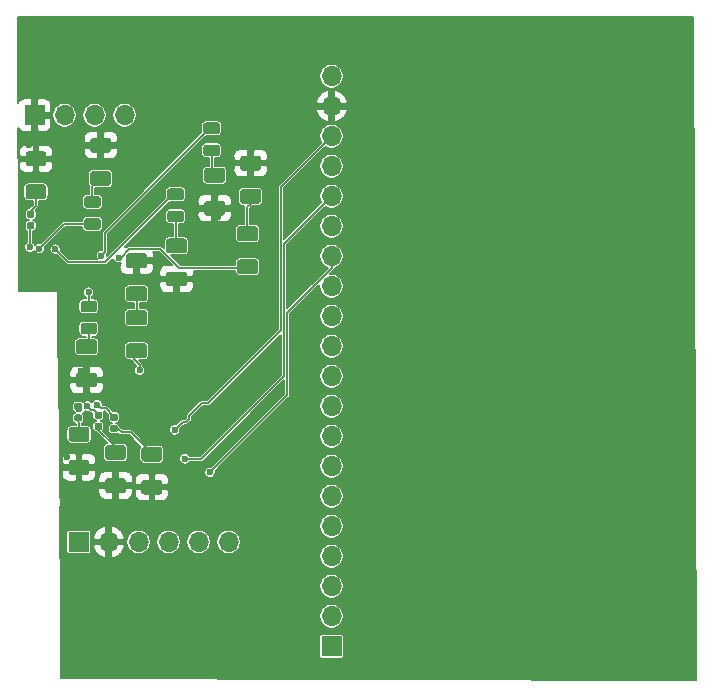
<source format=gbr>
G04 #@! TF.GenerationSoftware,KiCad,Pcbnew,5.1.5+dfsg1-2*
G04 #@! TF.CreationDate,2020-01-23T00:33:11+02:00*
G04 #@! TF.ProjectId,nrf52-mesh,6e726635-322d-46d6-9573-682e6b696361,rev?*
G04 #@! TF.SameCoordinates,Original*
G04 #@! TF.FileFunction,Copper,L2,Bot*
G04 #@! TF.FilePolarity,Positive*
%FSLAX46Y46*%
G04 Gerber Fmt 4.6, Leading zero omitted, Abs format (unit mm)*
G04 Created by KiCad (PCBNEW 5.1.5+dfsg1-2) date 2020-01-23 00:33:11*
%MOMM*%
%LPD*%
G04 APERTURE LIST*
%ADD10C,0.100000*%
%ADD11O,1.700000X1.700000*%
%ADD12R,1.700000X1.700000*%
%ADD13C,0.600000*%
%ADD14C,0.127000*%
G04 APERTURE END LIST*
G04 #@! TA.AperFunction,SMDPad,CuDef*
D10*
G36*
X196056503Y-71137203D02*
G01*
X196080772Y-71140803D01*
X196104570Y-71146764D01*
X196127670Y-71155029D01*
X196149848Y-71165519D01*
X196170892Y-71178132D01*
X196190597Y-71192746D01*
X196208776Y-71209222D01*
X196225252Y-71227401D01*
X196239866Y-71247106D01*
X196252479Y-71268150D01*
X196262969Y-71290328D01*
X196271234Y-71313428D01*
X196277195Y-71337226D01*
X196280795Y-71361495D01*
X196281999Y-71385999D01*
X196281999Y-72135999D01*
X196280795Y-72160503D01*
X196277195Y-72184772D01*
X196271234Y-72208570D01*
X196262969Y-72231670D01*
X196252479Y-72253848D01*
X196239866Y-72274892D01*
X196225252Y-72294597D01*
X196208776Y-72312776D01*
X196190597Y-72329252D01*
X196170892Y-72343866D01*
X196149848Y-72356479D01*
X196127670Y-72366969D01*
X196104570Y-72375234D01*
X196080772Y-72381195D01*
X196056503Y-72384795D01*
X196031999Y-72385999D01*
X194781999Y-72385999D01*
X194757495Y-72384795D01*
X194733226Y-72381195D01*
X194709428Y-72375234D01*
X194686328Y-72366969D01*
X194664150Y-72356479D01*
X194643106Y-72343866D01*
X194623401Y-72329252D01*
X194605222Y-72312776D01*
X194588746Y-72294597D01*
X194574132Y-72274892D01*
X194561519Y-72253848D01*
X194551029Y-72231670D01*
X194542764Y-72208570D01*
X194536803Y-72184772D01*
X194533203Y-72160503D01*
X194531999Y-72135999D01*
X194531999Y-71385999D01*
X194533203Y-71361495D01*
X194536803Y-71337226D01*
X194542764Y-71313428D01*
X194551029Y-71290328D01*
X194561519Y-71268150D01*
X194574132Y-71247106D01*
X194588746Y-71227401D01*
X194605222Y-71209222D01*
X194623401Y-71192746D01*
X194643106Y-71178132D01*
X194664150Y-71165519D01*
X194686328Y-71155029D01*
X194709428Y-71146764D01*
X194733226Y-71140803D01*
X194757495Y-71137203D01*
X194781999Y-71135999D01*
X196031999Y-71135999D01*
X196056503Y-71137203D01*
G37*
G04 #@! TD.AperFunction*
G04 #@! TA.AperFunction,SMDPad,CuDef*
G36*
X196056503Y-73937203D02*
G01*
X196080772Y-73940803D01*
X196104570Y-73946764D01*
X196127670Y-73955029D01*
X196149848Y-73965519D01*
X196170892Y-73978132D01*
X196190597Y-73992746D01*
X196208776Y-74009222D01*
X196225252Y-74027401D01*
X196239866Y-74047106D01*
X196252479Y-74068150D01*
X196262969Y-74090328D01*
X196271234Y-74113428D01*
X196277195Y-74137226D01*
X196280795Y-74161495D01*
X196281999Y-74185999D01*
X196281999Y-74935999D01*
X196280795Y-74960503D01*
X196277195Y-74984772D01*
X196271234Y-75008570D01*
X196262969Y-75031670D01*
X196252479Y-75053848D01*
X196239866Y-75074892D01*
X196225252Y-75094597D01*
X196208776Y-75112776D01*
X196190597Y-75129252D01*
X196170892Y-75143866D01*
X196149848Y-75156479D01*
X196127670Y-75166969D01*
X196104570Y-75175234D01*
X196080772Y-75181195D01*
X196056503Y-75184795D01*
X196031999Y-75185999D01*
X194781999Y-75185999D01*
X194757495Y-75184795D01*
X194733226Y-75181195D01*
X194709428Y-75175234D01*
X194686328Y-75166969D01*
X194664150Y-75156479D01*
X194643106Y-75143866D01*
X194623401Y-75129252D01*
X194605222Y-75112776D01*
X194588746Y-75094597D01*
X194574132Y-75074892D01*
X194561519Y-75053848D01*
X194551029Y-75031670D01*
X194542764Y-75008570D01*
X194536803Y-74984772D01*
X194533203Y-74960503D01*
X194531999Y-74935999D01*
X194531999Y-74185999D01*
X194533203Y-74161495D01*
X194536803Y-74137226D01*
X194542764Y-74113428D01*
X194551029Y-74090328D01*
X194561519Y-74068150D01*
X194574132Y-74047106D01*
X194588746Y-74027401D01*
X194605222Y-74009222D01*
X194623401Y-73992746D01*
X194643106Y-73978132D01*
X194664150Y-73965519D01*
X194686328Y-73955029D01*
X194709428Y-73946764D01*
X194733226Y-73940803D01*
X194757495Y-73937203D01*
X194781999Y-73935999D01*
X196031999Y-73935999D01*
X196056503Y-73937203D01*
G37*
G04 #@! TD.AperFunction*
G04 #@! TA.AperFunction,SMDPad,CuDef*
G36*
X183246958Y-69750710D02*
G01*
X183261276Y-69752834D01*
X183275317Y-69756351D01*
X183288946Y-69761228D01*
X183302031Y-69767417D01*
X183314447Y-69774858D01*
X183326073Y-69783481D01*
X183336798Y-69793202D01*
X183346519Y-69803927D01*
X183355142Y-69815553D01*
X183362583Y-69827969D01*
X183368772Y-69841054D01*
X183373649Y-69854683D01*
X183377166Y-69868724D01*
X183379290Y-69883042D01*
X183380000Y-69897500D01*
X183380000Y-70192500D01*
X183379290Y-70206958D01*
X183377166Y-70221276D01*
X183373649Y-70235317D01*
X183368772Y-70248946D01*
X183362583Y-70262031D01*
X183355142Y-70274447D01*
X183346519Y-70286073D01*
X183336798Y-70296798D01*
X183326073Y-70306519D01*
X183314447Y-70315142D01*
X183302031Y-70322583D01*
X183288946Y-70328772D01*
X183275317Y-70333649D01*
X183261276Y-70337166D01*
X183246958Y-70339290D01*
X183232500Y-70340000D01*
X182887500Y-70340000D01*
X182873042Y-70339290D01*
X182858724Y-70337166D01*
X182844683Y-70333649D01*
X182831054Y-70328772D01*
X182817969Y-70322583D01*
X182805553Y-70315142D01*
X182793927Y-70306519D01*
X182783202Y-70296798D01*
X182773481Y-70286073D01*
X182764858Y-70274447D01*
X182757417Y-70262031D01*
X182751228Y-70248946D01*
X182746351Y-70235317D01*
X182742834Y-70221276D01*
X182740710Y-70206958D01*
X182740000Y-70192500D01*
X182740000Y-69897500D01*
X182740710Y-69883042D01*
X182742834Y-69868724D01*
X182746351Y-69854683D01*
X182751228Y-69841054D01*
X182757417Y-69827969D01*
X182764858Y-69815553D01*
X182773481Y-69803927D01*
X182783202Y-69793202D01*
X182793927Y-69783481D01*
X182805553Y-69774858D01*
X182817969Y-69767417D01*
X182831054Y-69761228D01*
X182844683Y-69756351D01*
X182858724Y-69752834D01*
X182873042Y-69750710D01*
X182887500Y-69750000D01*
X183232500Y-69750000D01*
X183246958Y-69750710D01*
G37*
G04 #@! TD.AperFunction*
G04 #@! TA.AperFunction,SMDPad,CuDef*
G36*
X183246958Y-68780710D02*
G01*
X183261276Y-68782834D01*
X183275317Y-68786351D01*
X183288946Y-68791228D01*
X183302031Y-68797417D01*
X183314447Y-68804858D01*
X183326073Y-68813481D01*
X183336798Y-68823202D01*
X183346519Y-68833927D01*
X183355142Y-68845553D01*
X183362583Y-68857969D01*
X183368772Y-68871054D01*
X183373649Y-68884683D01*
X183377166Y-68898724D01*
X183379290Y-68913042D01*
X183380000Y-68927500D01*
X183380000Y-69222500D01*
X183379290Y-69236958D01*
X183377166Y-69251276D01*
X183373649Y-69265317D01*
X183368772Y-69278946D01*
X183362583Y-69292031D01*
X183355142Y-69304447D01*
X183346519Y-69316073D01*
X183336798Y-69326798D01*
X183326073Y-69336519D01*
X183314447Y-69345142D01*
X183302031Y-69352583D01*
X183288946Y-69358772D01*
X183275317Y-69363649D01*
X183261276Y-69367166D01*
X183246958Y-69369290D01*
X183232500Y-69370000D01*
X182887500Y-69370000D01*
X182873042Y-69369290D01*
X182858724Y-69367166D01*
X182844683Y-69363649D01*
X182831054Y-69358772D01*
X182817969Y-69352583D01*
X182805553Y-69345142D01*
X182793927Y-69336519D01*
X182783202Y-69326798D01*
X182773481Y-69316073D01*
X182764858Y-69304447D01*
X182757417Y-69292031D01*
X182751228Y-69278946D01*
X182746351Y-69265317D01*
X182742834Y-69251276D01*
X182740710Y-69236958D01*
X182740000Y-69222500D01*
X182740000Y-68927500D01*
X182740710Y-68913042D01*
X182742834Y-68898724D01*
X182746351Y-68884683D01*
X182751228Y-68871054D01*
X182757417Y-68857969D01*
X182764858Y-68845553D01*
X182773481Y-68833927D01*
X182783202Y-68823202D01*
X182793927Y-68813481D01*
X182805553Y-68804858D01*
X182817969Y-68797417D01*
X182831054Y-68791228D01*
X182844683Y-68786351D01*
X182858724Y-68782834D01*
X182873042Y-68780710D01*
X182887500Y-68780000D01*
X183232500Y-68780000D01*
X183246958Y-68780710D01*
G37*
G04 #@! TD.AperFunction*
G04 #@! TA.AperFunction,SMDPad,CuDef*
G36*
X184149504Y-66566204D02*
G01*
X184173773Y-66569804D01*
X184197571Y-66575765D01*
X184220671Y-66584030D01*
X184242849Y-66594520D01*
X184263893Y-66607133D01*
X184283598Y-66621747D01*
X184301777Y-66638223D01*
X184318253Y-66656402D01*
X184332867Y-66676107D01*
X184345480Y-66697151D01*
X184355970Y-66719329D01*
X184364235Y-66742429D01*
X184370196Y-66766227D01*
X184373796Y-66790496D01*
X184375000Y-66815000D01*
X184375000Y-67565000D01*
X184373796Y-67589504D01*
X184370196Y-67613773D01*
X184364235Y-67637571D01*
X184355970Y-67660671D01*
X184345480Y-67682849D01*
X184332867Y-67703893D01*
X184318253Y-67723598D01*
X184301777Y-67741777D01*
X184283598Y-67758253D01*
X184263893Y-67772867D01*
X184242849Y-67785480D01*
X184220671Y-67795970D01*
X184197571Y-67804235D01*
X184173773Y-67810196D01*
X184149504Y-67813796D01*
X184125000Y-67815000D01*
X182875000Y-67815000D01*
X182850496Y-67813796D01*
X182826227Y-67810196D01*
X182802429Y-67804235D01*
X182779329Y-67795970D01*
X182757151Y-67785480D01*
X182736107Y-67772867D01*
X182716402Y-67758253D01*
X182698223Y-67741777D01*
X182681747Y-67723598D01*
X182667133Y-67703893D01*
X182654520Y-67682849D01*
X182644030Y-67660671D01*
X182635765Y-67637571D01*
X182629804Y-67613773D01*
X182626204Y-67589504D01*
X182625000Y-67565000D01*
X182625000Y-66815000D01*
X182626204Y-66790496D01*
X182629804Y-66766227D01*
X182635765Y-66742429D01*
X182644030Y-66719329D01*
X182654520Y-66697151D01*
X182667133Y-66676107D01*
X182681747Y-66656402D01*
X182698223Y-66638223D01*
X182716402Y-66621747D01*
X182736107Y-66607133D01*
X182757151Y-66594520D01*
X182779329Y-66584030D01*
X182802429Y-66575765D01*
X182826227Y-66569804D01*
X182850496Y-66566204D01*
X182875000Y-66565000D01*
X184125000Y-66565000D01*
X184149504Y-66566204D01*
G37*
G04 #@! TD.AperFunction*
G04 #@! TA.AperFunction,SMDPad,CuDef*
G36*
X184149504Y-63766204D02*
G01*
X184173773Y-63769804D01*
X184197571Y-63775765D01*
X184220671Y-63784030D01*
X184242849Y-63794520D01*
X184263893Y-63807133D01*
X184283598Y-63821747D01*
X184301777Y-63838223D01*
X184318253Y-63856402D01*
X184332867Y-63876107D01*
X184345480Y-63897151D01*
X184355970Y-63919329D01*
X184364235Y-63942429D01*
X184370196Y-63966227D01*
X184373796Y-63990496D01*
X184375000Y-64015000D01*
X184375000Y-64765000D01*
X184373796Y-64789504D01*
X184370196Y-64813773D01*
X184364235Y-64837571D01*
X184355970Y-64860671D01*
X184345480Y-64882849D01*
X184332867Y-64903893D01*
X184318253Y-64923598D01*
X184301777Y-64941777D01*
X184283598Y-64958253D01*
X184263893Y-64972867D01*
X184242849Y-64985480D01*
X184220671Y-64995970D01*
X184197571Y-65004235D01*
X184173773Y-65010196D01*
X184149504Y-65013796D01*
X184125000Y-65015000D01*
X182875000Y-65015000D01*
X182850496Y-65013796D01*
X182826227Y-65010196D01*
X182802429Y-65004235D01*
X182779329Y-64995970D01*
X182757151Y-64985480D01*
X182736107Y-64972867D01*
X182716402Y-64958253D01*
X182698223Y-64941777D01*
X182681747Y-64923598D01*
X182667133Y-64903893D01*
X182654520Y-64882849D01*
X182644030Y-64860671D01*
X182635765Y-64837571D01*
X182629804Y-64813773D01*
X182626204Y-64789504D01*
X182625000Y-64765000D01*
X182625000Y-64015000D01*
X182626204Y-63990496D01*
X182629804Y-63966227D01*
X182635765Y-63942429D01*
X182644030Y-63919329D01*
X182654520Y-63897151D01*
X182667133Y-63876107D01*
X182681747Y-63856402D01*
X182698223Y-63838223D01*
X182716402Y-63821747D01*
X182736107Y-63807133D01*
X182757151Y-63794520D01*
X182779329Y-63784030D01*
X182802429Y-63775765D01*
X182826227Y-63769804D01*
X182850496Y-63766204D01*
X182875000Y-63765000D01*
X184125000Y-63765000D01*
X184149504Y-63766204D01*
G37*
G04 #@! TD.AperFunction*
G04 #@! TA.AperFunction,SMDPad,CuDef*
G36*
X202071504Y-72912204D02*
G01*
X202095773Y-72915804D01*
X202119571Y-72921765D01*
X202142671Y-72930030D01*
X202164849Y-72940520D01*
X202185893Y-72953133D01*
X202205598Y-72967747D01*
X202223777Y-72984223D01*
X202240253Y-73002402D01*
X202254867Y-73022107D01*
X202267480Y-73043151D01*
X202277970Y-73065329D01*
X202286235Y-73088429D01*
X202292196Y-73112227D01*
X202295796Y-73136496D01*
X202297000Y-73161000D01*
X202297000Y-73911000D01*
X202295796Y-73935504D01*
X202292196Y-73959773D01*
X202286235Y-73983571D01*
X202277970Y-74006671D01*
X202267480Y-74028849D01*
X202254867Y-74049893D01*
X202240253Y-74069598D01*
X202223777Y-74087777D01*
X202205598Y-74104253D01*
X202185893Y-74118867D01*
X202164849Y-74131480D01*
X202142671Y-74141970D01*
X202119571Y-74150235D01*
X202095773Y-74156196D01*
X202071504Y-74159796D01*
X202047000Y-74161000D01*
X200797000Y-74161000D01*
X200772496Y-74159796D01*
X200748227Y-74156196D01*
X200724429Y-74150235D01*
X200701329Y-74141970D01*
X200679151Y-74131480D01*
X200658107Y-74118867D01*
X200638402Y-74104253D01*
X200620223Y-74087777D01*
X200603747Y-74069598D01*
X200589133Y-74049893D01*
X200576520Y-74028849D01*
X200566030Y-74006671D01*
X200557765Y-73983571D01*
X200551804Y-73959773D01*
X200548204Y-73935504D01*
X200547000Y-73911000D01*
X200547000Y-73161000D01*
X200548204Y-73136496D01*
X200551804Y-73112227D01*
X200557765Y-73088429D01*
X200566030Y-73065329D01*
X200576520Y-73043151D01*
X200589133Y-73022107D01*
X200603747Y-73002402D01*
X200620223Y-72984223D01*
X200638402Y-72967747D01*
X200658107Y-72953133D01*
X200679151Y-72940520D01*
X200701329Y-72930030D01*
X200724429Y-72921765D01*
X200748227Y-72915804D01*
X200772496Y-72912204D01*
X200797000Y-72911000D01*
X202047000Y-72911000D01*
X202071504Y-72912204D01*
G37*
G04 #@! TD.AperFunction*
G04 #@! TA.AperFunction,SMDPad,CuDef*
G36*
X202071504Y-70112204D02*
G01*
X202095773Y-70115804D01*
X202119571Y-70121765D01*
X202142671Y-70130030D01*
X202164849Y-70140520D01*
X202185893Y-70153133D01*
X202205598Y-70167747D01*
X202223777Y-70184223D01*
X202240253Y-70202402D01*
X202254867Y-70222107D01*
X202267480Y-70243151D01*
X202277970Y-70265329D01*
X202286235Y-70288429D01*
X202292196Y-70312227D01*
X202295796Y-70336496D01*
X202297000Y-70361000D01*
X202297000Y-71111000D01*
X202295796Y-71135504D01*
X202292196Y-71159773D01*
X202286235Y-71183571D01*
X202277970Y-71206671D01*
X202267480Y-71228849D01*
X202254867Y-71249893D01*
X202240253Y-71269598D01*
X202223777Y-71287777D01*
X202205598Y-71304253D01*
X202185893Y-71318867D01*
X202164849Y-71331480D01*
X202142671Y-71341970D01*
X202119571Y-71350235D01*
X202095773Y-71356196D01*
X202071504Y-71359796D01*
X202047000Y-71361000D01*
X200797000Y-71361000D01*
X200772496Y-71359796D01*
X200748227Y-71356196D01*
X200724429Y-71350235D01*
X200701329Y-71341970D01*
X200679151Y-71331480D01*
X200658107Y-71318867D01*
X200638402Y-71304253D01*
X200620223Y-71287777D01*
X200603747Y-71269598D01*
X200589133Y-71249893D01*
X200576520Y-71228849D01*
X200566030Y-71206671D01*
X200557765Y-71183571D01*
X200551804Y-71159773D01*
X200548204Y-71135504D01*
X200547000Y-71111000D01*
X200547000Y-70361000D01*
X200548204Y-70336496D01*
X200551804Y-70312227D01*
X200557765Y-70288429D01*
X200566030Y-70265329D01*
X200576520Y-70243151D01*
X200589133Y-70222107D01*
X200603747Y-70202402D01*
X200620223Y-70184223D01*
X200638402Y-70167747D01*
X200658107Y-70153133D01*
X200679151Y-70140520D01*
X200701329Y-70130030D01*
X200724429Y-70121765D01*
X200748227Y-70115804D01*
X200772496Y-70112204D01*
X200797000Y-70111000D01*
X202047000Y-70111000D01*
X202071504Y-70112204D01*
G37*
G04 #@! TD.AperFunction*
G04 #@! TA.AperFunction,SMDPad,CuDef*
G36*
X192673504Y-80024204D02*
G01*
X192697773Y-80027804D01*
X192721571Y-80033765D01*
X192744671Y-80042030D01*
X192766849Y-80052520D01*
X192787893Y-80065133D01*
X192807598Y-80079747D01*
X192825777Y-80096223D01*
X192842253Y-80114402D01*
X192856867Y-80134107D01*
X192869480Y-80155151D01*
X192879970Y-80177329D01*
X192888235Y-80200429D01*
X192894196Y-80224227D01*
X192897796Y-80248496D01*
X192899000Y-80273000D01*
X192899000Y-81023000D01*
X192897796Y-81047504D01*
X192894196Y-81071773D01*
X192888235Y-81095571D01*
X192879970Y-81118671D01*
X192869480Y-81140849D01*
X192856867Y-81161893D01*
X192842253Y-81181598D01*
X192825777Y-81199777D01*
X192807598Y-81216253D01*
X192787893Y-81230867D01*
X192766849Y-81243480D01*
X192744671Y-81253970D01*
X192721571Y-81262235D01*
X192697773Y-81268196D01*
X192673504Y-81271796D01*
X192649000Y-81273000D01*
X191399000Y-81273000D01*
X191374496Y-81271796D01*
X191350227Y-81268196D01*
X191326429Y-81262235D01*
X191303329Y-81253970D01*
X191281151Y-81243480D01*
X191260107Y-81230867D01*
X191240402Y-81216253D01*
X191222223Y-81199777D01*
X191205747Y-81181598D01*
X191191133Y-81161893D01*
X191178520Y-81140849D01*
X191168030Y-81118671D01*
X191159765Y-81095571D01*
X191153804Y-81071773D01*
X191150204Y-81047504D01*
X191149000Y-81023000D01*
X191149000Y-80273000D01*
X191150204Y-80248496D01*
X191153804Y-80224227D01*
X191159765Y-80200429D01*
X191168030Y-80177329D01*
X191178520Y-80155151D01*
X191191133Y-80134107D01*
X191205747Y-80114402D01*
X191222223Y-80096223D01*
X191240402Y-80079747D01*
X191260107Y-80065133D01*
X191281151Y-80052520D01*
X191303329Y-80042030D01*
X191326429Y-80033765D01*
X191350227Y-80027804D01*
X191374496Y-80024204D01*
X191399000Y-80023000D01*
X192649000Y-80023000D01*
X192673504Y-80024204D01*
G37*
G04 #@! TD.AperFunction*
G04 #@! TA.AperFunction,SMDPad,CuDef*
G36*
X192673504Y-77224204D02*
G01*
X192697773Y-77227804D01*
X192721571Y-77233765D01*
X192744671Y-77242030D01*
X192766849Y-77252520D01*
X192787893Y-77265133D01*
X192807598Y-77279747D01*
X192825777Y-77296223D01*
X192842253Y-77314402D01*
X192856867Y-77334107D01*
X192869480Y-77355151D01*
X192879970Y-77377329D01*
X192888235Y-77400429D01*
X192894196Y-77424227D01*
X192897796Y-77448496D01*
X192899000Y-77473000D01*
X192899000Y-78223000D01*
X192897796Y-78247504D01*
X192894196Y-78271773D01*
X192888235Y-78295571D01*
X192879970Y-78318671D01*
X192869480Y-78340849D01*
X192856867Y-78361893D01*
X192842253Y-78381598D01*
X192825777Y-78399777D01*
X192807598Y-78416253D01*
X192787893Y-78430867D01*
X192766849Y-78443480D01*
X192744671Y-78453970D01*
X192721571Y-78462235D01*
X192697773Y-78468196D01*
X192673504Y-78471796D01*
X192649000Y-78473000D01*
X191399000Y-78473000D01*
X191374496Y-78471796D01*
X191350227Y-78468196D01*
X191326429Y-78462235D01*
X191303329Y-78453970D01*
X191281151Y-78443480D01*
X191260107Y-78430867D01*
X191240402Y-78416253D01*
X191222223Y-78399777D01*
X191205747Y-78381598D01*
X191191133Y-78361893D01*
X191178520Y-78340849D01*
X191168030Y-78318671D01*
X191159765Y-78295571D01*
X191153804Y-78271773D01*
X191150204Y-78247504D01*
X191149000Y-78223000D01*
X191149000Y-77473000D01*
X191150204Y-77448496D01*
X191153804Y-77424227D01*
X191159765Y-77400429D01*
X191168030Y-77377329D01*
X191178520Y-77355151D01*
X191191133Y-77334107D01*
X191205747Y-77314402D01*
X191222223Y-77296223D01*
X191240402Y-77279747D01*
X191260107Y-77265133D01*
X191281151Y-77252520D01*
X191303329Y-77242030D01*
X191326429Y-77233765D01*
X191350227Y-77227804D01*
X191374496Y-77224204D01*
X191399000Y-77223000D01*
X192649000Y-77223000D01*
X192673504Y-77224204D01*
G37*
G04 #@! TD.AperFunction*
G04 #@! TA.AperFunction,SMDPad,CuDef*
G36*
X198854142Y-61314174D02*
G01*
X198877803Y-61317684D01*
X198901007Y-61323496D01*
X198923529Y-61331554D01*
X198945153Y-61341782D01*
X198965670Y-61354079D01*
X198984883Y-61368329D01*
X199002607Y-61384393D01*
X199018671Y-61402117D01*
X199032921Y-61421330D01*
X199045218Y-61441847D01*
X199055446Y-61463471D01*
X199063504Y-61485993D01*
X199069316Y-61509197D01*
X199072826Y-61532858D01*
X199074000Y-61556750D01*
X199074000Y-62044250D01*
X199072826Y-62068142D01*
X199069316Y-62091803D01*
X199063504Y-62115007D01*
X199055446Y-62137529D01*
X199045218Y-62159153D01*
X199032921Y-62179670D01*
X199018671Y-62198883D01*
X199002607Y-62216607D01*
X198984883Y-62232671D01*
X198965670Y-62246921D01*
X198945153Y-62259218D01*
X198923529Y-62269446D01*
X198901007Y-62277504D01*
X198877803Y-62283316D01*
X198854142Y-62286826D01*
X198830250Y-62288000D01*
X197917750Y-62288000D01*
X197893858Y-62286826D01*
X197870197Y-62283316D01*
X197846993Y-62277504D01*
X197824471Y-62269446D01*
X197802847Y-62259218D01*
X197782330Y-62246921D01*
X197763117Y-62232671D01*
X197745393Y-62216607D01*
X197729329Y-62198883D01*
X197715079Y-62179670D01*
X197702782Y-62159153D01*
X197692554Y-62137529D01*
X197684496Y-62115007D01*
X197678684Y-62091803D01*
X197675174Y-62068142D01*
X197674000Y-62044250D01*
X197674000Y-61556750D01*
X197675174Y-61532858D01*
X197678684Y-61509197D01*
X197684496Y-61485993D01*
X197692554Y-61463471D01*
X197702782Y-61441847D01*
X197715079Y-61421330D01*
X197729329Y-61402117D01*
X197745393Y-61384393D01*
X197763117Y-61368329D01*
X197782330Y-61354079D01*
X197802847Y-61341782D01*
X197824471Y-61331554D01*
X197846993Y-61323496D01*
X197870197Y-61317684D01*
X197893858Y-61314174D01*
X197917750Y-61313000D01*
X198830250Y-61313000D01*
X198854142Y-61314174D01*
G37*
G04 #@! TD.AperFunction*
G04 #@! TA.AperFunction,SMDPad,CuDef*
G36*
X198854142Y-63189174D02*
G01*
X198877803Y-63192684D01*
X198901007Y-63198496D01*
X198923529Y-63206554D01*
X198945153Y-63216782D01*
X198965670Y-63229079D01*
X198984883Y-63243329D01*
X199002607Y-63259393D01*
X199018671Y-63277117D01*
X199032921Y-63296330D01*
X199045218Y-63316847D01*
X199055446Y-63338471D01*
X199063504Y-63360993D01*
X199069316Y-63384197D01*
X199072826Y-63407858D01*
X199074000Y-63431750D01*
X199074000Y-63919250D01*
X199072826Y-63943142D01*
X199069316Y-63966803D01*
X199063504Y-63990007D01*
X199055446Y-64012529D01*
X199045218Y-64034153D01*
X199032921Y-64054670D01*
X199018671Y-64073883D01*
X199002607Y-64091607D01*
X198984883Y-64107671D01*
X198965670Y-64121921D01*
X198945153Y-64134218D01*
X198923529Y-64144446D01*
X198901007Y-64152504D01*
X198877803Y-64158316D01*
X198854142Y-64161826D01*
X198830250Y-64163000D01*
X197917750Y-64163000D01*
X197893858Y-64161826D01*
X197870197Y-64158316D01*
X197846993Y-64152504D01*
X197824471Y-64144446D01*
X197802847Y-64134218D01*
X197782330Y-64121921D01*
X197763117Y-64107671D01*
X197745393Y-64091607D01*
X197729329Y-64073883D01*
X197715079Y-64054670D01*
X197702782Y-64034153D01*
X197692554Y-64012529D01*
X197684496Y-63990007D01*
X197678684Y-63966803D01*
X197675174Y-63943142D01*
X197674000Y-63919250D01*
X197674000Y-63431750D01*
X197675174Y-63407858D01*
X197678684Y-63384197D01*
X197684496Y-63360993D01*
X197692554Y-63338471D01*
X197702782Y-63316847D01*
X197715079Y-63296330D01*
X197729329Y-63277117D01*
X197745393Y-63259393D01*
X197763117Y-63243329D01*
X197782330Y-63229079D01*
X197802847Y-63216782D01*
X197824471Y-63206554D01*
X197846993Y-63198496D01*
X197870197Y-63192684D01*
X197893858Y-63189174D01*
X197917750Y-63188000D01*
X198830250Y-63188000D01*
X198854142Y-63189174D01*
G37*
G04 #@! TD.AperFunction*
G04 #@! TA.AperFunction,SMDPad,CuDef*
G36*
X188460142Y-76406174D02*
G01*
X188483803Y-76409684D01*
X188507007Y-76415496D01*
X188529529Y-76423554D01*
X188551153Y-76433782D01*
X188571670Y-76446079D01*
X188590883Y-76460329D01*
X188608607Y-76476393D01*
X188624671Y-76494117D01*
X188638921Y-76513330D01*
X188651218Y-76533847D01*
X188661446Y-76555471D01*
X188669504Y-76577993D01*
X188675316Y-76601197D01*
X188678826Y-76624858D01*
X188680000Y-76648750D01*
X188680000Y-77136250D01*
X188678826Y-77160142D01*
X188675316Y-77183803D01*
X188669504Y-77207007D01*
X188661446Y-77229529D01*
X188651218Y-77251153D01*
X188638921Y-77271670D01*
X188624671Y-77290883D01*
X188608607Y-77308607D01*
X188590883Y-77324671D01*
X188571670Y-77338921D01*
X188551153Y-77351218D01*
X188529529Y-77361446D01*
X188507007Y-77369504D01*
X188483803Y-77375316D01*
X188460142Y-77378826D01*
X188436250Y-77380000D01*
X187523750Y-77380000D01*
X187499858Y-77378826D01*
X187476197Y-77375316D01*
X187452993Y-77369504D01*
X187430471Y-77361446D01*
X187408847Y-77351218D01*
X187388330Y-77338921D01*
X187369117Y-77324671D01*
X187351393Y-77308607D01*
X187335329Y-77290883D01*
X187321079Y-77271670D01*
X187308782Y-77251153D01*
X187298554Y-77229529D01*
X187290496Y-77207007D01*
X187284684Y-77183803D01*
X187281174Y-77160142D01*
X187280000Y-77136250D01*
X187280000Y-76648750D01*
X187281174Y-76624858D01*
X187284684Y-76601197D01*
X187290496Y-76577993D01*
X187298554Y-76555471D01*
X187308782Y-76533847D01*
X187321079Y-76513330D01*
X187335329Y-76494117D01*
X187351393Y-76476393D01*
X187369117Y-76460329D01*
X187388330Y-76446079D01*
X187408847Y-76433782D01*
X187430471Y-76423554D01*
X187452993Y-76415496D01*
X187476197Y-76409684D01*
X187499858Y-76406174D01*
X187523750Y-76405000D01*
X188436250Y-76405000D01*
X188460142Y-76406174D01*
G37*
G04 #@! TD.AperFunction*
G04 #@! TA.AperFunction,SMDPad,CuDef*
G36*
X188460142Y-78281174D02*
G01*
X188483803Y-78284684D01*
X188507007Y-78290496D01*
X188529529Y-78298554D01*
X188551153Y-78308782D01*
X188571670Y-78321079D01*
X188590883Y-78335329D01*
X188608607Y-78351393D01*
X188624671Y-78369117D01*
X188638921Y-78388330D01*
X188651218Y-78408847D01*
X188661446Y-78430471D01*
X188669504Y-78452993D01*
X188675316Y-78476197D01*
X188678826Y-78499858D01*
X188680000Y-78523750D01*
X188680000Y-79011250D01*
X188678826Y-79035142D01*
X188675316Y-79058803D01*
X188669504Y-79082007D01*
X188661446Y-79104529D01*
X188651218Y-79126153D01*
X188638921Y-79146670D01*
X188624671Y-79165883D01*
X188608607Y-79183607D01*
X188590883Y-79199671D01*
X188571670Y-79213921D01*
X188551153Y-79226218D01*
X188529529Y-79236446D01*
X188507007Y-79244504D01*
X188483803Y-79250316D01*
X188460142Y-79253826D01*
X188436250Y-79255000D01*
X187523750Y-79255000D01*
X187499858Y-79253826D01*
X187476197Y-79250316D01*
X187452993Y-79244504D01*
X187430471Y-79236446D01*
X187408847Y-79226218D01*
X187388330Y-79213921D01*
X187369117Y-79199671D01*
X187351393Y-79183607D01*
X187335329Y-79165883D01*
X187321079Y-79146670D01*
X187308782Y-79126153D01*
X187298554Y-79104529D01*
X187290496Y-79082007D01*
X187284684Y-79058803D01*
X187281174Y-79035142D01*
X187280000Y-79011250D01*
X187280000Y-78523750D01*
X187281174Y-78499858D01*
X187284684Y-78476197D01*
X187290496Y-78452993D01*
X187298554Y-78430471D01*
X187308782Y-78408847D01*
X187321079Y-78388330D01*
X187335329Y-78369117D01*
X187351393Y-78351393D01*
X187369117Y-78335329D01*
X187388330Y-78321079D01*
X187408847Y-78308782D01*
X187430471Y-78298554D01*
X187452993Y-78290496D01*
X187476197Y-78284684D01*
X187499858Y-78281174D01*
X187523750Y-78280000D01*
X188436250Y-78280000D01*
X188460142Y-78281174D01*
G37*
G04 #@! TD.AperFunction*
G04 #@! TA.AperFunction,SMDPad,CuDef*
G36*
X195806142Y-66902174D02*
G01*
X195829803Y-66905684D01*
X195853007Y-66911496D01*
X195875529Y-66919554D01*
X195897153Y-66929782D01*
X195917670Y-66942079D01*
X195936883Y-66956329D01*
X195954607Y-66972393D01*
X195970671Y-66990117D01*
X195984921Y-67009330D01*
X195997218Y-67029847D01*
X196007446Y-67051471D01*
X196015504Y-67073993D01*
X196021316Y-67097197D01*
X196024826Y-67120858D01*
X196026000Y-67144750D01*
X196026000Y-67632250D01*
X196024826Y-67656142D01*
X196021316Y-67679803D01*
X196015504Y-67703007D01*
X196007446Y-67725529D01*
X195997218Y-67747153D01*
X195984921Y-67767670D01*
X195970671Y-67786883D01*
X195954607Y-67804607D01*
X195936883Y-67820671D01*
X195917670Y-67834921D01*
X195897153Y-67847218D01*
X195875529Y-67857446D01*
X195853007Y-67865504D01*
X195829803Y-67871316D01*
X195806142Y-67874826D01*
X195782250Y-67876000D01*
X194869750Y-67876000D01*
X194845858Y-67874826D01*
X194822197Y-67871316D01*
X194798993Y-67865504D01*
X194776471Y-67857446D01*
X194754847Y-67847218D01*
X194734330Y-67834921D01*
X194715117Y-67820671D01*
X194697393Y-67804607D01*
X194681329Y-67786883D01*
X194667079Y-67767670D01*
X194654782Y-67747153D01*
X194644554Y-67725529D01*
X194636496Y-67703007D01*
X194630684Y-67679803D01*
X194627174Y-67656142D01*
X194626000Y-67632250D01*
X194626000Y-67144750D01*
X194627174Y-67120858D01*
X194630684Y-67097197D01*
X194636496Y-67073993D01*
X194644554Y-67051471D01*
X194654782Y-67029847D01*
X194667079Y-67009330D01*
X194681329Y-66990117D01*
X194697393Y-66972393D01*
X194715117Y-66956329D01*
X194734330Y-66942079D01*
X194754847Y-66929782D01*
X194776471Y-66919554D01*
X194798993Y-66911496D01*
X194822197Y-66905684D01*
X194845858Y-66902174D01*
X194869750Y-66901000D01*
X195782250Y-66901000D01*
X195806142Y-66902174D01*
G37*
G04 #@! TD.AperFunction*
G04 #@! TA.AperFunction,SMDPad,CuDef*
G36*
X195806142Y-68777174D02*
G01*
X195829803Y-68780684D01*
X195853007Y-68786496D01*
X195875529Y-68794554D01*
X195897153Y-68804782D01*
X195917670Y-68817079D01*
X195936883Y-68831329D01*
X195954607Y-68847393D01*
X195970671Y-68865117D01*
X195984921Y-68884330D01*
X195997218Y-68904847D01*
X196007446Y-68926471D01*
X196015504Y-68948993D01*
X196021316Y-68972197D01*
X196024826Y-68995858D01*
X196026000Y-69019750D01*
X196026000Y-69507250D01*
X196024826Y-69531142D01*
X196021316Y-69554803D01*
X196015504Y-69578007D01*
X196007446Y-69600529D01*
X195997218Y-69622153D01*
X195984921Y-69642670D01*
X195970671Y-69661883D01*
X195954607Y-69679607D01*
X195936883Y-69695671D01*
X195917670Y-69709921D01*
X195897153Y-69722218D01*
X195875529Y-69732446D01*
X195853007Y-69740504D01*
X195829803Y-69746316D01*
X195806142Y-69749826D01*
X195782250Y-69751000D01*
X194869750Y-69751000D01*
X194845858Y-69749826D01*
X194822197Y-69746316D01*
X194798993Y-69740504D01*
X194776471Y-69732446D01*
X194754847Y-69722218D01*
X194734330Y-69709921D01*
X194715117Y-69695671D01*
X194697393Y-69679607D01*
X194681329Y-69661883D01*
X194667079Y-69642670D01*
X194654782Y-69622153D01*
X194644554Y-69600529D01*
X194636496Y-69578007D01*
X194630684Y-69554803D01*
X194627174Y-69531142D01*
X194626000Y-69507250D01*
X194626000Y-69019750D01*
X194627174Y-68995858D01*
X194630684Y-68972197D01*
X194636496Y-68948993D01*
X194644554Y-68926471D01*
X194654782Y-68904847D01*
X194667079Y-68884330D01*
X194681329Y-68865117D01*
X194697393Y-68847393D01*
X194715117Y-68831329D01*
X194734330Y-68817079D01*
X194754847Y-68804782D01*
X194776471Y-68794554D01*
X194798993Y-68786496D01*
X194822197Y-68780684D01*
X194845858Y-68777174D01*
X194869750Y-68776000D01*
X195782250Y-68776000D01*
X195806142Y-68777174D01*
G37*
G04 #@! TD.AperFunction*
G04 #@! TA.AperFunction,SMDPad,CuDef*
G36*
X188770142Y-69421174D02*
G01*
X188793803Y-69424684D01*
X188817007Y-69430496D01*
X188839529Y-69438554D01*
X188861153Y-69448782D01*
X188881670Y-69461079D01*
X188900883Y-69475329D01*
X188918607Y-69491393D01*
X188934671Y-69509117D01*
X188948921Y-69528330D01*
X188961218Y-69548847D01*
X188971446Y-69570471D01*
X188979504Y-69592993D01*
X188985316Y-69616197D01*
X188988826Y-69639858D01*
X188990000Y-69663750D01*
X188990000Y-70151250D01*
X188988826Y-70175142D01*
X188985316Y-70198803D01*
X188979504Y-70222007D01*
X188971446Y-70244529D01*
X188961218Y-70266153D01*
X188948921Y-70286670D01*
X188934671Y-70305883D01*
X188918607Y-70323607D01*
X188900883Y-70339671D01*
X188881670Y-70353921D01*
X188861153Y-70366218D01*
X188839529Y-70376446D01*
X188817007Y-70384504D01*
X188793803Y-70390316D01*
X188770142Y-70393826D01*
X188746250Y-70395000D01*
X187833750Y-70395000D01*
X187809858Y-70393826D01*
X187786197Y-70390316D01*
X187762993Y-70384504D01*
X187740471Y-70376446D01*
X187718847Y-70366218D01*
X187698330Y-70353921D01*
X187679117Y-70339671D01*
X187661393Y-70323607D01*
X187645329Y-70305883D01*
X187631079Y-70286670D01*
X187618782Y-70266153D01*
X187608554Y-70244529D01*
X187600496Y-70222007D01*
X187594684Y-70198803D01*
X187591174Y-70175142D01*
X187590000Y-70151250D01*
X187590000Y-69663750D01*
X187591174Y-69639858D01*
X187594684Y-69616197D01*
X187600496Y-69592993D01*
X187608554Y-69570471D01*
X187618782Y-69548847D01*
X187631079Y-69528330D01*
X187645329Y-69509117D01*
X187661393Y-69491393D01*
X187679117Y-69475329D01*
X187698330Y-69461079D01*
X187718847Y-69448782D01*
X187740471Y-69438554D01*
X187762993Y-69430496D01*
X187786197Y-69424684D01*
X187809858Y-69421174D01*
X187833750Y-69420000D01*
X188746250Y-69420000D01*
X188770142Y-69421174D01*
G37*
G04 #@! TD.AperFunction*
G04 #@! TA.AperFunction,SMDPad,CuDef*
G36*
X188770142Y-67546174D02*
G01*
X188793803Y-67549684D01*
X188817007Y-67555496D01*
X188839529Y-67563554D01*
X188861153Y-67573782D01*
X188881670Y-67586079D01*
X188900883Y-67600329D01*
X188918607Y-67616393D01*
X188934671Y-67634117D01*
X188948921Y-67653330D01*
X188961218Y-67673847D01*
X188971446Y-67695471D01*
X188979504Y-67717993D01*
X188985316Y-67741197D01*
X188988826Y-67764858D01*
X188990000Y-67788750D01*
X188990000Y-68276250D01*
X188988826Y-68300142D01*
X188985316Y-68323803D01*
X188979504Y-68347007D01*
X188971446Y-68369529D01*
X188961218Y-68391153D01*
X188948921Y-68411670D01*
X188934671Y-68430883D01*
X188918607Y-68448607D01*
X188900883Y-68464671D01*
X188881670Y-68478921D01*
X188861153Y-68491218D01*
X188839529Y-68501446D01*
X188817007Y-68509504D01*
X188793803Y-68515316D01*
X188770142Y-68518826D01*
X188746250Y-68520000D01*
X187833750Y-68520000D01*
X187809858Y-68518826D01*
X187786197Y-68515316D01*
X187762993Y-68509504D01*
X187740471Y-68501446D01*
X187718847Y-68491218D01*
X187698330Y-68478921D01*
X187679117Y-68464671D01*
X187661393Y-68448607D01*
X187645329Y-68430883D01*
X187631079Y-68411670D01*
X187618782Y-68391153D01*
X187608554Y-68369529D01*
X187600496Y-68347007D01*
X187594684Y-68323803D01*
X187591174Y-68300142D01*
X187590000Y-68276250D01*
X187590000Y-67788750D01*
X187591174Y-67764858D01*
X187594684Y-67741197D01*
X187600496Y-67717993D01*
X187608554Y-67695471D01*
X187618782Y-67673847D01*
X187631079Y-67653330D01*
X187645329Y-67634117D01*
X187661393Y-67616393D01*
X187679117Y-67600329D01*
X187698330Y-67586079D01*
X187718847Y-67573782D01*
X187740471Y-67563554D01*
X187762993Y-67555496D01*
X187786197Y-67549684D01*
X187809858Y-67546174D01*
X187833750Y-67545000D01*
X188746250Y-67545000D01*
X188770142Y-67546174D01*
G37*
G04 #@! TD.AperFunction*
G04 #@! TA.AperFunction,SMDPad,CuDef*
G36*
X187266958Y-85070710D02*
G01*
X187281276Y-85072834D01*
X187295317Y-85076351D01*
X187308946Y-85081228D01*
X187322031Y-85087417D01*
X187334447Y-85094858D01*
X187346073Y-85103481D01*
X187356798Y-85113202D01*
X187366519Y-85123927D01*
X187375142Y-85135553D01*
X187382583Y-85147969D01*
X187388772Y-85161054D01*
X187393649Y-85174683D01*
X187397166Y-85188724D01*
X187399290Y-85203042D01*
X187400000Y-85217500D01*
X187400000Y-85512500D01*
X187399290Y-85526958D01*
X187397166Y-85541276D01*
X187393649Y-85555317D01*
X187388772Y-85568946D01*
X187382583Y-85582031D01*
X187375142Y-85594447D01*
X187366519Y-85606073D01*
X187356798Y-85616798D01*
X187346073Y-85626519D01*
X187334447Y-85635142D01*
X187322031Y-85642583D01*
X187308946Y-85648772D01*
X187295317Y-85653649D01*
X187281276Y-85657166D01*
X187266958Y-85659290D01*
X187252500Y-85660000D01*
X186907500Y-85660000D01*
X186893042Y-85659290D01*
X186878724Y-85657166D01*
X186864683Y-85653649D01*
X186851054Y-85648772D01*
X186837969Y-85642583D01*
X186825553Y-85635142D01*
X186813927Y-85626519D01*
X186803202Y-85616798D01*
X186793481Y-85606073D01*
X186784858Y-85594447D01*
X186777417Y-85582031D01*
X186771228Y-85568946D01*
X186766351Y-85555317D01*
X186762834Y-85541276D01*
X186760710Y-85526958D01*
X186760000Y-85512500D01*
X186760000Y-85217500D01*
X186760710Y-85203042D01*
X186762834Y-85188724D01*
X186766351Y-85174683D01*
X186771228Y-85161054D01*
X186777417Y-85147969D01*
X186784858Y-85135553D01*
X186793481Y-85123927D01*
X186803202Y-85113202D01*
X186813927Y-85103481D01*
X186825553Y-85094858D01*
X186837969Y-85087417D01*
X186851054Y-85081228D01*
X186864683Y-85076351D01*
X186878724Y-85072834D01*
X186893042Y-85070710D01*
X186907500Y-85070000D01*
X187252500Y-85070000D01*
X187266958Y-85070710D01*
G37*
G04 #@! TD.AperFunction*
G04 #@! TA.AperFunction,SMDPad,CuDef*
G36*
X187266958Y-86040710D02*
G01*
X187281276Y-86042834D01*
X187295317Y-86046351D01*
X187308946Y-86051228D01*
X187322031Y-86057417D01*
X187334447Y-86064858D01*
X187346073Y-86073481D01*
X187356798Y-86083202D01*
X187366519Y-86093927D01*
X187375142Y-86105553D01*
X187382583Y-86117969D01*
X187388772Y-86131054D01*
X187393649Y-86144683D01*
X187397166Y-86158724D01*
X187399290Y-86173042D01*
X187400000Y-86187500D01*
X187400000Y-86482500D01*
X187399290Y-86496958D01*
X187397166Y-86511276D01*
X187393649Y-86525317D01*
X187388772Y-86538946D01*
X187382583Y-86552031D01*
X187375142Y-86564447D01*
X187366519Y-86576073D01*
X187356798Y-86586798D01*
X187346073Y-86596519D01*
X187334447Y-86605142D01*
X187322031Y-86612583D01*
X187308946Y-86618772D01*
X187295317Y-86623649D01*
X187281276Y-86627166D01*
X187266958Y-86629290D01*
X187252500Y-86630000D01*
X186907500Y-86630000D01*
X186893042Y-86629290D01*
X186878724Y-86627166D01*
X186864683Y-86623649D01*
X186851054Y-86618772D01*
X186837969Y-86612583D01*
X186825553Y-86605142D01*
X186813927Y-86596519D01*
X186803202Y-86586798D01*
X186793481Y-86576073D01*
X186784858Y-86564447D01*
X186777417Y-86552031D01*
X186771228Y-86538946D01*
X186766351Y-86525317D01*
X186762834Y-86511276D01*
X186760710Y-86496958D01*
X186760000Y-86482500D01*
X186760000Y-86187500D01*
X186760710Y-86173042D01*
X186762834Y-86158724D01*
X186766351Y-86144683D01*
X186771228Y-86131054D01*
X186777417Y-86117969D01*
X186784858Y-86105553D01*
X186793481Y-86093927D01*
X186803202Y-86083202D01*
X186813927Y-86073481D01*
X186825553Y-86064858D01*
X186837969Y-86057417D01*
X186851054Y-86051228D01*
X186864683Y-86046351D01*
X186878724Y-86042834D01*
X186893042Y-86040710D01*
X186907500Y-86040000D01*
X187252500Y-86040000D01*
X187266958Y-86040710D01*
G37*
G04 #@! TD.AperFunction*
G04 #@! TA.AperFunction,SMDPad,CuDef*
G36*
X188976958Y-85790710D02*
G01*
X188991276Y-85792834D01*
X189005317Y-85796351D01*
X189018946Y-85801228D01*
X189032031Y-85807417D01*
X189044447Y-85814858D01*
X189056073Y-85823481D01*
X189066798Y-85833202D01*
X189076519Y-85843927D01*
X189085142Y-85855553D01*
X189092583Y-85867969D01*
X189098772Y-85881054D01*
X189103649Y-85894683D01*
X189107166Y-85908724D01*
X189109290Y-85923042D01*
X189110000Y-85937500D01*
X189110000Y-86232500D01*
X189109290Y-86246958D01*
X189107166Y-86261276D01*
X189103649Y-86275317D01*
X189098772Y-86288946D01*
X189092583Y-86302031D01*
X189085142Y-86314447D01*
X189076519Y-86326073D01*
X189066798Y-86336798D01*
X189056073Y-86346519D01*
X189044447Y-86355142D01*
X189032031Y-86362583D01*
X189018946Y-86368772D01*
X189005317Y-86373649D01*
X188991276Y-86377166D01*
X188976958Y-86379290D01*
X188962500Y-86380000D01*
X188617500Y-86380000D01*
X188603042Y-86379290D01*
X188588724Y-86377166D01*
X188574683Y-86373649D01*
X188561054Y-86368772D01*
X188547969Y-86362583D01*
X188535553Y-86355142D01*
X188523927Y-86346519D01*
X188513202Y-86336798D01*
X188503481Y-86326073D01*
X188494858Y-86314447D01*
X188487417Y-86302031D01*
X188481228Y-86288946D01*
X188476351Y-86275317D01*
X188472834Y-86261276D01*
X188470710Y-86246958D01*
X188470000Y-86232500D01*
X188470000Y-85937500D01*
X188470710Y-85923042D01*
X188472834Y-85908724D01*
X188476351Y-85894683D01*
X188481228Y-85881054D01*
X188487417Y-85867969D01*
X188494858Y-85855553D01*
X188503481Y-85843927D01*
X188513202Y-85833202D01*
X188523927Y-85823481D01*
X188535553Y-85814858D01*
X188547969Y-85807417D01*
X188561054Y-85801228D01*
X188574683Y-85796351D01*
X188588724Y-85792834D01*
X188603042Y-85790710D01*
X188617500Y-85790000D01*
X188962500Y-85790000D01*
X188976958Y-85790710D01*
G37*
G04 #@! TD.AperFunction*
G04 #@! TA.AperFunction,SMDPad,CuDef*
G36*
X188976958Y-86760710D02*
G01*
X188991276Y-86762834D01*
X189005317Y-86766351D01*
X189018946Y-86771228D01*
X189032031Y-86777417D01*
X189044447Y-86784858D01*
X189056073Y-86793481D01*
X189066798Y-86803202D01*
X189076519Y-86813927D01*
X189085142Y-86825553D01*
X189092583Y-86837969D01*
X189098772Y-86851054D01*
X189103649Y-86864683D01*
X189107166Y-86878724D01*
X189109290Y-86893042D01*
X189110000Y-86907500D01*
X189110000Y-87202500D01*
X189109290Y-87216958D01*
X189107166Y-87231276D01*
X189103649Y-87245317D01*
X189098772Y-87258946D01*
X189092583Y-87272031D01*
X189085142Y-87284447D01*
X189076519Y-87296073D01*
X189066798Y-87306798D01*
X189056073Y-87316519D01*
X189044447Y-87325142D01*
X189032031Y-87332583D01*
X189018946Y-87338772D01*
X189005317Y-87343649D01*
X188991276Y-87347166D01*
X188976958Y-87349290D01*
X188962500Y-87350000D01*
X188617500Y-87350000D01*
X188603042Y-87349290D01*
X188588724Y-87347166D01*
X188574683Y-87343649D01*
X188561054Y-87338772D01*
X188547969Y-87332583D01*
X188535553Y-87325142D01*
X188523927Y-87316519D01*
X188513202Y-87306798D01*
X188503481Y-87296073D01*
X188494858Y-87284447D01*
X188487417Y-87272031D01*
X188481228Y-87258946D01*
X188476351Y-87245317D01*
X188472834Y-87231276D01*
X188470710Y-87216958D01*
X188470000Y-87202500D01*
X188470000Y-86907500D01*
X188470710Y-86893042D01*
X188472834Y-86878724D01*
X188476351Y-86864683D01*
X188481228Y-86851054D01*
X188487417Y-86837969D01*
X188494858Y-86825553D01*
X188503481Y-86813927D01*
X188513202Y-86803202D01*
X188523927Y-86793481D01*
X188535553Y-86784858D01*
X188547969Y-86777417D01*
X188561054Y-86771228D01*
X188574683Y-86766351D01*
X188588724Y-86762834D01*
X188603042Y-86760710D01*
X188617500Y-86760000D01*
X188962500Y-86760000D01*
X188976958Y-86760710D01*
G37*
G04 #@! TD.AperFunction*
G04 #@! TA.AperFunction,SMDPad,CuDef*
G36*
X190296958Y-85970710D02*
G01*
X190311276Y-85972834D01*
X190325317Y-85976351D01*
X190338946Y-85981228D01*
X190352031Y-85987417D01*
X190364447Y-85994858D01*
X190376073Y-86003481D01*
X190386798Y-86013202D01*
X190396519Y-86023927D01*
X190405142Y-86035553D01*
X190412583Y-86047969D01*
X190418772Y-86061054D01*
X190423649Y-86074683D01*
X190427166Y-86088724D01*
X190429290Y-86103042D01*
X190430000Y-86117500D01*
X190430000Y-86412500D01*
X190429290Y-86426958D01*
X190427166Y-86441276D01*
X190423649Y-86455317D01*
X190418772Y-86468946D01*
X190412583Y-86482031D01*
X190405142Y-86494447D01*
X190396519Y-86506073D01*
X190386798Y-86516798D01*
X190376073Y-86526519D01*
X190364447Y-86535142D01*
X190352031Y-86542583D01*
X190338946Y-86548772D01*
X190325317Y-86553649D01*
X190311276Y-86557166D01*
X190296958Y-86559290D01*
X190282500Y-86560000D01*
X189937500Y-86560000D01*
X189923042Y-86559290D01*
X189908724Y-86557166D01*
X189894683Y-86553649D01*
X189881054Y-86548772D01*
X189867969Y-86542583D01*
X189855553Y-86535142D01*
X189843927Y-86526519D01*
X189833202Y-86516798D01*
X189823481Y-86506073D01*
X189814858Y-86494447D01*
X189807417Y-86482031D01*
X189801228Y-86468946D01*
X189796351Y-86455317D01*
X189792834Y-86441276D01*
X189790710Y-86426958D01*
X189790000Y-86412500D01*
X189790000Y-86117500D01*
X189790710Y-86103042D01*
X189792834Y-86088724D01*
X189796351Y-86074683D01*
X189801228Y-86061054D01*
X189807417Y-86047969D01*
X189814858Y-86035553D01*
X189823481Y-86023927D01*
X189833202Y-86013202D01*
X189843927Y-86003481D01*
X189855553Y-85994858D01*
X189867969Y-85987417D01*
X189881054Y-85981228D01*
X189894683Y-85976351D01*
X189908724Y-85972834D01*
X189923042Y-85970710D01*
X189937500Y-85970000D01*
X190282500Y-85970000D01*
X190296958Y-85970710D01*
G37*
G04 #@! TD.AperFunction*
G04 #@! TA.AperFunction,SMDPad,CuDef*
G36*
X190296958Y-86940710D02*
G01*
X190311276Y-86942834D01*
X190325317Y-86946351D01*
X190338946Y-86951228D01*
X190352031Y-86957417D01*
X190364447Y-86964858D01*
X190376073Y-86973481D01*
X190386798Y-86983202D01*
X190396519Y-86993927D01*
X190405142Y-87005553D01*
X190412583Y-87017969D01*
X190418772Y-87031054D01*
X190423649Y-87044683D01*
X190427166Y-87058724D01*
X190429290Y-87073042D01*
X190430000Y-87087500D01*
X190430000Y-87382500D01*
X190429290Y-87396958D01*
X190427166Y-87411276D01*
X190423649Y-87425317D01*
X190418772Y-87438946D01*
X190412583Y-87452031D01*
X190405142Y-87464447D01*
X190396519Y-87476073D01*
X190386798Y-87486798D01*
X190376073Y-87496519D01*
X190364447Y-87505142D01*
X190352031Y-87512583D01*
X190338946Y-87518772D01*
X190325317Y-87523649D01*
X190311276Y-87527166D01*
X190296958Y-87529290D01*
X190282500Y-87530000D01*
X189937500Y-87530000D01*
X189923042Y-87529290D01*
X189908724Y-87527166D01*
X189894683Y-87523649D01*
X189881054Y-87518772D01*
X189867969Y-87512583D01*
X189855553Y-87505142D01*
X189843927Y-87496519D01*
X189833202Y-87486798D01*
X189823481Y-87476073D01*
X189814858Y-87464447D01*
X189807417Y-87452031D01*
X189801228Y-87438946D01*
X189796351Y-87425317D01*
X189792834Y-87411276D01*
X189790710Y-87396958D01*
X189790000Y-87382500D01*
X189790000Y-87087500D01*
X189790710Y-87073042D01*
X189792834Y-87058724D01*
X189796351Y-87044683D01*
X189801228Y-87031054D01*
X189807417Y-87017969D01*
X189814858Y-87005553D01*
X189823481Y-86993927D01*
X189833202Y-86983202D01*
X189843927Y-86973481D01*
X189855553Y-86964858D01*
X189867969Y-86957417D01*
X189881054Y-86951228D01*
X189894683Y-86946351D01*
X189908724Y-86942834D01*
X189923042Y-86940710D01*
X189937500Y-86940000D01*
X190282500Y-86940000D01*
X190296958Y-86940710D01*
G37*
G04 #@! TD.AperFunction*
D11*
X199820000Y-96830000D03*
X197280000Y-96830000D03*
X194740000Y-96830000D03*
X192200000Y-96830000D03*
X189660000Y-96830000D03*
D12*
X187120000Y-96830000D03*
D11*
X191008000Y-60706000D03*
X188468000Y-60706000D03*
X185928000Y-60706000D03*
D12*
X183388000Y-60706000D03*
D11*
X208534000Y-57404000D03*
X208534000Y-59944000D03*
X208534000Y-62484000D03*
X208534000Y-65024000D03*
X208534000Y-67564000D03*
X208534000Y-70104000D03*
X208534000Y-72644000D03*
X208534000Y-75184000D03*
X208534000Y-77724000D03*
X208534000Y-80264000D03*
X208534000Y-82804000D03*
X208534000Y-85344000D03*
X208534000Y-87884000D03*
X208534000Y-90424000D03*
X208534000Y-92964000D03*
X208534000Y-95504000D03*
X208534000Y-98044000D03*
X208534000Y-100584000D03*
X208534000Y-103124000D03*
D12*
X208534000Y-105664000D03*
G04 #@! TA.AperFunction,SMDPad,CuDef*
D10*
G36*
X202325504Y-66940204D02*
G01*
X202349773Y-66943804D01*
X202373571Y-66949765D01*
X202396671Y-66958030D01*
X202418849Y-66968520D01*
X202439893Y-66981133D01*
X202459598Y-66995747D01*
X202477777Y-67012223D01*
X202494253Y-67030402D01*
X202508867Y-67050107D01*
X202521480Y-67071151D01*
X202531970Y-67093329D01*
X202540235Y-67116429D01*
X202546196Y-67140227D01*
X202549796Y-67164496D01*
X202551000Y-67189000D01*
X202551000Y-67939000D01*
X202549796Y-67963504D01*
X202546196Y-67987773D01*
X202540235Y-68011571D01*
X202531970Y-68034671D01*
X202521480Y-68056849D01*
X202508867Y-68077893D01*
X202494253Y-68097598D01*
X202477777Y-68115777D01*
X202459598Y-68132253D01*
X202439893Y-68146867D01*
X202418849Y-68159480D01*
X202396671Y-68169970D01*
X202373571Y-68178235D01*
X202349773Y-68184196D01*
X202325504Y-68187796D01*
X202301000Y-68189000D01*
X201051000Y-68189000D01*
X201026496Y-68187796D01*
X201002227Y-68184196D01*
X200978429Y-68178235D01*
X200955329Y-68169970D01*
X200933151Y-68159480D01*
X200912107Y-68146867D01*
X200892402Y-68132253D01*
X200874223Y-68115777D01*
X200857747Y-68097598D01*
X200843133Y-68077893D01*
X200830520Y-68056849D01*
X200820030Y-68034671D01*
X200811765Y-68011571D01*
X200805804Y-67987773D01*
X200802204Y-67963504D01*
X200801000Y-67939000D01*
X200801000Y-67189000D01*
X200802204Y-67164496D01*
X200805804Y-67140227D01*
X200811765Y-67116429D01*
X200820030Y-67093329D01*
X200830520Y-67071151D01*
X200843133Y-67050107D01*
X200857747Y-67030402D01*
X200874223Y-67012223D01*
X200892402Y-66995747D01*
X200912107Y-66981133D01*
X200933151Y-66968520D01*
X200955329Y-66958030D01*
X200978429Y-66949765D01*
X201002227Y-66943804D01*
X201026496Y-66940204D01*
X201051000Y-66939000D01*
X202301000Y-66939000D01*
X202325504Y-66940204D01*
G37*
G04 #@! TD.AperFunction*
G04 #@! TA.AperFunction,SMDPad,CuDef*
G36*
X202325504Y-64140204D02*
G01*
X202349773Y-64143804D01*
X202373571Y-64149765D01*
X202396671Y-64158030D01*
X202418849Y-64168520D01*
X202439893Y-64181133D01*
X202459598Y-64195747D01*
X202477777Y-64212223D01*
X202494253Y-64230402D01*
X202508867Y-64250107D01*
X202521480Y-64271151D01*
X202531970Y-64293329D01*
X202540235Y-64316429D01*
X202546196Y-64340227D01*
X202549796Y-64364496D01*
X202551000Y-64389000D01*
X202551000Y-65139000D01*
X202549796Y-65163504D01*
X202546196Y-65187773D01*
X202540235Y-65211571D01*
X202531970Y-65234671D01*
X202521480Y-65256849D01*
X202508867Y-65277893D01*
X202494253Y-65297598D01*
X202477777Y-65315777D01*
X202459598Y-65332253D01*
X202439893Y-65346867D01*
X202418849Y-65359480D01*
X202396671Y-65369970D01*
X202373571Y-65378235D01*
X202349773Y-65384196D01*
X202325504Y-65387796D01*
X202301000Y-65389000D01*
X201051000Y-65389000D01*
X201026496Y-65387796D01*
X201002227Y-65384196D01*
X200978429Y-65378235D01*
X200955329Y-65369970D01*
X200933151Y-65359480D01*
X200912107Y-65346867D01*
X200892402Y-65332253D01*
X200874223Y-65315777D01*
X200857747Y-65297598D01*
X200843133Y-65277893D01*
X200830520Y-65256849D01*
X200820030Y-65234671D01*
X200811765Y-65211571D01*
X200805804Y-65187773D01*
X200802204Y-65163504D01*
X200801000Y-65139000D01*
X200801000Y-64389000D01*
X200802204Y-64364496D01*
X200805804Y-64340227D01*
X200811765Y-64316429D01*
X200820030Y-64293329D01*
X200830520Y-64271151D01*
X200843133Y-64250107D01*
X200857747Y-64230402D01*
X200874223Y-64212223D01*
X200892402Y-64195747D01*
X200912107Y-64181133D01*
X200933151Y-64168520D01*
X200955329Y-64158030D01*
X200978429Y-64149765D01*
X201002227Y-64143804D01*
X201026496Y-64140204D01*
X201051000Y-64139000D01*
X202301000Y-64139000D01*
X202325504Y-64140204D01*
G37*
G04 #@! TD.AperFunction*
G04 #@! TA.AperFunction,SMDPad,CuDef*
G36*
X192673504Y-75198204D02*
G01*
X192697773Y-75201804D01*
X192721571Y-75207765D01*
X192744671Y-75216030D01*
X192766849Y-75226520D01*
X192787893Y-75239133D01*
X192807598Y-75253747D01*
X192825777Y-75270223D01*
X192842253Y-75288402D01*
X192856867Y-75308107D01*
X192869480Y-75329151D01*
X192879970Y-75351329D01*
X192888235Y-75374429D01*
X192894196Y-75398227D01*
X192897796Y-75422496D01*
X192899000Y-75447000D01*
X192899000Y-76197000D01*
X192897796Y-76221504D01*
X192894196Y-76245773D01*
X192888235Y-76269571D01*
X192879970Y-76292671D01*
X192869480Y-76314849D01*
X192856867Y-76335893D01*
X192842253Y-76355598D01*
X192825777Y-76373777D01*
X192807598Y-76390253D01*
X192787893Y-76404867D01*
X192766849Y-76417480D01*
X192744671Y-76427970D01*
X192721571Y-76436235D01*
X192697773Y-76442196D01*
X192673504Y-76445796D01*
X192649000Y-76447000D01*
X191399000Y-76447000D01*
X191374496Y-76445796D01*
X191350227Y-76442196D01*
X191326429Y-76436235D01*
X191303329Y-76427970D01*
X191281151Y-76417480D01*
X191260107Y-76404867D01*
X191240402Y-76390253D01*
X191222223Y-76373777D01*
X191205747Y-76355598D01*
X191191133Y-76335893D01*
X191178520Y-76314849D01*
X191168030Y-76292671D01*
X191159765Y-76269571D01*
X191153804Y-76245773D01*
X191150204Y-76221504D01*
X191149000Y-76197000D01*
X191149000Y-75447000D01*
X191150204Y-75422496D01*
X191153804Y-75398227D01*
X191159765Y-75374429D01*
X191168030Y-75351329D01*
X191178520Y-75329151D01*
X191191133Y-75308107D01*
X191205747Y-75288402D01*
X191222223Y-75270223D01*
X191240402Y-75253747D01*
X191260107Y-75239133D01*
X191281151Y-75226520D01*
X191303329Y-75216030D01*
X191326429Y-75207765D01*
X191350227Y-75201804D01*
X191374496Y-75198204D01*
X191399000Y-75197000D01*
X192649000Y-75197000D01*
X192673504Y-75198204D01*
G37*
G04 #@! TD.AperFunction*
G04 #@! TA.AperFunction,SMDPad,CuDef*
G36*
X192673504Y-72398204D02*
G01*
X192697773Y-72401804D01*
X192721571Y-72407765D01*
X192744671Y-72416030D01*
X192766849Y-72426520D01*
X192787893Y-72439133D01*
X192807598Y-72453747D01*
X192825777Y-72470223D01*
X192842253Y-72488402D01*
X192856867Y-72508107D01*
X192869480Y-72529151D01*
X192879970Y-72551329D01*
X192888235Y-72574429D01*
X192894196Y-72598227D01*
X192897796Y-72622496D01*
X192899000Y-72647000D01*
X192899000Y-73397000D01*
X192897796Y-73421504D01*
X192894196Y-73445773D01*
X192888235Y-73469571D01*
X192879970Y-73492671D01*
X192869480Y-73514849D01*
X192856867Y-73535893D01*
X192842253Y-73555598D01*
X192825777Y-73573777D01*
X192807598Y-73590253D01*
X192787893Y-73604867D01*
X192766849Y-73617480D01*
X192744671Y-73627970D01*
X192721571Y-73636235D01*
X192697773Y-73642196D01*
X192673504Y-73645796D01*
X192649000Y-73647000D01*
X191399000Y-73647000D01*
X191374496Y-73645796D01*
X191350227Y-73642196D01*
X191326429Y-73636235D01*
X191303329Y-73627970D01*
X191281151Y-73617480D01*
X191260107Y-73604867D01*
X191240402Y-73590253D01*
X191222223Y-73573777D01*
X191205747Y-73555598D01*
X191191133Y-73535893D01*
X191178520Y-73514849D01*
X191168030Y-73492671D01*
X191159765Y-73469571D01*
X191153804Y-73445773D01*
X191150204Y-73421504D01*
X191149000Y-73397000D01*
X191149000Y-72647000D01*
X191150204Y-72622496D01*
X191153804Y-72598227D01*
X191159765Y-72574429D01*
X191168030Y-72551329D01*
X191178520Y-72529151D01*
X191191133Y-72508107D01*
X191205747Y-72488402D01*
X191222223Y-72470223D01*
X191240402Y-72453747D01*
X191260107Y-72439133D01*
X191281151Y-72426520D01*
X191303329Y-72416030D01*
X191326429Y-72407765D01*
X191350227Y-72401804D01*
X191374496Y-72398204D01*
X191399000Y-72397000D01*
X192649000Y-72397000D01*
X192673504Y-72398204D01*
G37*
G04 #@! TD.AperFunction*
G04 #@! TA.AperFunction,SMDPad,CuDef*
G36*
X199277504Y-65156204D02*
G01*
X199301773Y-65159804D01*
X199325571Y-65165765D01*
X199348671Y-65174030D01*
X199370849Y-65184520D01*
X199391893Y-65197133D01*
X199411598Y-65211747D01*
X199429777Y-65228223D01*
X199446253Y-65246402D01*
X199460867Y-65266107D01*
X199473480Y-65287151D01*
X199483970Y-65309329D01*
X199492235Y-65332429D01*
X199498196Y-65356227D01*
X199501796Y-65380496D01*
X199503000Y-65405000D01*
X199503000Y-66155000D01*
X199501796Y-66179504D01*
X199498196Y-66203773D01*
X199492235Y-66227571D01*
X199483970Y-66250671D01*
X199473480Y-66272849D01*
X199460867Y-66293893D01*
X199446253Y-66313598D01*
X199429777Y-66331777D01*
X199411598Y-66348253D01*
X199391893Y-66362867D01*
X199370849Y-66375480D01*
X199348671Y-66385970D01*
X199325571Y-66394235D01*
X199301773Y-66400196D01*
X199277504Y-66403796D01*
X199253000Y-66405000D01*
X198003000Y-66405000D01*
X197978496Y-66403796D01*
X197954227Y-66400196D01*
X197930429Y-66394235D01*
X197907329Y-66385970D01*
X197885151Y-66375480D01*
X197864107Y-66362867D01*
X197844402Y-66348253D01*
X197826223Y-66331777D01*
X197809747Y-66313598D01*
X197795133Y-66293893D01*
X197782520Y-66272849D01*
X197772030Y-66250671D01*
X197763765Y-66227571D01*
X197757804Y-66203773D01*
X197754204Y-66179504D01*
X197753000Y-66155000D01*
X197753000Y-65405000D01*
X197754204Y-65380496D01*
X197757804Y-65356227D01*
X197763765Y-65332429D01*
X197772030Y-65309329D01*
X197782520Y-65287151D01*
X197795133Y-65266107D01*
X197809747Y-65246402D01*
X197826223Y-65228223D01*
X197844402Y-65211747D01*
X197864107Y-65197133D01*
X197885151Y-65184520D01*
X197907329Y-65174030D01*
X197930429Y-65165765D01*
X197954227Y-65159804D01*
X197978496Y-65156204D01*
X198003000Y-65155000D01*
X199253000Y-65155000D01*
X199277504Y-65156204D01*
G37*
G04 #@! TD.AperFunction*
G04 #@! TA.AperFunction,SMDPad,CuDef*
G36*
X199277504Y-67956204D02*
G01*
X199301773Y-67959804D01*
X199325571Y-67965765D01*
X199348671Y-67974030D01*
X199370849Y-67984520D01*
X199391893Y-67997133D01*
X199411598Y-68011747D01*
X199429777Y-68028223D01*
X199446253Y-68046402D01*
X199460867Y-68066107D01*
X199473480Y-68087151D01*
X199483970Y-68109329D01*
X199492235Y-68132429D01*
X199498196Y-68156227D01*
X199501796Y-68180496D01*
X199503000Y-68205000D01*
X199503000Y-68955000D01*
X199501796Y-68979504D01*
X199498196Y-69003773D01*
X199492235Y-69027571D01*
X199483970Y-69050671D01*
X199473480Y-69072849D01*
X199460867Y-69093893D01*
X199446253Y-69113598D01*
X199429777Y-69131777D01*
X199411598Y-69148253D01*
X199391893Y-69162867D01*
X199370849Y-69175480D01*
X199348671Y-69185970D01*
X199325571Y-69194235D01*
X199301773Y-69200196D01*
X199277504Y-69203796D01*
X199253000Y-69205000D01*
X198003000Y-69205000D01*
X197978496Y-69203796D01*
X197954227Y-69200196D01*
X197930429Y-69194235D01*
X197907329Y-69185970D01*
X197885151Y-69175480D01*
X197864107Y-69162867D01*
X197844402Y-69148253D01*
X197826223Y-69131777D01*
X197809747Y-69113598D01*
X197795133Y-69093893D01*
X197782520Y-69072849D01*
X197772030Y-69050671D01*
X197763765Y-69027571D01*
X197757804Y-69003773D01*
X197754204Y-68979504D01*
X197753000Y-68955000D01*
X197753000Y-68205000D01*
X197754204Y-68180496D01*
X197757804Y-68156227D01*
X197763765Y-68132429D01*
X197772030Y-68109329D01*
X197782520Y-68087151D01*
X197795133Y-68066107D01*
X197809747Y-68046402D01*
X197826223Y-68028223D01*
X197844402Y-68011747D01*
X197864107Y-67997133D01*
X197885151Y-67984520D01*
X197907329Y-67974030D01*
X197930429Y-67965765D01*
X197954227Y-67959804D01*
X197978496Y-67956204D01*
X198003000Y-67955000D01*
X199253000Y-67955000D01*
X199277504Y-67956204D01*
G37*
G04 #@! TD.AperFunction*
G04 #@! TA.AperFunction,SMDPad,CuDef*
G36*
X188439504Y-79686204D02*
G01*
X188463773Y-79689804D01*
X188487571Y-79695765D01*
X188510671Y-79704030D01*
X188532849Y-79714520D01*
X188553893Y-79727133D01*
X188573598Y-79741747D01*
X188591777Y-79758223D01*
X188608253Y-79776402D01*
X188622867Y-79796107D01*
X188635480Y-79817151D01*
X188645970Y-79839329D01*
X188654235Y-79862429D01*
X188660196Y-79886227D01*
X188663796Y-79910496D01*
X188665000Y-79935000D01*
X188665000Y-80685000D01*
X188663796Y-80709504D01*
X188660196Y-80733773D01*
X188654235Y-80757571D01*
X188645970Y-80780671D01*
X188635480Y-80802849D01*
X188622867Y-80823893D01*
X188608253Y-80843598D01*
X188591777Y-80861777D01*
X188573598Y-80878253D01*
X188553893Y-80892867D01*
X188532849Y-80905480D01*
X188510671Y-80915970D01*
X188487571Y-80924235D01*
X188463773Y-80930196D01*
X188439504Y-80933796D01*
X188415000Y-80935000D01*
X187165000Y-80935000D01*
X187140496Y-80933796D01*
X187116227Y-80930196D01*
X187092429Y-80924235D01*
X187069329Y-80915970D01*
X187047151Y-80905480D01*
X187026107Y-80892867D01*
X187006402Y-80878253D01*
X186988223Y-80861777D01*
X186971747Y-80843598D01*
X186957133Y-80823893D01*
X186944520Y-80802849D01*
X186934030Y-80780671D01*
X186925765Y-80757571D01*
X186919804Y-80733773D01*
X186916204Y-80709504D01*
X186915000Y-80685000D01*
X186915000Y-79935000D01*
X186916204Y-79910496D01*
X186919804Y-79886227D01*
X186925765Y-79862429D01*
X186934030Y-79839329D01*
X186944520Y-79817151D01*
X186957133Y-79796107D01*
X186971747Y-79776402D01*
X186988223Y-79758223D01*
X187006402Y-79741747D01*
X187026107Y-79727133D01*
X187047151Y-79714520D01*
X187069329Y-79704030D01*
X187092429Y-79695765D01*
X187116227Y-79689804D01*
X187140496Y-79686204D01*
X187165000Y-79685000D01*
X188415000Y-79685000D01*
X188439504Y-79686204D01*
G37*
G04 #@! TD.AperFunction*
G04 #@! TA.AperFunction,SMDPad,CuDef*
G36*
X188439504Y-82486204D02*
G01*
X188463773Y-82489804D01*
X188487571Y-82495765D01*
X188510671Y-82504030D01*
X188532849Y-82514520D01*
X188553893Y-82527133D01*
X188573598Y-82541747D01*
X188591777Y-82558223D01*
X188608253Y-82576402D01*
X188622867Y-82596107D01*
X188635480Y-82617151D01*
X188645970Y-82639329D01*
X188654235Y-82662429D01*
X188660196Y-82686227D01*
X188663796Y-82710496D01*
X188665000Y-82735000D01*
X188665000Y-83485000D01*
X188663796Y-83509504D01*
X188660196Y-83533773D01*
X188654235Y-83557571D01*
X188645970Y-83580671D01*
X188635480Y-83602849D01*
X188622867Y-83623893D01*
X188608253Y-83643598D01*
X188591777Y-83661777D01*
X188573598Y-83678253D01*
X188553893Y-83692867D01*
X188532849Y-83705480D01*
X188510671Y-83715970D01*
X188487571Y-83724235D01*
X188463773Y-83730196D01*
X188439504Y-83733796D01*
X188415000Y-83735000D01*
X187165000Y-83735000D01*
X187140496Y-83733796D01*
X187116227Y-83730196D01*
X187092429Y-83724235D01*
X187069329Y-83715970D01*
X187047151Y-83705480D01*
X187026107Y-83692867D01*
X187006402Y-83678253D01*
X186988223Y-83661777D01*
X186971747Y-83643598D01*
X186957133Y-83623893D01*
X186944520Y-83602849D01*
X186934030Y-83580671D01*
X186925765Y-83557571D01*
X186919804Y-83533773D01*
X186916204Y-83509504D01*
X186915000Y-83485000D01*
X186915000Y-82735000D01*
X186916204Y-82710496D01*
X186919804Y-82686227D01*
X186925765Y-82662429D01*
X186934030Y-82639329D01*
X186944520Y-82617151D01*
X186957133Y-82596107D01*
X186971747Y-82576402D01*
X186988223Y-82558223D01*
X187006402Y-82541747D01*
X187026107Y-82527133D01*
X187047151Y-82514520D01*
X187069329Y-82504030D01*
X187092429Y-82495765D01*
X187116227Y-82489804D01*
X187140496Y-82486204D01*
X187165000Y-82485000D01*
X188415000Y-82485000D01*
X188439504Y-82486204D01*
G37*
G04 #@! TD.AperFunction*
G04 #@! TA.AperFunction,SMDPad,CuDef*
G36*
X189629504Y-65426204D02*
G01*
X189653773Y-65429804D01*
X189677571Y-65435765D01*
X189700671Y-65444030D01*
X189722849Y-65454520D01*
X189743893Y-65467133D01*
X189763598Y-65481747D01*
X189781777Y-65498223D01*
X189798253Y-65516402D01*
X189812867Y-65536107D01*
X189825480Y-65557151D01*
X189835970Y-65579329D01*
X189844235Y-65602429D01*
X189850196Y-65626227D01*
X189853796Y-65650496D01*
X189855000Y-65675000D01*
X189855000Y-66425000D01*
X189853796Y-66449504D01*
X189850196Y-66473773D01*
X189844235Y-66497571D01*
X189835970Y-66520671D01*
X189825480Y-66542849D01*
X189812867Y-66563893D01*
X189798253Y-66583598D01*
X189781777Y-66601777D01*
X189763598Y-66618253D01*
X189743893Y-66632867D01*
X189722849Y-66645480D01*
X189700671Y-66655970D01*
X189677571Y-66664235D01*
X189653773Y-66670196D01*
X189629504Y-66673796D01*
X189605000Y-66675000D01*
X188355000Y-66675000D01*
X188330496Y-66673796D01*
X188306227Y-66670196D01*
X188282429Y-66664235D01*
X188259329Y-66655970D01*
X188237151Y-66645480D01*
X188216107Y-66632867D01*
X188196402Y-66618253D01*
X188178223Y-66601777D01*
X188161747Y-66583598D01*
X188147133Y-66563893D01*
X188134520Y-66542849D01*
X188124030Y-66520671D01*
X188115765Y-66497571D01*
X188109804Y-66473773D01*
X188106204Y-66449504D01*
X188105000Y-66425000D01*
X188105000Y-65675000D01*
X188106204Y-65650496D01*
X188109804Y-65626227D01*
X188115765Y-65602429D01*
X188124030Y-65579329D01*
X188134520Y-65557151D01*
X188147133Y-65536107D01*
X188161747Y-65516402D01*
X188178223Y-65498223D01*
X188196402Y-65481747D01*
X188216107Y-65467133D01*
X188237151Y-65454520D01*
X188259329Y-65444030D01*
X188282429Y-65435765D01*
X188306227Y-65429804D01*
X188330496Y-65426204D01*
X188355000Y-65425000D01*
X189605000Y-65425000D01*
X189629504Y-65426204D01*
G37*
G04 #@! TD.AperFunction*
G04 #@! TA.AperFunction,SMDPad,CuDef*
G36*
X189629504Y-62626204D02*
G01*
X189653773Y-62629804D01*
X189677571Y-62635765D01*
X189700671Y-62644030D01*
X189722849Y-62654520D01*
X189743893Y-62667133D01*
X189763598Y-62681747D01*
X189781777Y-62698223D01*
X189798253Y-62716402D01*
X189812867Y-62736107D01*
X189825480Y-62757151D01*
X189835970Y-62779329D01*
X189844235Y-62802429D01*
X189850196Y-62826227D01*
X189853796Y-62850496D01*
X189855000Y-62875000D01*
X189855000Y-63625000D01*
X189853796Y-63649504D01*
X189850196Y-63673773D01*
X189844235Y-63697571D01*
X189835970Y-63720671D01*
X189825480Y-63742849D01*
X189812867Y-63763893D01*
X189798253Y-63783598D01*
X189781777Y-63801777D01*
X189763598Y-63818253D01*
X189743893Y-63832867D01*
X189722849Y-63845480D01*
X189700671Y-63855970D01*
X189677571Y-63864235D01*
X189653773Y-63870196D01*
X189629504Y-63873796D01*
X189605000Y-63875000D01*
X188355000Y-63875000D01*
X188330496Y-63873796D01*
X188306227Y-63870196D01*
X188282429Y-63864235D01*
X188259329Y-63855970D01*
X188237151Y-63845480D01*
X188216107Y-63832867D01*
X188196402Y-63818253D01*
X188178223Y-63801777D01*
X188161747Y-63783598D01*
X188147133Y-63763893D01*
X188134520Y-63742849D01*
X188124030Y-63720671D01*
X188115765Y-63697571D01*
X188109804Y-63673773D01*
X188106204Y-63649504D01*
X188105000Y-63625000D01*
X188105000Y-62875000D01*
X188106204Y-62850496D01*
X188109804Y-62826227D01*
X188115765Y-62802429D01*
X188124030Y-62779329D01*
X188134520Y-62757151D01*
X188147133Y-62736107D01*
X188161747Y-62716402D01*
X188178223Y-62698223D01*
X188196402Y-62681747D01*
X188216107Y-62667133D01*
X188237151Y-62654520D01*
X188259329Y-62644030D01*
X188282429Y-62635765D01*
X188306227Y-62629804D01*
X188330496Y-62626204D01*
X188355000Y-62625000D01*
X189605000Y-62625000D01*
X189629504Y-62626204D01*
G37*
G04 #@! TD.AperFunction*
G04 #@! TA.AperFunction,SMDPad,CuDef*
G36*
X187799504Y-87096204D02*
G01*
X187823773Y-87099804D01*
X187847571Y-87105765D01*
X187870671Y-87114030D01*
X187892849Y-87124520D01*
X187913893Y-87137133D01*
X187933598Y-87151747D01*
X187951777Y-87168223D01*
X187968253Y-87186402D01*
X187982867Y-87206107D01*
X187995480Y-87227151D01*
X188005970Y-87249329D01*
X188014235Y-87272429D01*
X188020196Y-87296227D01*
X188023796Y-87320496D01*
X188025000Y-87345000D01*
X188025000Y-88095000D01*
X188023796Y-88119504D01*
X188020196Y-88143773D01*
X188014235Y-88167571D01*
X188005970Y-88190671D01*
X187995480Y-88212849D01*
X187982867Y-88233893D01*
X187968253Y-88253598D01*
X187951777Y-88271777D01*
X187933598Y-88288253D01*
X187913893Y-88302867D01*
X187892849Y-88315480D01*
X187870671Y-88325970D01*
X187847571Y-88334235D01*
X187823773Y-88340196D01*
X187799504Y-88343796D01*
X187775000Y-88345000D01*
X186525000Y-88345000D01*
X186500496Y-88343796D01*
X186476227Y-88340196D01*
X186452429Y-88334235D01*
X186429329Y-88325970D01*
X186407151Y-88315480D01*
X186386107Y-88302867D01*
X186366402Y-88288253D01*
X186348223Y-88271777D01*
X186331747Y-88253598D01*
X186317133Y-88233893D01*
X186304520Y-88212849D01*
X186294030Y-88190671D01*
X186285765Y-88167571D01*
X186279804Y-88143773D01*
X186276204Y-88119504D01*
X186275000Y-88095000D01*
X186275000Y-87345000D01*
X186276204Y-87320496D01*
X186279804Y-87296227D01*
X186285765Y-87272429D01*
X186294030Y-87249329D01*
X186304520Y-87227151D01*
X186317133Y-87206107D01*
X186331747Y-87186402D01*
X186348223Y-87168223D01*
X186366402Y-87151747D01*
X186386107Y-87137133D01*
X186407151Y-87124520D01*
X186429329Y-87114030D01*
X186452429Y-87105765D01*
X186476227Y-87099804D01*
X186500496Y-87096204D01*
X186525000Y-87095000D01*
X187775000Y-87095000D01*
X187799504Y-87096204D01*
G37*
G04 #@! TD.AperFunction*
G04 #@! TA.AperFunction,SMDPad,CuDef*
G36*
X187799504Y-89896204D02*
G01*
X187823773Y-89899804D01*
X187847571Y-89905765D01*
X187870671Y-89914030D01*
X187892849Y-89924520D01*
X187913893Y-89937133D01*
X187933598Y-89951747D01*
X187951777Y-89968223D01*
X187968253Y-89986402D01*
X187982867Y-90006107D01*
X187995480Y-90027151D01*
X188005970Y-90049329D01*
X188014235Y-90072429D01*
X188020196Y-90096227D01*
X188023796Y-90120496D01*
X188025000Y-90145000D01*
X188025000Y-90895000D01*
X188023796Y-90919504D01*
X188020196Y-90943773D01*
X188014235Y-90967571D01*
X188005970Y-90990671D01*
X187995480Y-91012849D01*
X187982867Y-91033893D01*
X187968253Y-91053598D01*
X187951777Y-91071777D01*
X187933598Y-91088253D01*
X187913893Y-91102867D01*
X187892849Y-91115480D01*
X187870671Y-91125970D01*
X187847571Y-91134235D01*
X187823773Y-91140196D01*
X187799504Y-91143796D01*
X187775000Y-91145000D01*
X186525000Y-91145000D01*
X186500496Y-91143796D01*
X186476227Y-91140196D01*
X186452429Y-91134235D01*
X186429329Y-91125970D01*
X186407151Y-91115480D01*
X186386107Y-91102867D01*
X186366402Y-91088253D01*
X186348223Y-91071777D01*
X186331747Y-91053598D01*
X186317133Y-91033893D01*
X186304520Y-91012849D01*
X186294030Y-90990671D01*
X186285765Y-90967571D01*
X186279804Y-90943773D01*
X186276204Y-90919504D01*
X186275000Y-90895000D01*
X186275000Y-90145000D01*
X186276204Y-90120496D01*
X186279804Y-90096227D01*
X186285765Y-90072429D01*
X186294030Y-90049329D01*
X186304520Y-90027151D01*
X186317133Y-90006107D01*
X186331747Y-89986402D01*
X186348223Y-89968223D01*
X186366402Y-89951747D01*
X186386107Y-89937133D01*
X186407151Y-89924520D01*
X186429329Y-89914030D01*
X186452429Y-89905765D01*
X186476227Y-89899804D01*
X186500496Y-89896204D01*
X186525000Y-89895000D01*
X187775000Y-89895000D01*
X187799504Y-89896204D01*
G37*
G04 #@! TD.AperFunction*
G04 #@! TA.AperFunction,SMDPad,CuDef*
G36*
X190889504Y-88626204D02*
G01*
X190913773Y-88629804D01*
X190937571Y-88635765D01*
X190960671Y-88644030D01*
X190982849Y-88654520D01*
X191003893Y-88667133D01*
X191023598Y-88681747D01*
X191041777Y-88698223D01*
X191058253Y-88716402D01*
X191072867Y-88736107D01*
X191085480Y-88757151D01*
X191095970Y-88779329D01*
X191104235Y-88802429D01*
X191110196Y-88826227D01*
X191113796Y-88850496D01*
X191115000Y-88875000D01*
X191115000Y-89625000D01*
X191113796Y-89649504D01*
X191110196Y-89673773D01*
X191104235Y-89697571D01*
X191095970Y-89720671D01*
X191085480Y-89742849D01*
X191072867Y-89763893D01*
X191058253Y-89783598D01*
X191041777Y-89801777D01*
X191023598Y-89818253D01*
X191003893Y-89832867D01*
X190982849Y-89845480D01*
X190960671Y-89855970D01*
X190937571Y-89864235D01*
X190913773Y-89870196D01*
X190889504Y-89873796D01*
X190865000Y-89875000D01*
X189615000Y-89875000D01*
X189590496Y-89873796D01*
X189566227Y-89870196D01*
X189542429Y-89864235D01*
X189519329Y-89855970D01*
X189497151Y-89845480D01*
X189476107Y-89832867D01*
X189456402Y-89818253D01*
X189438223Y-89801777D01*
X189421747Y-89783598D01*
X189407133Y-89763893D01*
X189394520Y-89742849D01*
X189384030Y-89720671D01*
X189375765Y-89697571D01*
X189369804Y-89673773D01*
X189366204Y-89649504D01*
X189365000Y-89625000D01*
X189365000Y-88875000D01*
X189366204Y-88850496D01*
X189369804Y-88826227D01*
X189375765Y-88802429D01*
X189384030Y-88779329D01*
X189394520Y-88757151D01*
X189407133Y-88736107D01*
X189421747Y-88716402D01*
X189438223Y-88698223D01*
X189456402Y-88681747D01*
X189476107Y-88667133D01*
X189497151Y-88654520D01*
X189519329Y-88644030D01*
X189542429Y-88635765D01*
X189566227Y-88629804D01*
X189590496Y-88626204D01*
X189615000Y-88625000D01*
X190865000Y-88625000D01*
X190889504Y-88626204D01*
G37*
G04 #@! TD.AperFunction*
G04 #@! TA.AperFunction,SMDPad,CuDef*
G36*
X190889504Y-91426204D02*
G01*
X190913773Y-91429804D01*
X190937571Y-91435765D01*
X190960671Y-91444030D01*
X190982849Y-91454520D01*
X191003893Y-91467133D01*
X191023598Y-91481747D01*
X191041777Y-91498223D01*
X191058253Y-91516402D01*
X191072867Y-91536107D01*
X191085480Y-91557151D01*
X191095970Y-91579329D01*
X191104235Y-91602429D01*
X191110196Y-91626227D01*
X191113796Y-91650496D01*
X191115000Y-91675000D01*
X191115000Y-92425000D01*
X191113796Y-92449504D01*
X191110196Y-92473773D01*
X191104235Y-92497571D01*
X191095970Y-92520671D01*
X191085480Y-92542849D01*
X191072867Y-92563893D01*
X191058253Y-92583598D01*
X191041777Y-92601777D01*
X191023598Y-92618253D01*
X191003893Y-92632867D01*
X190982849Y-92645480D01*
X190960671Y-92655970D01*
X190937571Y-92664235D01*
X190913773Y-92670196D01*
X190889504Y-92673796D01*
X190865000Y-92675000D01*
X189615000Y-92675000D01*
X189590496Y-92673796D01*
X189566227Y-92670196D01*
X189542429Y-92664235D01*
X189519329Y-92655970D01*
X189497151Y-92645480D01*
X189476107Y-92632867D01*
X189456402Y-92618253D01*
X189438223Y-92601777D01*
X189421747Y-92583598D01*
X189407133Y-92563893D01*
X189394520Y-92542849D01*
X189384030Y-92520671D01*
X189375765Y-92497571D01*
X189369804Y-92473773D01*
X189366204Y-92449504D01*
X189365000Y-92425000D01*
X189365000Y-91675000D01*
X189366204Y-91650496D01*
X189369804Y-91626227D01*
X189375765Y-91602429D01*
X189384030Y-91579329D01*
X189394520Y-91557151D01*
X189407133Y-91536107D01*
X189421747Y-91516402D01*
X189438223Y-91498223D01*
X189456402Y-91481747D01*
X189476107Y-91467133D01*
X189497151Y-91454520D01*
X189519329Y-91444030D01*
X189542429Y-91435765D01*
X189566227Y-91429804D01*
X189590496Y-91426204D01*
X189615000Y-91425000D01*
X190865000Y-91425000D01*
X190889504Y-91426204D01*
G37*
G04 #@! TD.AperFunction*
G04 #@! TA.AperFunction,SMDPad,CuDef*
G36*
X193959504Y-88776204D02*
G01*
X193983773Y-88779804D01*
X194007571Y-88785765D01*
X194030671Y-88794030D01*
X194052849Y-88804520D01*
X194073893Y-88817133D01*
X194093598Y-88831747D01*
X194111777Y-88848223D01*
X194128253Y-88866402D01*
X194142867Y-88886107D01*
X194155480Y-88907151D01*
X194165970Y-88929329D01*
X194174235Y-88952429D01*
X194180196Y-88976227D01*
X194183796Y-89000496D01*
X194185000Y-89025000D01*
X194185000Y-89775000D01*
X194183796Y-89799504D01*
X194180196Y-89823773D01*
X194174235Y-89847571D01*
X194165970Y-89870671D01*
X194155480Y-89892849D01*
X194142867Y-89913893D01*
X194128253Y-89933598D01*
X194111777Y-89951777D01*
X194093598Y-89968253D01*
X194073893Y-89982867D01*
X194052849Y-89995480D01*
X194030671Y-90005970D01*
X194007571Y-90014235D01*
X193983773Y-90020196D01*
X193959504Y-90023796D01*
X193935000Y-90025000D01*
X192685000Y-90025000D01*
X192660496Y-90023796D01*
X192636227Y-90020196D01*
X192612429Y-90014235D01*
X192589329Y-90005970D01*
X192567151Y-89995480D01*
X192546107Y-89982867D01*
X192526402Y-89968253D01*
X192508223Y-89951777D01*
X192491747Y-89933598D01*
X192477133Y-89913893D01*
X192464520Y-89892849D01*
X192454030Y-89870671D01*
X192445765Y-89847571D01*
X192439804Y-89823773D01*
X192436204Y-89799504D01*
X192435000Y-89775000D01*
X192435000Y-89025000D01*
X192436204Y-89000496D01*
X192439804Y-88976227D01*
X192445765Y-88952429D01*
X192454030Y-88929329D01*
X192464520Y-88907151D01*
X192477133Y-88886107D01*
X192491747Y-88866402D01*
X192508223Y-88848223D01*
X192526402Y-88831747D01*
X192546107Y-88817133D01*
X192567151Y-88804520D01*
X192589329Y-88794030D01*
X192612429Y-88785765D01*
X192636227Y-88779804D01*
X192660496Y-88776204D01*
X192685000Y-88775000D01*
X193935000Y-88775000D01*
X193959504Y-88776204D01*
G37*
G04 #@! TD.AperFunction*
G04 #@! TA.AperFunction,SMDPad,CuDef*
G36*
X193959504Y-91576204D02*
G01*
X193983773Y-91579804D01*
X194007571Y-91585765D01*
X194030671Y-91594030D01*
X194052849Y-91604520D01*
X194073893Y-91617133D01*
X194093598Y-91631747D01*
X194111777Y-91648223D01*
X194128253Y-91666402D01*
X194142867Y-91686107D01*
X194155480Y-91707151D01*
X194165970Y-91729329D01*
X194174235Y-91752429D01*
X194180196Y-91776227D01*
X194183796Y-91800496D01*
X194185000Y-91825000D01*
X194185000Y-92575000D01*
X194183796Y-92599504D01*
X194180196Y-92623773D01*
X194174235Y-92647571D01*
X194165970Y-92670671D01*
X194155480Y-92692849D01*
X194142867Y-92713893D01*
X194128253Y-92733598D01*
X194111777Y-92751777D01*
X194093598Y-92768253D01*
X194073893Y-92782867D01*
X194052849Y-92795480D01*
X194030671Y-92805970D01*
X194007571Y-92814235D01*
X193983773Y-92820196D01*
X193959504Y-92823796D01*
X193935000Y-92825000D01*
X192685000Y-92825000D01*
X192660496Y-92823796D01*
X192636227Y-92820196D01*
X192612429Y-92814235D01*
X192589329Y-92805970D01*
X192567151Y-92795480D01*
X192546107Y-92782867D01*
X192526402Y-92768253D01*
X192508223Y-92751777D01*
X192491747Y-92733598D01*
X192477133Y-92713893D01*
X192464520Y-92692849D01*
X192454030Y-92670671D01*
X192445765Y-92647571D01*
X192439804Y-92623773D01*
X192436204Y-92599504D01*
X192435000Y-92575000D01*
X192435000Y-91825000D01*
X192436204Y-91800496D01*
X192439804Y-91776227D01*
X192445765Y-91752429D01*
X192454030Y-91729329D01*
X192464520Y-91707151D01*
X192477133Y-91686107D01*
X192491747Y-91666402D01*
X192508223Y-91648223D01*
X192526402Y-91631747D01*
X192546107Y-91617133D01*
X192567151Y-91604520D01*
X192589329Y-91594030D01*
X192612429Y-91585765D01*
X192636227Y-91579804D01*
X192660496Y-91576204D01*
X192685000Y-91575000D01*
X193935000Y-91575000D01*
X193959504Y-91576204D01*
G37*
G04 #@! TD.AperFunction*
D13*
X214630000Y-81788000D03*
X213106000Y-81788000D03*
X214122000Y-78740000D03*
X217678000Y-76962000D03*
X220726000Y-75438000D03*
X225298000Y-77724000D03*
X226314000Y-82804000D03*
X223266000Y-87376000D03*
X219964000Y-89154000D03*
X217170000Y-88392000D03*
X214376000Y-85090000D03*
X215900000Y-84836000D03*
X223012000Y-79502000D03*
X225298000Y-82042000D03*
X224282000Y-84074000D03*
X221488000Y-86614000D03*
X218948000Y-84836000D03*
X217424000Y-82042000D03*
X216408000Y-80010000D03*
X220980000Y-78740000D03*
X188722000Y-63500000D03*
X197866000Y-84582000D03*
X198882000Y-89154000D03*
X197866000Y-87884000D03*
X198882000Y-85598000D03*
X200152000Y-86106000D03*
X200152000Y-87884000D03*
X200152000Y-89916000D03*
X189738000Y-55626000D03*
X188468000Y-105664000D03*
X200406000Y-105410000D03*
X210058000Y-86868000D03*
X210312000Y-96012000D03*
X210312000Y-103632000D03*
X210058000Y-76200000D03*
X210058000Y-66294000D03*
X203680000Y-80620000D03*
X205730000Y-82010000D03*
X203750000Y-84480000D03*
X202340000Y-82710000D03*
X204950000Y-88550000D03*
X205070000Y-85540000D03*
X204690000Y-92310000D03*
X206900000Y-94320000D03*
X206760000Y-91060000D03*
X207470000Y-96550000D03*
X207070000Y-99200000D03*
X205000000Y-97100000D03*
X202490000Y-94010000D03*
X202560000Y-98010000D03*
X203980000Y-100590000D03*
X206180000Y-102580000D03*
X200270000Y-98870000D03*
X193000000Y-98670000D03*
X188750000Y-98430000D03*
X187870000Y-101750000D03*
X192260000Y-101360000D03*
X196510000Y-101600000D03*
X196510000Y-98620000D03*
X195710000Y-58340000D03*
X203900000Y-57930000D03*
X198040000Y-55420000D03*
X205950000Y-55360000D03*
X210350000Y-62560000D03*
X205540000Y-60160000D03*
X200100000Y-95190000D03*
X200200000Y-93010000D03*
X198910000Y-92000000D03*
X198260000Y-93190000D03*
X199190000Y-94460000D03*
X196790000Y-92360000D03*
X195430000Y-90970000D03*
X194690000Y-90180000D03*
X195050000Y-88970000D03*
X195580000Y-88190000D03*
X193500000Y-87860000D03*
X192470000Y-85630000D03*
X192270000Y-87400000D03*
X185928000Y-86360000D03*
X186150000Y-89600000D03*
X186020000Y-92330000D03*
X186050000Y-93670000D03*
X185970000Y-99390000D03*
X185970000Y-102060000D03*
X186310000Y-105030000D03*
X186050000Y-107390000D03*
X185850000Y-76590000D03*
X185900000Y-79270000D03*
X186010000Y-81570000D03*
X190220000Y-78920000D03*
X191516000Y-79248000D03*
X193548000Y-76200000D03*
X190246000Y-75946000D03*
X186690000Y-77724000D03*
X189230000Y-79540000D03*
X188500000Y-81620000D03*
X187340000Y-82340000D03*
X190640000Y-81780000D03*
X193548000Y-80750000D03*
X193802000Y-80010000D03*
X185240000Y-64730000D03*
X184404000Y-70358000D03*
X182880000Y-63246000D03*
X182880000Y-57658000D03*
X182880000Y-53340000D03*
X182626000Y-55880000D03*
X185420000Y-57912000D03*
X186944000Y-53340000D03*
X188468000Y-57912000D03*
X190500000Y-66802000D03*
X194818000Y-66294000D03*
X188214000Y-71120000D03*
X184404000Y-68834000D03*
X185674000Y-68834000D03*
X189738000Y-69088000D03*
X192278000Y-69088000D03*
X189992000Y-70866000D03*
X187960000Y-72390000D03*
X197358000Y-70866000D03*
X196596000Y-69342000D03*
X198882000Y-69342000D03*
X199644000Y-71120000D03*
X196850000Y-72136000D03*
X197612000Y-74676000D03*
X198882000Y-74422000D03*
X201676000Y-74930000D03*
X203454000Y-73660000D03*
X205740000Y-74676000D03*
X206248000Y-71882000D03*
X202946000Y-71374000D03*
X199644000Y-76200000D03*
X200914000Y-77724000D03*
X195326000Y-62992000D03*
X192786000Y-61468000D03*
X212598000Y-93726000D03*
X214630000Y-97790000D03*
X213106000Y-101092000D03*
X216408000Y-105918000D03*
X226822000Y-106934000D03*
X224536000Y-103886000D03*
X220980000Y-103124000D03*
X221234000Y-98806000D03*
X224536000Y-97536000D03*
X230124000Y-101092000D03*
X231394000Y-104902000D03*
X234188000Y-100838000D03*
X235204000Y-92456000D03*
X237236000Y-89662000D03*
X236982000Y-76454000D03*
X232410000Y-68580000D03*
X223774000Y-62484000D03*
X214376000Y-56642000D03*
X219710000Y-57912000D03*
X227584000Y-54864000D03*
X230378000Y-57912000D03*
X234696000Y-58674000D03*
X236220000Y-62230000D03*
X233426000Y-67056000D03*
X226822000Y-66802000D03*
X224790000Y-66802000D03*
X222504000Y-65532000D03*
X220218000Y-62992000D03*
X216662000Y-59944000D03*
X214376000Y-63500000D03*
X213106000Y-66802000D03*
X212344000Y-70612000D03*
X215900000Y-72136000D03*
X230886000Y-81788000D03*
X230886000Y-85598000D03*
X227076000Y-89408000D03*
X226314000Y-91694000D03*
X229362000Y-89916000D03*
X231394000Y-87630000D03*
X232918000Y-85598000D03*
X232664000Y-81534000D03*
X231140000Y-78232000D03*
X231648000Y-72390000D03*
X235966000Y-79248000D03*
X236474000Y-86106000D03*
X234696000Y-89662000D03*
X231902000Y-93980000D03*
X231140000Y-97536000D03*
X234188000Y-96520000D03*
X195250000Y-87350000D03*
X196110000Y-89790000D03*
X198230000Y-90940000D03*
X188677367Y-85224069D03*
X187857171Y-85325480D03*
X187180000Y-85590000D03*
X182970000Y-71860000D03*
X183796836Y-71993164D03*
X185140000Y-72050000D03*
X187960000Y-75692000D03*
X189040000Y-72590000D03*
X192278000Y-82296000D03*
X190500000Y-72750000D03*
D14*
X190430000Y-87235000D02*
X190755000Y-87560000D01*
X190110000Y-87235000D02*
X190430000Y-87235000D01*
X190755000Y-87560000D02*
X191510000Y-87560000D01*
X191510000Y-87560000D02*
X193290000Y-89340000D01*
X188790000Y-87350000D02*
X190170000Y-88730000D01*
X188790000Y-87055000D02*
X188790000Y-87350000D01*
X190170000Y-88730000D02*
X190170000Y-89320000D01*
X187080000Y-86630000D02*
X187180000Y-86730000D01*
X187080000Y-86335000D02*
X187080000Y-86630000D01*
X187180000Y-86730000D02*
X187180000Y-87870000D01*
X183060000Y-68780000D02*
X183470000Y-68370000D01*
X183060000Y-69075000D02*
X183060000Y-68780000D01*
X183470000Y-68370000D02*
X183470000Y-67250000D01*
X188290000Y-68032500D02*
X188290000Y-66730000D01*
X188290000Y-66730000D02*
X188990000Y-66030000D01*
X195326000Y-69263500D02*
X195326000Y-71776000D01*
X195326000Y-71776000D02*
X195440000Y-71890000D01*
X195440000Y-71890000D02*
X195480000Y-71890000D01*
X187980000Y-78767500D02*
X187980000Y-79990000D01*
X187980000Y-79990000D02*
X187706000Y-80264000D01*
X198374000Y-63675500D02*
X198374000Y-65604000D01*
X198374000Y-65604000D02*
X198680000Y-65910000D01*
X192024000Y-75822000D02*
X192024000Y-76447000D01*
X192024000Y-76447000D02*
X192024000Y-77978000D01*
X201676000Y-68189000D02*
X201400000Y-68465000D01*
X201676000Y-67564000D02*
X201676000Y-68189000D01*
X201400000Y-68465000D02*
X201400000Y-70970000D01*
X198101441Y-85072501D02*
X204260000Y-78913942D01*
X197527499Y-85072501D02*
X198101441Y-85072501D01*
X195923491Y-86676509D02*
X196214467Y-86676509D01*
X195250000Y-87350000D02*
X195923491Y-86676509D01*
X196214467Y-86676509D02*
X196472509Y-86418467D01*
X196472509Y-86127491D02*
X197527499Y-85072501D01*
X196472509Y-86418467D02*
X196472509Y-86127491D01*
X204260000Y-78913942D02*
X204260000Y-66780000D01*
X204260000Y-66780000D02*
X208560000Y-62480000D01*
X197520058Y-89790000D02*
X204514010Y-82796048D01*
X196110000Y-89790000D02*
X197520058Y-89790000D01*
X204514010Y-82796048D02*
X204514010Y-71565990D01*
X204514010Y-71565990D02*
X208460000Y-67620000D01*
X204768020Y-77410038D02*
X204768020Y-84401980D01*
X204768020Y-84401980D02*
X198230000Y-90940000D01*
X208534000Y-72644000D02*
X208534000Y-73644058D01*
X208534000Y-73644058D02*
X204768020Y-77410038D01*
X188977366Y-85524068D02*
X189404068Y-85524068D01*
X188677367Y-85224069D02*
X188977366Y-85524068D01*
X189404068Y-85524068D02*
X190050000Y-86170000D01*
X188157170Y-85625479D02*
X188395479Y-85625479D01*
X187857171Y-85325480D02*
X188157170Y-85625479D01*
X188395479Y-85625479D02*
X188810000Y-86040000D01*
X182970000Y-71860000D02*
X182970000Y-70150000D01*
X182970000Y-70150000D02*
X183070000Y-70050000D01*
X183796836Y-71993164D02*
X185880000Y-69910000D01*
X185880000Y-69910000D02*
X188160000Y-69910000D01*
X189384058Y-73140000D02*
X195114058Y-67410000D01*
X185140000Y-72050000D02*
X186230000Y-73140000D01*
X186230000Y-73140000D02*
X189384058Y-73140000D01*
X195114058Y-67410000D02*
X195440000Y-67410000D01*
X187960000Y-75692000D02*
X187960000Y-76962000D01*
X189339999Y-72290001D02*
X189339999Y-70660001D01*
X189040000Y-72590000D02*
X189339999Y-72290001D01*
X189339999Y-70660001D02*
X198200000Y-61800000D01*
X192278000Y-81871736D02*
X191770000Y-81363736D01*
X192278000Y-82296000D02*
X192278000Y-81871736D01*
X191770000Y-81363736D02*
X191770000Y-80518000D01*
X191423022Y-72000000D02*
X194023022Y-72000000D01*
X190500000Y-72750000D02*
X190673022Y-72750000D01*
X194023022Y-72000000D02*
X195643022Y-73620000D01*
X190673022Y-72750000D02*
X191423022Y-72000000D01*
X195643022Y-73620000D02*
X201440000Y-73620000D01*
G36*
X236009079Y-52416973D02*
G01*
X238823417Y-108487236D01*
X185612395Y-108330135D01*
X185603601Y-104814000D01*
X207492579Y-104814000D01*
X207492579Y-106514000D01*
X207496257Y-106551344D01*
X207507150Y-106587254D01*
X207524839Y-106620348D01*
X207548645Y-106649355D01*
X207577652Y-106673161D01*
X207610746Y-106690850D01*
X207646656Y-106701743D01*
X207684000Y-106705421D01*
X209384000Y-106705421D01*
X209421344Y-106701743D01*
X209457254Y-106690850D01*
X209490348Y-106673161D01*
X209519355Y-106649355D01*
X209543161Y-106620348D01*
X209560850Y-106587254D01*
X209571743Y-106551344D01*
X209575421Y-106514000D01*
X209575421Y-104814000D01*
X209571743Y-104776656D01*
X209560850Y-104740746D01*
X209543161Y-104707652D01*
X209519355Y-104678645D01*
X209490348Y-104654839D01*
X209457254Y-104637150D01*
X209421344Y-104626257D01*
X209384000Y-104622579D01*
X207684000Y-104622579D01*
X207646656Y-104626257D01*
X207610746Y-104637150D01*
X207577652Y-104654839D01*
X207548645Y-104678645D01*
X207524839Y-104707652D01*
X207507150Y-104740746D01*
X207496257Y-104776656D01*
X207492579Y-104814000D01*
X185603601Y-104814000D01*
X185599118Y-103021520D01*
X207493500Y-103021520D01*
X207493500Y-103226480D01*
X207533485Y-103427503D01*
X207611920Y-103616862D01*
X207725791Y-103787280D01*
X207870720Y-103932209D01*
X208041138Y-104046080D01*
X208230497Y-104124515D01*
X208431520Y-104164500D01*
X208636480Y-104164500D01*
X208837503Y-104124515D01*
X209026862Y-104046080D01*
X209197280Y-103932209D01*
X209342209Y-103787280D01*
X209456080Y-103616862D01*
X209534515Y-103427503D01*
X209574500Y-103226480D01*
X209574500Y-103021520D01*
X209534515Y-102820497D01*
X209456080Y-102631138D01*
X209342209Y-102460720D01*
X209197280Y-102315791D01*
X209026862Y-102201920D01*
X208837503Y-102123485D01*
X208636480Y-102083500D01*
X208431520Y-102083500D01*
X208230497Y-102123485D01*
X208041138Y-102201920D01*
X207870720Y-102315791D01*
X207725791Y-102460720D01*
X207611920Y-102631138D01*
X207533485Y-102820497D01*
X207493500Y-103021520D01*
X185599118Y-103021520D01*
X185592765Y-100481520D01*
X207493500Y-100481520D01*
X207493500Y-100686480D01*
X207533485Y-100887503D01*
X207611920Y-101076862D01*
X207725791Y-101247280D01*
X207870720Y-101392209D01*
X208041138Y-101506080D01*
X208230497Y-101584515D01*
X208431520Y-101624500D01*
X208636480Y-101624500D01*
X208837503Y-101584515D01*
X209026862Y-101506080D01*
X209197280Y-101392209D01*
X209342209Y-101247280D01*
X209456080Y-101076862D01*
X209534515Y-100887503D01*
X209574500Y-100686480D01*
X209574500Y-100481520D01*
X209534515Y-100280497D01*
X209456080Y-100091138D01*
X209342209Y-99920720D01*
X209197280Y-99775791D01*
X209026862Y-99661920D01*
X208837503Y-99583485D01*
X208636480Y-99543500D01*
X208431520Y-99543500D01*
X208230497Y-99583485D01*
X208041138Y-99661920D01*
X207870720Y-99775791D01*
X207725791Y-99920720D01*
X207611920Y-100091138D01*
X207533485Y-100280497D01*
X207493500Y-100481520D01*
X185592765Y-100481520D01*
X185581505Y-95980000D01*
X186078579Y-95980000D01*
X186078579Y-97680000D01*
X186082257Y-97717344D01*
X186093150Y-97753254D01*
X186110839Y-97786348D01*
X186134645Y-97815355D01*
X186163652Y-97839161D01*
X186196746Y-97856850D01*
X186232656Y-97867743D01*
X186270000Y-97871421D01*
X187970000Y-97871421D01*
X188007344Y-97867743D01*
X188043254Y-97856850D01*
X188076348Y-97839161D01*
X188105355Y-97815355D01*
X188129161Y-97786348D01*
X188146850Y-97753254D01*
X188157743Y-97717344D01*
X188161421Y-97680000D01*
X188161421Y-97238522D01*
X188298459Y-97238522D01*
X188404319Y-97496296D01*
X188558434Y-97728465D01*
X188754882Y-97926106D01*
X188986113Y-98081624D01*
X189243241Y-98189043D01*
X189251480Y-98191533D01*
X189469500Y-98094354D01*
X189469500Y-97020500D01*
X189850500Y-97020500D01*
X189850500Y-98094354D01*
X190068520Y-98191533D01*
X190076759Y-98189043D01*
X190333887Y-98081624D01*
X190542199Y-97941520D01*
X207493500Y-97941520D01*
X207493500Y-98146480D01*
X207533485Y-98347503D01*
X207611920Y-98536862D01*
X207725791Y-98707280D01*
X207870720Y-98852209D01*
X208041138Y-98966080D01*
X208230497Y-99044515D01*
X208431520Y-99084500D01*
X208636480Y-99084500D01*
X208837503Y-99044515D01*
X209026862Y-98966080D01*
X209197280Y-98852209D01*
X209342209Y-98707280D01*
X209456080Y-98536862D01*
X209534515Y-98347503D01*
X209574500Y-98146480D01*
X209574500Y-97941520D01*
X209534515Y-97740497D01*
X209456080Y-97551138D01*
X209342209Y-97380720D01*
X209197280Y-97235791D01*
X209026862Y-97121920D01*
X208837503Y-97043485D01*
X208636480Y-97003500D01*
X208431520Y-97003500D01*
X208230497Y-97043485D01*
X208041138Y-97121920D01*
X207870720Y-97235791D01*
X207725791Y-97380720D01*
X207611920Y-97551138D01*
X207533485Y-97740497D01*
X207493500Y-97941520D01*
X190542199Y-97941520D01*
X190565118Y-97926106D01*
X190761566Y-97728465D01*
X190915681Y-97496296D01*
X191021541Y-97238522D01*
X190925810Y-97020500D01*
X189850500Y-97020500D01*
X189469500Y-97020500D01*
X188394190Y-97020500D01*
X188298459Y-97238522D01*
X188161421Y-97238522D01*
X188161421Y-96727520D01*
X191159500Y-96727520D01*
X191159500Y-96932480D01*
X191199485Y-97133503D01*
X191277920Y-97322862D01*
X191391791Y-97493280D01*
X191536720Y-97638209D01*
X191707138Y-97752080D01*
X191896497Y-97830515D01*
X192097520Y-97870500D01*
X192302480Y-97870500D01*
X192503503Y-97830515D01*
X192692862Y-97752080D01*
X192863280Y-97638209D01*
X193008209Y-97493280D01*
X193122080Y-97322862D01*
X193200515Y-97133503D01*
X193240500Y-96932480D01*
X193240500Y-96727520D01*
X193699500Y-96727520D01*
X193699500Y-96932480D01*
X193739485Y-97133503D01*
X193817920Y-97322862D01*
X193931791Y-97493280D01*
X194076720Y-97638209D01*
X194247138Y-97752080D01*
X194436497Y-97830515D01*
X194637520Y-97870500D01*
X194842480Y-97870500D01*
X195043503Y-97830515D01*
X195232862Y-97752080D01*
X195403280Y-97638209D01*
X195548209Y-97493280D01*
X195662080Y-97322862D01*
X195740515Y-97133503D01*
X195780500Y-96932480D01*
X195780500Y-96727520D01*
X196239500Y-96727520D01*
X196239500Y-96932480D01*
X196279485Y-97133503D01*
X196357920Y-97322862D01*
X196471791Y-97493280D01*
X196616720Y-97638209D01*
X196787138Y-97752080D01*
X196976497Y-97830515D01*
X197177520Y-97870500D01*
X197382480Y-97870500D01*
X197583503Y-97830515D01*
X197772862Y-97752080D01*
X197943280Y-97638209D01*
X198088209Y-97493280D01*
X198202080Y-97322862D01*
X198280515Y-97133503D01*
X198320500Y-96932480D01*
X198320500Y-96727520D01*
X198779500Y-96727520D01*
X198779500Y-96932480D01*
X198819485Y-97133503D01*
X198897920Y-97322862D01*
X199011791Y-97493280D01*
X199156720Y-97638209D01*
X199327138Y-97752080D01*
X199516497Y-97830515D01*
X199717520Y-97870500D01*
X199922480Y-97870500D01*
X200123503Y-97830515D01*
X200312862Y-97752080D01*
X200483280Y-97638209D01*
X200628209Y-97493280D01*
X200742080Y-97322862D01*
X200820515Y-97133503D01*
X200860500Y-96932480D01*
X200860500Y-96727520D01*
X200820515Y-96526497D01*
X200742080Y-96337138D01*
X200628209Y-96166720D01*
X200483280Y-96021791D01*
X200312862Y-95907920D01*
X200123503Y-95829485D01*
X199922480Y-95789500D01*
X199717520Y-95789500D01*
X199516497Y-95829485D01*
X199327138Y-95907920D01*
X199156720Y-96021791D01*
X199011791Y-96166720D01*
X198897920Y-96337138D01*
X198819485Y-96526497D01*
X198779500Y-96727520D01*
X198320500Y-96727520D01*
X198280515Y-96526497D01*
X198202080Y-96337138D01*
X198088209Y-96166720D01*
X197943280Y-96021791D01*
X197772862Y-95907920D01*
X197583503Y-95829485D01*
X197382480Y-95789500D01*
X197177520Y-95789500D01*
X196976497Y-95829485D01*
X196787138Y-95907920D01*
X196616720Y-96021791D01*
X196471791Y-96166720D01*
X196357920Y-96337138D01*
X196279485Y-96526497D01*
X196239500Y-96727520D01*
X195780500Y-96727520D01*
X195740515Y-96526497D01*
X195662080Y-96337138D01*
X195548209Y-96166720D01*
X195403280Y-96021791D01*
X195232862Y-95907920D01*
X195043503Y-95829485D01*
X194842480Y-95789500D01*
X194637520Y-95789500D01*
X194436497Y-95829485D01*
X194247138Y-95907920D01*
X194076720Y-96021791D01*
X193931791Y-96166720D01*
X193817920Y-96337138D01*
X193739485Y-96526497D01*
X193699500Y-96727520D01*
X193240500Y-96727520D01*
X193200515Y-96526497D01*
X193122080Y-96337138D01*
X193008209Y-96166720D01*
X192863280Y-96021791D01*
X192692862Y-95907920D01*
X192503503Y-95829485D01*
X192302480Y-95789500D01*
X192097520Y-95789500D01*
X191896497Y-95829485D01*
X191707138Y-95907920D01*
X191536720Y-96021791D01*
X191391791Y-96166720D01*
X191277920Y-96337138D01*
X191199485Y-96526497D01*
X191159500Y-96727520D01*
X188161421Y-96727520D01*
X188161421Y-96421478D01*
X188298459Y-96421478D01*
X188394190Y-96639500D01*
X189469500Y-96639500D01*
X189469500Y-95565646D01*
X189850500Y-95565646D01*
X189850500Y-96639500D01*
X190925810Y-96639500D01*
X191021541Y-96421478D01*
X190915681Y-96163704D01*
X190761566Y-95931535D01*
X190565118Y-95733894D01*
X190333887Y-95578376D01*
X190076759Y-95470957D01*
X190068520Y-95468467D01*
X189850500Y-95565646D01*
X189469500Y-95565646D01*
X189251480Y-95468467D01*
X189243241Y-95470957D01*
X188986113Y-95578376D01*
X188754882Y-95733894D01*
X188558434Y-95931535D01*
X188404319Y-96163704D01*
X188298459Y-96421478D01*
X188161421Y-96421478D01*
X188161421Y-95980000D01*
X188157743Y-95942656D01*
X188146850Y-95906746D01*
X188129161Y-95873652D01*
X188105355Y-95844645D01*
X188076348Y-95820839D01*
X188043254Y-95803150D01*
X188007344Y-95792257D01*
X187970000Y-95788579D01*
X186270000Y-95788579D01*
X186232656Y-95792257D01*
X186196746Y-95803150D01*
X186163652Y-95820839D01*
X186134645Y-95844645D01*
X186110839Y-95873652D01*
X186093150Y-95906746D01*
X186082257Y-95942656D01*
X186078579Y-95980000D01*
X185581505Y-95980000D01*
X185580058Y-95401520D01*
X207493500Y-95401520D01*
X207493500Y-95606480D01*
X207533485Y-95807503D01*
X207611920Y-95996862D01*
X207725791Y-96167280D01*
X207870720Y-96312209D01*
X208041138Y-96426080D01*
X208230497Y-96504515D01*
X208431520Y-96544500D01*
X208636480Y-96544500D01*
X208837503Y-96504515D01*
X209026862Y-96426080D01*
X209197280Y-96312209D01*
X209342209Y-96167280D01*
X209456080Y-95996862D01*
X209534515Y-95807503D01*
X209574500Y-95606480D01*
X209574500Y-95401520D01*
X209534515Y-95200497D01*
X209456080Y-95011138D01*
X209342209Y-94840720D01*
X209197280Y-94695791D01*
X209026862Y-94581920D01*
X208837503Y-94503485D01*
X208636480Y-94463500D01*
X208431520Y-94463500D01*
X208230497Y-94503485D01*
X208041138Y-94581920D01*
X207870720Y-94695791D01*
X207725791Y-94840720D01*
X207611920Y-95011138D01*
X207533485Y-95200497D01*
X207493500Y-95401520D01*
X185580058Y-95401520D01*
X185575961Y-93763716D01*
X185583262Y-93754574D01*
X185588984Y-93743519D01*
X185592439Y-93731560D01*
X185593494Y-93719157D01*
X185579626Y-92675000D01*
X188790735Y-92675000D01*
X188801769Y-92787034D01*
X188834448Y-92894762D01*
X188887516Y-92994045D01*
X188958933Y-93081067D01*
X189045955Y-93152484D01*
X189145238Y-93205552D01*
X189252966Y-93238231D01*
X189365000Y-93249265D01*
X189906625Y-93246500D01*
X190049500Y-93103625D01*
X190049500Y-92240500D01*
X190430500Y-92240500D01*
X190430500Y-93103625D01*
X190573375Y-93246500D01*
X191115000Y-93249265D01*
X191227034Y-93238231D01*
X191334762Y-93205552D01*
X191434045Y-93152484D01*
X191521067Y-93081067D01*
X191592484Y-92994045D01*
X191645552Y-92894762D01*
X191666714Y-92825000D01*
X191860735Y-92825000D01*
X191871769Y-92937034D01*
X191904448Y-93044762D01*
X191957516Y-93144045D01*
X192028933Y-93231067D01*
X192115955Y-93302484D01*
X192215238Y-93355552D01*
X192322966Y-93388231D01*
X192435000Y-93399265D01*
X192976625Y-93396500D01*
X193119500Y-93253625D01*
X193119500Y-92390500D01*
X193500500Y-92390500D01*
X193500500Y-93253625D01*
X193643375Y-93396500D01*
X194185000Y-93399265D01*
X194297034Y-93388231D01*
X194404762Y-93355552D01*
X194504045Y-93302484D01*
X194591067Y-93231067D01*
X194662484Y-93144045D01*
X194715552Y-93044762D01*
X194748231Y-92937034D01*
X194755668Y-92861520D01*
X207493500Y-92861520D01*
X207493500Y-93066480D01*
X207533485Y-93267503D01*
X207611920Y-93456862D01*
X207725791Y-93627280D01*
X207870720Y-93772209D01*
X208041138Y-93886080D01*
X208230497Y-93964515D01*
X208431520Y-94004500D01*
X208636480Y-94004500D01*
X208837503Y-93964515D01*
X209026862Y-93886080D01*
X209197280Y-93772209D01*
X209342209Y-93627280D01*
X209456080Y-93456862D01*
X209534515Y-93267503D01*
X209574500Y-93066480D01*
X209574500Y-92861520D01*
X209534515Y-92660497D01*
X209456080Y-92471138D01*
X209342209Y-92300720D01*
X209197280Y-92155791D01*
X209026862Y-92041920D01*
X208837503Y-91963485D01*
X208636480Y-91923500D01*
X208431520Y-91923500D01*
X208230497Y-91963485D01*
X208041138Y-92041920D01*
X207870720Y-92155791D01*
X207725791Y-92300720D01*
X207611920Y-92471138D01*
X207533485Y-92660497D01*
X207493500Y-92861520D01*
X194755668Y-92861520D01*
X194759265Y-92825000D01*
X194756500Y-92533375D01*
X194613625Y-92390500D01*
X193500500Y-92390500D01*
X193119500Y-92390500D01*
X192006375Y-92390500D01*
X191863500Y-92533375D01*
X191860735Y-92825000D01*
X191666714Y-92825000D01*
X191678231Y-92787034D01*
X191689265Y-92675000D01*
X191686500Y-92383375D01*
X191543625Y-92240500D01*
X190430500Y-92240500D01*
X190049500Y-92240500D01*
X188936375Y-92240500D01*
X188793500Y-92383375D01*
X188790735Y-92675000D01*
X185579626Y-92675000D01*
X185559305Y-91145000D01*
X185700735Y-91145000D01*
X185711769Y-91257034D01*
X185744448Y-91364762D01*
X185797516Y-91464045D01*
X185868933Y-91551067D01*
X185955955Y-91622484D01*
X186055238Y-91675552D01*
X186162966Y-91708231D01*
X186275000Y-91719265D01*
X186816625Y-91716500D01*
X186959500Y-91573625D01*
X186959500Y-90710500D01*
X187340500Y-90710500D01*
X187340500Y-91573625D01*
X187483375Y-91716500D01*
X188025000Y-91719265D01*
X188137034Y-91708231D01*
X188244762Y-91675552D01*
X188344045Y-91622484D01*
X188431067Y-91551067D01*
X188502484Y-91464045D01*
X188523354Y-91425000D01*
X188790735Y-91425000D01*
X188793500Y-91716625D01*
X188936375Y-91859500D01*
X190049500Y-91859500D01*
X190049500Y-90996375D01*
X190430500Y-90996375D01*
X190430500Y-91859500D01*
X191543625Y-91859500D01*
X191686500Y-91716625D01*
X191687842Y-91575000D01*
X191860735Y-91575000D01*
X191863500Y-91866625D01*
X192006375Y-92009500D01*
X193119500Y-92009500D01*
X193119500Y-91146375D01*
X193500500Y-91146375D01*
X193500500Y-92009500D01*
X194613625Y-92009500D01*
X194756500Y-91866625D01*
X194759265Y-91575000D01*
X194748231Y-91462966D01*
X194715552Y-91355238D01*
X194662484Y-91255955D01*
X194591067Y-91168933D01*
X194504045Y-91097516D01*
X194404762Y-91044448D01*
X194297034Y-91011769D01*
X194185000Y-91000735D01*
X193643375Y-91003500D01*
X193500500Y-91146375D01*
X193119500Y-91146375D01*
X192976625Y-91003500D01*
X192435000Y-91000735D01*
X192322966Y-91011769D01*
X192215238Y-91044448D01*
X192115955Y-91097516D01*
X192028933Y-91168933D01*
X191957516Y-91255955D01*
X191904448Y-91355238D01*
X191871769Y-91462966D01*
X191860735Y-91575000D01*
X191687842Y-91575000D01*
X191689265Y-91425000D01*
X191678231Y-91312966D01*
X191645552Y-91205238D01*
X191592484Y-91105955D01*
X191521067Y-91018933D01*
X191434045Y-90947516D01*
X191334762Y-90894448D01*
X191227034Y-90861769D01*
X191115000Y-90850735D01*
X190573375Y-90853500D01*
X190430500Y-90996375D01*
X190049500Y-90996375D01*
X189906625Y-90853500D01*
X189365000Y-90850735D01*
X189252966Y-90861769D01*
X189145238Y-90894448D01*
X189045955Y-90947516D01*
X188958933Y-91018933D01*
X188887516Y-91105955D01*
X188834448Y-91205238D01*
X188801769Y-91312966D01*
X188790735Y-91425000D01*
X188523354Y-91425000D01*
X188555552Y-91364762D01*
X188588231Y-91257034D01*
X188599265Y-91145000D01*
X188596500Y-90853375D01*
X188453625Y-90710500D01*
X187340500Y-90710500D01*
X186959500Y-90710500D01*
X185846375Y-90710500D01*
X185703500Y-90853375D01*
X185700735Y-91145000D01*
X185559305Y-91145000D01*
X185542703Y-89895000D01*
X185700735Y-89895000D01*
X185703500Y-90186625D01*
X185846375Y-90329500D01*
X186959500Y-90329500D01*
X186959500Y-89466375D01*
X187340500Y-89466375D01*
X187340500Y-90329500D01*
X188453625Y-90329500D01*
X188596500Y-90186625D01*
X188599265Y-89895000D01*
X188588231Y-89782966D01*
X188555552Y-89675238D01*
X188502484Y-89575955D01*
X188431067Y-89488933D01*
X188344045Y-89417516D01*
X188244762Y-89364448D01*
X188137034Y-89331769D01*
X188025000Y-89320735D01*
X187483375Y-89323500D01*
X187340500Y-89466375D01*
X186959500Y-89466375D01*
X186816625Y-89323500D01*
X186275000Y-89320735D01*
X186162966Y-89331769D01*
X186055238Y-89364448D01*
X185955955Y-89417516D01*
X185868933Y-89488933D01*
X185797516Y-89575955D01*
X185744448Y-89675238D01*
X185711769Y-89782966D01*
X185700735Y-89895000D01*
X185542703Y-89895000D01*
X185508835Y-87345000D01*
X186083579Y-87345000D01*
X186083579Y-88095000D01*
X186092061Y-88181117D01*
X186117180Y-88263925D01*
X186157972Y-88340240D01*
X186212868Y-88407132D01*
X186279760Y-88462028D01*
X186356075Y-88502820D01*
X186438883Y-88527939D01*
X186525000Y-88536421D01*
X187775000Y-88536421D01*
X187861117Y-88527939D01*
X187943925Y-88502820D01*
X188020240Y-88462028D01*
X188087132Y-88407132D01*
X188142028Y-88340240D01*
X188182820Y-88263925D01*
X188207939Y-88181117D01*
X188216421Y-88095000D01*
X188216421Y-87345000D01*
X188207939Y-87258883D01*
X188182820Y-87176075D01*
X188142028Y-87099760D01*
X188087132Y-87032868D01*
X188020240Y-86977972D01*
X187943925Y-86937180D01*
X187861117Y-86912061D01*
X187775000Y-86903579D01*
X187434000Y-86903579D01*
X187434000Y-86767934D01*
X187440794Y-86764303D01*
X187492153Y-86722153D01*
X187534303Y-86670794D01*
X187565622Y-86612199D01*
X187584909Y-86548620D01*
X187591421Y-86482500D01*
X187591421Y-86187500D01*
X187584909Y-86121380D01*
X187565622Y-86057801D01*
X187534303Y-85999206D01*
X187502823Y-85960848D01*
X187560996Y-85902675D01*
X187614675Y-85822339D01*
X187638148Y-85765671D01*
X187714098Y-85797130D01*
X187808861Y-85815980D01*
X187905481Y-85815980D01*
X187973778Y-85802395D01*
X187976697Y-85805952D01*
X187986379Y-85813898D01*
X187986382Y-85813901D01*
X188015373Y-85837694D01*
X188047921Y-85855091D01*
X188059498Y-85861279D01*
X188107377Y-85875803D01*
X188144701Y-85879479D01*
X188144712Y-85879479D01*
X188157170Y-85880706D01*
X188169628Y-85879479D01*
X188284293Y-85879479D01*
X188278579Y-85937500D01*
X188278579Y-86232500D01*
X188285091Y-86298620D01*
X188304378Y-86362199D01*
X188335697Y-86420794D01*
X188377847Y-86472153D01*
X188429206Y-86514303D01*
X188487801Y-86545622D01*
X188551380Y-86564909D01*
X188603072Y-86570000D01*
X188551380Y-86575091D01*
X188487801Y-86594378D01*
X188429206Y-86625697D01*
X188377847Y-86667847D01*
X188335697Y-86719206D01*
X188304378Y-86777801D01*
X188285091Y-86841380D01*
X188278579Y-86907500D01*
X188278579Y-87202500D01*
X188285091Y-87268620D01*
X188304378Y-87332199D01*
X188335697Y-87390794D01*
X188377847Y-87442153D01*
X188429206Y-87484303D01*
X188487801Y-87515622D01*
X188551380Y-87534909D01*
X188617500Y-87541421D01*
X188622211Y-87541421D01*
X189524254Y-88443465D01*
X189446075Y-88467180D01*
X189369760Y-88507972D01*
X189302868Y-88562868D01*
X189247972Y-88629760D01*
X189207180Y-88706075D01*
X189182061Y-88788883D01*
X189173579Y-88875000D01*
X189173579Y-89625000D01*
X189182061Y-89711117D01*
X189207180Y-89793925D01*
X189247972Y-89870240D01*
X189302868Y-89937132D01*
X189369760Y-89992028D01*
X189446075Y-90032820D01*
X189528883Y-90057939D01*
X189615000Y-90066421D01*
X190865000Y-90066421D01*
X190951117Y-90057939D01*
X191033925Y-90032820D01*
X191110240Y-89992028D01*
X191177132Y-89937132D01*
X191232028Y-89870240D01*
X191272820Y-89793925D01*
X191297939Y-89711117D01*
X191306421Y-89625000D01*
X191306421Y-88875000D01*
X191297939Y-88788883D01*
X191272820Y-88706075D01*
X191232028Y-88629760D01*
X191177132Y-88562868D01*
X191110240Y-88507972D01*
X191033925Y-88467180D01*
X190951117Y-88442061D01*
X190865000Y-88433579D01*
X190232790Y-88433579D01*
X189219827Y-87420617D01*
X189244303Y-87390794D01*
X189275622Y-87332199D01*
X189294909Y-87268620D01*
X189301421Y-87202500D01*
X189301421Y-86907500D01*
X189294909Y-86841380D01*
X189275622Y-86777801D01*
X189244303Y-86719206D01*
X189202153Y-86667847D01*
X189150794Y-86625697D01*
X189092199Y-86594378D01*
X189028620Y-86575091D01*
X188976928Y-86570000D01*
X189028620Y-86564909D01*
X189092199Y-86545622D01*
X189150794Y-86514303D01*
X189202153Y-86472153D01*
X189244303Y-86420794D01*
X189275622Y-86362199D01*
X189294909Y-86298620D01*
X189301421Y-86232500D01*
X189301421Y-85937500D01*
X189294909Y-85871380D01*
X189275622Y-85807801D01*
X189259730Y-85778068D01*
X189298858Y-85778068D01*
X189602139Y-86081350D01*
X189598579Y-86117500D01*
X189598579Y-86412500D01*
X189605091Y-86478620D01*
X189624378Y-86542199D01*
X189655697Y-86600794D01*
X189697847Y-86652153D01*
X189749206Y-86694303D01*
X189807801Y-86725622D01*
X189871380Y-86744909D01*
X189923072Y-86750000D01*
X189871380Y-86755091D01*
X189807801Y-86774378D01*
X189749206Y-86805697D01*
X189697847Y-86847847D01*
X189655697Y-86899206D01*
X189624378Y-86957801D01*
X189605091Y-87021380D01*
X189598579Y-87087500D01*
X189598579Y-87382500D01*
X189605091Y-87448620D01*
X189624378Y-87512199D01*
X189655697Y-87570794D01*
X189697847Y-87622153D01*
X189749206Y-87664303D01*
X189807801Y-87695622D01*
X189871380Y-87714909D01*
X189937500Y-87721421D01*
X190282500Y-87721421D01*
X190348620Y-87714909D01*
X190412199Y-87695622D01*
X190470794Y-87664303D01*
X190486886Y-87651096D01*
X190566581Y-87730791D01*
X190574527Y-87740473D01*
X190584209Y-87748419D01*
X190584211Y-87748421D01*
X190613202Y-87772214D01*
X190636515Y-87784675D01*
X190657328Y-87795800D01*
X190705207Y-87810324D01*
X190742531Y-87814000D01*
X190742541Y-87814000D01*
X190754999Y-87815227D01*
X190767457Y-87814000D01*
X191404790Y-87814000D01*
X192341672Y-88750882D01*
X192317972Y-88779760D01*
X192277180Y-88856075D01*
X192252061Y-88938883D01*
X192243579Y-89025000D01*
X192243579Y-89775000D01*
X192252061Y-89861117D01*
X192277180Y-89943925D01*
X192317972Y-90020240D01*
X192372868Y-90087132D01*
X192439760Y-90142028D01*
X192516075Y-90182820D01*
X192598883Y-90207939D01*
X192685000Y-90216421D01*
X193935000Y-90216421D01*
X194021117Y-90207939D01*
X194103925Y-90182820D01*
X194180240Y-90142028D01*
X194247132Y-90087132D01*
X194302028Y-90020240D01*
X194342820Y-89943925D01*
X194367939Y-89861117D01*
X194376421Y-89775000D01*
X194376421Y-89025000D01*
X194367939Y-88938883D01*
X194342820Y-88856075D01*
X194302028Y-88779760D01*
X194247132Y-88712868D01*
X194180240Y-88657972D01*
X194103925Y-88617180D01*
X194021117Y-88592061D01*
X193935000Y-88583579D01*
X192892789Y-88583579D01*
X191698419Y-87389209D01*
X191690473Y-87379527D01*
X191680791Y-87371581D01*
X191680788Y-87371578D01*
X191668323Y-87361349D01*
X191651797Y-87347786D01*
X191607672Y-87324200D01*
X191559793Y-87309676D01*
X191522469Y-87306000D01*
X191522458Y-87306000D01*
X191510000Y-87304773D01*
X191497542Y-87306000D01*
X190860210Y-87306000D01*
X190855900Y-87301690D01*
X194759500Y-87301690D01*
X194759500Y-87398310D01*
X194778350Y-87493073D01*
X194815325Y-87582339D01*
X194869004Y-87662675D01*
X194937325Y-87730996D01*
X195017661Y-87784675D01*
X195106927Y-87821650D01*
X195201690Y-87840500D01*
X195298310Y-87840500D01*
X195393073Y-87821650D01*
X195482339Y-87784675D01*
X195562675Y-87730996D01*
X195630996Y-87662675D01*
X195684675Y-87582339D01*
X195721650Y-87493073D01*
X195740500Y-87398310D01*
X195740500Y-87301690D01*
X195726732Y-87232478D01*
X196028701Y-86930509D01*
X196202009Y-86930509D01*
X196214467Y-86931736D01*
X196226925Y-86930509D01*
X196226936Y-86930509D01*
X196264260Y-86926833D01*
X196312139Y-86912309D01*
X196356264Y-86888723D01*
X196373562Y-86874527D01*
X196385255Y-86864931D01*
X196385258Y-86864928D01*
X196394940Y-86856982D01*
X196402888Y-86847298D01*
X196643300Y-86606886D01*
X196652982Y-86598940D01*
X196661794Y-86588203D01*
X196684723Y-86560265D01*
X196694379Y-86542199D01*
X196708309Y-86516139D01*
X196722833Y-86468260D01*
X196726509Y-86430936D01*
X196726509Y-86430926D01*
X196727736Y-86418468D01*
X196726509Y-86406010D01*
X196726509Y-86232701D01*
X197632709Y-85326501D01*
X198088983Y-85326501D01*
X198101441Y-85327728D01*
X198113899Y-85326501D01*
X198113910Y-85326501D01*
X198151234Y-85322825D01*
X198199113Y-85308301D01*
X198243238Y-85284715D01*
X198262580Y-85268841D01*
X198272229Y-85260923D01*
X198272232Y-85260920D01*
X198281914Y-85252974D01*
X198289862Y-85243290D01*
X204260010Y-79273142D01*
X204260010Y-82690837D01*
X197414848Y-89536000D01*
X196530202Y-89536000D01*
X196490996Y-89477325D01*
X196422675Y-89409004D01*
X196342339Y-89355325D01*
X196253073Y-89318350D01*
X196158310Y-89299500D01*
X196061690Y-89299500D01*
X195966927Y-89318350D01*
X195877661Y-89355325D01*
X195797325Y-89409004D01*
X195729004Y-89477325D01*
X195675325Y-89557661D01*
X195638350Y-89646927D01*
X195619500Y-89741690D01*
X195619500Y-89838310D01*
X195638350Y-89933073D01*
X195675325Y-90022339D01*
X195729004Y-90102675D01*
X195797325Y-90170996D01*
X195877661Y-90224675D01*
X195966927Y-90261650D01*
X196061690Y-90280500D01*
X196158310Y-90280500D01*
X196253073Y-90261650D01*
X196342339Y-90224675D01*
X196422675Y-90170996D01*
X196490996Y-90102675D01*
X196530202Y-90044000D01*
X197507600Y-90044000D01*
X197520058Y-90045227D01*
X197532516Y-90044000D01*
X197532527Y-90044000D01*
X197569851Y-90040324D01*
X197617730Y-90025800D01*
X197661855Y-90002214D01*
X197678381Y-89988651D01*
X197690846Y-89978422D01*
X197690849Y-89978419D01*
X197700531Y-89970473D01*
X197708477Y-89960791D01*
X204514021Y-83155248D01*
X204514021Y-84296769D01*
X198347522Y-90463268D01*
X198278310Y-90449500D01*
X198181690Y-90449500D01*
X198086927Y-90468350D01*
X197997661Y-90505325D01*
X197917325Y-90559004D01*
X197849004Y-90627325D01*
X197795325Y-90707661D01*
X197758350Y-90796927D01*
X197739500Y-90891690D01*
X197739500Y-90988310D01*
X197758350Y-91083073D01*
X197795325Y-91172339D01*
X197849004Y-91252675D01*
X197917325Y-91320996D01*
X197997661Y-91374675D01*
X198086927Y-91411650D01*
X198181690Y-91430500D01*
X198278310Y-91430500D01*
X198373073Y-91411650D01*
X198462339Y-91374675D01*
X198542675Y-91320996D01*
X198610996Y-91252675D01*
X198664675Y-91172339D01*
X198701650Y-91083073D01*
X198720500Y-90988310D01*
X198720500Y-90891690D01*
X198706732Y-90822478D01*
X199207690Y-90321520D01*
X207493500Y-90321520D01*
X207493500Y-90526480D01*
X207533485Y-90727503D01*
X207611920Y-90916862D01*
X207725791Y-91087280D01*
X207870720Y-91232209D01*
X208041138Y-91346080D01*
X208230497Y-91424515D01*
X208431520Y-91464500D01*
X208636480Y-91464500D01*
X208837503Y-91424515D01*
X209026862Y-91346080D01*
X209197280Y-91232209D01*
X209342209Y-91087280D01*
X209456080Y-90916862D01*
X209534515Y-90727503D01*
X209574500Y-90526480D01*
X209574500Y-90321520D01*
X209534515Y-90120497D01*
X209456080Y-89931138D01*
X209342209Y-89760720D01*
X209197280Y-89615791D01*
X209026862Y-89501920D01*
X208837503Y-89423485D01*
X208636480Y-89383500D01*
X208431520Y-89383500D01*
X208230497Y-89423485D01*
X208041138Y-89501920D01*
X207870720Y-89615791D01*
X207725791Y-89760720D01*
X207611920Y-89931138D01*
X207533485Y-90120497D01*
X207493500Y-90321520D01*
X199207690Y-90321520D01*
X201747690Y-87781520D01*
X207493500Y-87781520D01*
X207493500Y-87986480D01*
X207533485Y-88187503D01*
X207611920Y-88376862D01*
X207725791Y-88547280D01*
X207870720Y-88692209D01*
X208041138Y-88806080D01*
X208230497Y-88884515D01*
X208431520Y-88924500D01*
X208636480Y-88924500D01*
X208837503Y-88884515D01*
X209026862Y-88806080D01*
X209197280Y-88692209D01*
X209342209Y-88547280D01*
X209456080Y-88376862D01*
X209534515Y-88187503D01*
X209574500Y-87986480D01*
X209574500Y-87781520D01*
X209534515Y-87580497D01*
X209456080Y-87391138D01*
X209342209Y-87220720D01*
X209197280Y-87075791D01*
X209026862Y-86961920D01*
X208837503Y-86883485D01*
X208636480Y-86843500D01*
X208431520Y-86843500D01*
X208230497Y-86883485D01*
X208041138Y-86961920D01*
X207870720Y-87075791D01*
X207725791Y-87220720D01*
X207611920Y-87391138D01*
X207533485Y-87580497D01*
X207493500Y-87781520D01*
X201747690Y-87781520D01*
X204287690Y-85241520D01*
X207493500Y-85241520D01*
X207493500Y-85446480D01*
X207533485Y-85647503D01*
X207611920Y-85836862D01*
X207725791Y-86007280D01*
X207870720Y-86152209D01*
X208041138Y-86266080D01*
X208230497Y-86344515D01*
X208431520Y-86384500D01*
X208636480Y-86384500D01*
X208837503Y-86344515D01*
X209026862Y-86266080D01*
X209197280Y-86152209D01*
X209342209Y-86007280D01*
X209456080Y-85836862D01*
X209534515Y-85647503D01*
X209574500Y-85446480D01*
X209574500Y-85241520D01*
X209534515Y-85040497D01*
X209456080Y-84851138D01*
X209342209Y-84680720D01*
X209197280Y-84535791D01*
X209026862Y-84421920D01*
X208837503Y-84343485D01*
X208636480Y-84303500D01*
X208431520Y-84303500D01*
X208230497Y-84343485D01*
X208041138Y-84421920D01*
X207870720Y-84535791D01*
X207725791Y-84680720D01*
X207611920Y-84851138D01*
X207533485Y-85040497D01*
X207493500Y-85241520D01*
X204287690Y-85241520D01*
X204938811Y-84590399D01*
X204948493Y-84582453D01*
X204956439Y-84572771D01*
X204956442Y-84572768D01*
X204980235Y-84543777D01*
X204995605Y-84515022D01*
X205003820Y-84499652D01*
X205018344Y-84451773D01*
X205022020Y-84414449D01*
X205022020Y-84414438D01*
X205023247Y-84401980D01*
X205022020Y-84389522D01*
X205022020Y-82701520D01*
X207493500Y-82701520D01*
X207493500Y-82906480D01*
X207533485Y-83107503D01*
X207611920Y-83296862D01*
X207725791Y-83467280D01*
X207870720Y-83612209D01*
X208041138Y-83726080D01*
X208230497Y-83804515D01*
X208431520Y-83844500D01*
X208636480Y-83844500D01*
X208837503Y-83804515D01*
X209026862Y-83726080D01*
X209197280Y-83612209D01*
X209342209Y-83467280D01*
X209456080Y-83296862D01*
X209534515Y-83107503D01*
X209574500Y-82906480D01*
X209574500Y-82701520D01*
X209534515Y-82500497D01*
X209456080Y-82311138D01*
X209342209Y-82140720D01*
X209197280Y-81995791D01*
X209026862Y-81881920D01*
X208837503Y-81803485D01*
X208636480Y-81763500D01*
X208431520Y-81763500D01*
X208230497Y-81803485D01*
X208041138Y-81881920D01*
X207870720Y-81995791D01*
X207725791Y-82140720D01*
X207611920Y-82311138D01*
X207533485Y-82500497D01*
X207493500Y-82701520D01*
X205022020Y-82701520D01*
X205022020Y-80161520D01*
X207493500Y-80161520D01*
X207493500Y-80366480D01*
X207533485Y-80567503D01*
X207611920Y-80756862D01*
X207725791Y-80927280D01*
X207870720Y-81072209D01*
X208041138Y-81186080D01*
X208230497Y-81264515D01*
X208431520Y-81304500D01*
X208636480Y-81304500D01*
X208837503Y-81264515D01*
X209026862Y-81186080D01*
X209197280Y-81072209D01*
X209342209Y-80927280D01*
X209456080Y-80756862D01*
X209534515Y-80567503D01*
X209574500Y-80366480D01*
X209574500Y-80161520D01*
X209534515Y-79960497D01*
X209456080Y-79771138D01*
X209342209Y-79600720D01*
X209197280Y-79455791D01*
X209026862Y-79341920D01*
X208837503Y-79263485D01*
X208636480Y-79223500D01*
X208431520Y-79223500D01*
X208230497Y-79263485D01*
X208041138Y-79341920D01*
X207870720Y-79455791D01*
X207725791Y-79600720D01*
X207611920Y-79771138D01*
X207533485Y-79960497D01*
X207493500Y-80161520D01*
X205022020Y-80161520D01*
X205022020Y-77621520D01*
X207493500Y-77621520D01*
X207493500Y-77826480D01*
X207533485Y-78027503D01*
X207611920Y-78216862D01*
X207725791Y-78387280D01*
X207870720Y-78532209D01*
X208041138Y-78646080D01*
X208230497Y-78724515D01*
X208431520Y-78764500D01*
X208636480Y-78764500D01*
X208837503Y-78724515D01*
X209026862Y-78646080D01*
X209197280Y-78532209D01*
X209342209Y-78387280D01*
X209456080Y-78216862D01*
X209534515Y-78027503D01*
X209574500Y-77826480D01*
X209574500Y-77621520D01*
X209534515Y-77420497D01*
X209456080Y-77231138D01*
X209342209Y-77060720D01*
X209197280Y-76915791D01*
X209026862Y-76801920D01*
X208837503Y-76723485D01*
X208636480Y-76683500D01*
X208431520Y-76683500D01*
X208230497Y-76723485D01*
X208041138Y-76801920D01*
X207870720Y-76915791D01*
X207725791Y-77060720D01*
X207611920Y-77231138D01*
X207533485Y-77420497D01*
X207493500Y-77621520D01*
X205022020Y-77621520D01*
X205022020Y-77515248D01*
X207502873Y-75034395D01*
X207493500Y-75081520D01*
X207493500Y-75286480D01*
X207533485Y-75487503D01*
X207611920Y-75676862D01*
X207725791Y-75847280D01*
X207870720Y-75992209D01*
X208041138Y-76106080D01*
X208230497Y-76184515D01*
X208431520Y-76224500D01*
X208636480Y-76224500D01*
X208837503Y-76184515D01*
X209026862Y-76106080D01*
X209197280Y-75992209D01*
X209342209Y-75847280D01*
X209456080Y-75676862D01*
X209534515Y-75487503D01*
X209574500Y-75286480D01*
X209574500Y-75081520D01*
X209534515Y-74880497D01*
X209456080Y-74691138D01*
X209342209Y-74520720D01*
X209197280Y-74375791D01*
X209026862Y-74261920D01*
X208837503Y-74183485D01*
X208636480Y-74143500D01*
X208431520Y-74143500D01*
X208384395Y-74152873D01*
X208704797Y-73832472D01*
X208714473Y-73824531D01*
X208722414Y-73814855D01*
X208722422Y-73814847D01*
X208746214Y-73785855D01*
X208769800Y-73741730D01*
X208784324Y-73693851D01*
X208788000Y-73656527D01*
X208788000Y-73656516D01*
X208788216Y-73654318D01*
X208837503Y-73644515D01*
X209026862Y-73566080D01*
X209197280Y-73452209D01*
X209342209Y-73307280D01*
X209456080Y-73136862D01*
X209534515Y-72947503D01*
X209574500Y-72746480D01*
X209574500Y-72541520D01*
X209534515Y-72340497D01*
X209456080Y-72151138D01*
X209342209Y-71980720D01*
X209197280Y-71835791D01*
X209026862Y-71721920D01*
X208837503Y-71643485D01*
X208636480Y-71603500D01*
X208431520Y-71603500D01*
X208230497Y-71643485D01*
X208041138Y-71721920D01*
X207870720Y-71835791D01*
X207725791Y-71980720D01*
X207611920Y-72151138D01*
X207533485Y-72340497D01*
X207493500Y-72541520D01*
X207493500Y-72746480D01*
X207533485Y-72947503D01*
X207611920Y-73136862D01*
X207725791Y-73307280D01*
X207870720Y-73452209D01*
X208041138Y-73566080D01*
X208190782Y-73628065D01*
X204768010Y-77050838D01*
X204768010Y-71671200D01*
X206437690Y-70001520D01*
X207493500Y-70001520D01*
X207493500Y-70206480D01*
X207533485Y-70407503D01*
X207611920Y-70596862D01*
X207725791Y-70767280D01*
X207870720Y-70912209D01*
X208041138Y-71026080D01*
X208230497Y-71104515D01*
X208431520Y-71144500D01*
X208636480Y-71144500D01*
X208837503Y-71104515D01*
X209026862Y-71026080D01*
X209197280Y-70912209D01*
X209342209Y-70767280D01*
X209456080Y-70596862D01*
X209534515Y-70407503D01*
X209574500Y-70206480D01*
X209574500Y-70001520D01*
X209534515Y-69800497D01*
X209456080Y-69611138D01*
X209342209Y-69440720D01*
X209197280Y-69295791D01*
X209026862Y-69181920D01*
X208837503Y-69103485D01*
X208636480Y-69063500D01*
X208431520Y-69063500D01*
X208230497Y-69103485D01*
X208041138Y-69181920D01*
X207870720Y-69295791D01*
X207725791Y-69440720D01*
X207611920Y-69611138D01*
X207533485Y-69800497D01*
X207493500Y-70001520D01*
X206437690Y-70001520D01*
X207988381Y-68450829D01*
X208041138Y-68486080D01*
X208230497Y-68564515D01*
X208431520Y-68604500D01*
X208636480Y-68604500D01*
X208837503Y-68564515D01*
X209026862Y-68486080D01*
X209197280Y-68372209D01*
X209342209Y-68227280D01*
X209456080Y-68056862D01*
X209534515Y-67867503D01*
X209574500Y-67666480D01*
X209574500Y-67461520D01*
X209534515Y-67260497D01*
X209456080Y-67071138D01*
X209342209Y-66900720D01*
X209197280Y-66755791D01*
X209026862Y-66641920D01*
X208837503Y-66563485D01*
X208636480Y-66523500D01*
X208431520Y-66523500D01*
X208230497Y-66563485D01*
X208041138Y-66641920D01*
X207870720Y-66755791D01*
X207725791Y-66900720D01*
X207611920Y-67071138D01*
X207533485Y-67260497D01*
X207493500Y-67461520D01*
X207493500Y-67666480D01*
X207533485Y-67867503D01*
X207611920Y-68056862D01*
X207632752Y-68088038D01*
X204514000Y-71206790D01*
X204514000Y-66885210D01*
X206477690Y-64921520D01*
X207493500Y-64921520D01*
X207493500Y-65126480D01*
X207533485Y-65327503D01*
X207611920Y-65516862D01*
X207725791Y-65687280D01*
X207870720Y-65832209D01*
X208041138Y-65946080D01*
X208230497Y-66024515D01*
X208431520Y-66064500D01*
X208636480Y-66064500D01*
X208837503Y-66024515D01*
X209026862Y-65946080D01*
X209197280Y-65832209D01*
X209342209Y-65687280D01*
X209456080Y-65516862D01*
X209534515Y-65327503D01*
X209574500Y-65126480D01*
X209574500Y-64921520D01*
X209534515Y-64720497D01*
X209456080Y-64531138D01*
X209342209Y-64360720D01*
X209197280Y-64215791D01*
X209026862Y-64101920D01*
X208837503Y-64023485D01*
X208636480Y-63983500D01*
X208431520Y-63983500D01*
X208230497Y-64023485D01*
X208041138Y-64101920D01*
X207870720Y-64215791D01*
X207725791Y-64360720D01*
X207611920Y-64531138D01*
X207533485Y-64720497D01*
X207493500Y-64921520D01*
X206477690Y-64921520D01*
X208012359Y-63386851D01*
X208041138Y-63406080D01*
X208230497Y-63484515D01*
X208431520Y-63524500D01*
X208636480Y-63524500D01*
X208837503Y-63484515D01*
X209026862Y-63406080D01*
X209197280Y-63292209D01*
X209342209Y-63147280D01*
X209456080Y-62976862D01*
X209534515Y-62787503D01*
X209574500Y-62586480D01*
X209574500Y-62381520D01*
X209534515Y-62180497D01*
X209456080Y-61991138D01*
X209342209Y-61820720D01*
X209197280Y-61675791D01*
X209026862Y-61561920D01*
X208837503Y-61483485D01*
X208636480Y-61443500D01*
X208431520Y-61443500D01*
X208230497Y-61483485D01*
X208041138Y-61561920D01*
X207870720Y-61675791D01*
X207725791Y-61820720D01*
X207611920Y-61991138D01*
X207533485Y-62180497D01*
X207493500Y-62381520D01*
X207493500Y-62586480D01*
X207533485Y-62787503D01*
X207611920Y-62976862D01*
X207648773Y-63032017D01*
X204089204Y-66591586D01*
X204079528Y-66599527D01*
X204071587Y-66609203D01*
X204071578Y-66609212D01*
X204047786Y-66638204D01*
X204024200Y-66682329D01*
X204009677Y-66730208D01*
X204004773Y-66780000D01*
X204006001Y-66792468D01*
X204006000Y-78808732D01*
X197996231Y-84818501D01*
X197539956Y-84818501D01*
X197527498Y-84817274D01*
X197515040Y-84818501D01*
X197515030Y-84818501D01*
X197477706Y-84822177D01*
X197429827Y-84836701D01*
X197385702Y-84860287D01*
X197356710Y-84884080D01*
X197356708Y-84884082D01*
X197347026Y-84892028D01*
X197339080Y-84901710D01*
X196301713Y-85939077D01*
X196292037Y-85947018D01*
X196284096Y-85956694D01*
X196284087Y-85956703D01*
X196260295Y-85985695D01*
X196236709Y-86029820D01*
X196222186Y-86077699D01*
X196217282Y-86127491D01*
X196218510Y-86139959D01*
X196218509Y-86313257D01*
X196109257Y-86422509D01*
X195935948Y-86422509D01*
X195923490Y-86421282D01*
X195911032Y-86422509D01*
X195911022Y-86422509D01*
X195873698Y-86426185D01*
X195825819Y-86440709D01*
X195781694Y-86464295D01*
X195752702Y-86488088D01*
X195752700Y-86488090D01*
X195743018Y-86496036D01*
X195735072Y-86505718D01*
X195367522Y-86873268D01*
X195298310Y-86859500D01*
X195201690Y-86859500D01*
X195106927Y-86878350D01*
X195017661Y-86915325D01*
X194937325Y-86969004D01*
X194869004Y-87037325D01*
X194815325Y-87117661D01*
X194778350Y-87206927D01*
X194759500Y-87301690D01*
X190855900Y-87301690D01*
X190619204Y-87064994D01*
X190614909Y-87021380D01*
X190595622Y-86957801D01*
X190564303Y-86899206D01*
X190522153Y-86847847D01*
X190470794Y-86805697D01*
X190412199Y-86774378D01*
X190348620Y-86755091D01*
X190296928Y-86750000D01*
X190348620Y-86744909D01*
X190412199Y-86725622D01*
X190470794Y-86694303D01*
X190522153Y-86652153D01*
X190564303Y-86600794D01*
X190595622Y-86542199D01*
X190614909Y-86478620D01*
X190621421Y-86412500D01*
X190621421Y-86117500D01*
X190614909Y-86051380D01*
X190595622Y-85987801D01*
X190564303Y-85929206D01*
X190522153Y-85877847D01*
X190470794Y-85835697D01*
X190412199Y-85804378D01*
X190348620Y-85785091D01*
X190282500Y-85778579D01*
X190017790Y-85778579D01*
X189592486Y-85353276D01*
X189584541Y-85343595D01*
X189574859Y-85335649D01*
X189574856Y-85335646D01*
X189557911Y-85321740D01*
X189545865Y-85311854D01*
X189501740Y-85288268D01*
X189453861Y-85273744D01*
X189416537Y-85270068D01*
X189416526Y-85270068D01*
X189404068Y-85268841D01*
X189391610Y-85270068D01*
X189167867Y-85270068D01*
X189167867Y-85175759D01*
X189149017Y-85080996D01*
X189112042Y-84991730D01*
X189058363Y-84911394D01*
X188990042Y-84843073D01*
X188909706Y-84789394D01*
X188820440Y-84752419D01*
X188725677Y-84733569D01*
X188629057Y-84733569D01*
X188534294Y-84752419D01*
X188445028Y-84789394D01*
X188364692Y-84843073D01*
X188296371Y-84911394D01*
X188242692Y-84991730D01*
X188235194Y-85009832D01*
X188169846Y-84944484D01*
X188089510Y-84890805D01*
X188000244Y-84853830D01*
X187905481Y-84834980D01*
X187808861Y-84834980D01*
X187714098Y-84853830D01*
X187624832Y-84890805D01*
X187544496Y-84944484D01*
X187500708Y-84988272D01*
X187492153Y-84977847D01*
X187440794Y-84935697D01*
X187382199Y-84904378D01*
X187318620Y-84885091D01*
X187252500Y-84878579D01*
X186907500Y-84878579D01*
X186841380Y-84885091D01*
X186777801Y-84904378D01*
X186719206Y-84935697D01*
X186667847Y-84977847D01*
X186625697Y-85029206D01*
X186594378Y-85087801D01*
X186575091Y-85151380D01*
X186568579Y-85217500D01*
X186568579Y-85512500D01*
X186575091Y-85578620D01*
X186594378Y-85642199D01*
X186625697Y-85700794D01*
X186667847Y-85752153D01*
X186719206Y-85794303D01*
X186737837Y-85804261D01*
X186745325Y-85822339D01*
X186779710Y-85873799D01*
X186777801Y-85874378D01*
X186719206Y-85905697D01*
X186667847Y-85947847D01*
X186625697Y-85999206D01*
X186594378Y-86057801D01*
X186575091Y-86121380D01*
X186568579Y-86187500D01*
X186568579Y-86482500D01*
X186575091Y-86548620D01*
X186594378Y-86612199D01*
X186625697Y-86670794D01*
X186667847Y-86722153D01*
X186719206Y-86764303D01*
X186777801Y-86795622D01*
X186841380Y-86814909D01*
X186907500Y-86821421D01*
X186912211Y-86821421D01*
X186926000Y-86835210D01*
X186926000Y-86903579D01*
X186525000Y-86903579D01*
X186438883Y-86912061D01*
X186356075Y-86937180D01*
X186279760Y-86977972D01*
X186212868Y-87032868D01*
X186157972Y-87099760D01*
X186117180Y-87176075D01*
X186092061Y-87258883D01*
X186083579Y-87345000D01*
X185508835Y-87345000D01*
X185460888Y-83735000D01*
X186340735Y-83735000D01*
X186351769Y-83847034D01*
X186384448Y-83954762D01*
X186437516Y-84054045D01*
X186508933Y-84141067D01*
X186595955Y-84212484D01*
X186695238Y-84265552D01*
X186802966Y-84298231D01*
X186915000Y-84309265D01*
X187456625Y-84306500D01*
X187599500Y-84163625D01*
X187599500Y-83300500D01*
X187980500Y-83300500D01*
X187980500Y-84163625D01*
X188123375Y-84306500D01*
X188665000Y-84309265D01*
X188777034Y-84298231D01*
X188884762Y-84265552D01*
X188984045Y-84212484D01*
X189071067Y-84141067D01*
X189142484Y-84054045D01*
X189195552Y-83954762D01*
X189228231Y-83847034D01*
X189239265Y-83735000D01*
X189236500Y-83443375D01*
X189093625Y-83300500D01*
X187980500Y-83300500D01*
X187599500Y-83300500D01*
X186486375Y-83300500D01*
X186343500Y-83443375D01*
X186340735Y-83735000D01*
X185460888Y-83735000D01*
X185444286Y-82485000D01*
X186340735Y-82485000D01*
X186343500Y-82776625D01*
X186486375Y-82919500D01*
X187599500Y-82919500D01*
X187599500Y-82056375D01*
X187980500Y-82056375D01*
X187980500Y-82919500D01*
X189093625Y-82919500D01*
X189236500Y-82776625D01*
X189239265Y-82485000D01*
X189228231Y-82372966D01*
X189195552Y-82265238D01*
X189142484Y-82165955D01*
X189071067Y-82078933D01*
X188984045Y-82007516D01*
X188884762Y-81954448D01*
X188777034Y-81921769D01*
X188665000Y-81910735D01*
X188123375Y-81913500D01*
X187980500Y-82056375D01*
X187599500Y-82056375D01*
X187456625Y-81913500D01*
X186915000Y-81910735D01*
X186802966Y-81921769D01*
X186695238Y-81954448D01*
X186595955Y-82007516D01*
X186508933Y-82078933D01*
X186437516Y-82165955D01*
X186384448Y-82265238D01*
X186351769Y-82372966D01*
X186340735Y-82485000D01*
X185444286Y-82485000D01*
X185410418Y-79935000D01*
X186723579Y-79935000D01*
X186723579Y-80685000D01*
X186732061Y-80771117D01*
X186757180Y-80853925D01*
X186797972Y-80930240D01*
X186852868Y-80997132D01*
X186919760Y-81052028D01*
X186996075Y-81092820D01*
X187078883Y-81117939D01*
X187165000Y-81126421D01*
X188415000Y-81126421D01*
X188501117Y-81117939D01*
X188583925Y-81092820D01*
X188660240Y-81052028D01*
X188727132Y-80997132D01*
X188782028Y-80930240D01*
X188822820Y-80853925D01*
X188847939Y-80771117D01*
X188856421Y-80685000D01*
X188856421Y-80273000D01*
X190957579Y-80273000D01*
X190957579Y-81023000D01*
X190966061Y-81109117D01*
X190991180Y-81191925D01*
X191031972Y-81268240D01*
X191086868Y-81335132D01*
X191153760Y-81390028D01*
X191230075Y-81430820D01*
X191312883Y-81455939D01*
X191399000Y-81464421D01*
X191535811Y-81464421D01*
X191557786Y-81505533D01*
X191571349Y-81522059D01*
X191581578Y-81534524D01*
X191581581Y-81534527D01*
X191589527Y-81544209D01*
X191599209Y-81552155D01*
X191963692Y-81916638D01*
X191897004Y-81983325D01*
X191843325Y-82063661D01*
X191806350Y-82152927D01*
X191787500Y-82247690D01*
X191787500Y-82344310D01*
X191806350Y-82439073D01*
X191843325Y-82528339D01*
X191897004Y-82608675D01*
X191965325Y-82676996D01*
X192045661Y-82730675D01*
X192134927Y-82767650D01*
X192229690Y-82786500D01*
X192326310Y-82786500D01*
X192421073Y-82767650D01*
X192510339Y-82730675D01*
X192590675Y-82676996D01*
X192658996Y-82608675D01*
X192712675Y-82528339D01*
X192749650Y-82439073D01*
X192768500Y-82344310D01*
X192768500Y-82247690D01*
X192749650Y-82152927D01*
X192712675Y-82063661D01*
X192658996Y-81983325D01*
X192590675Y-81915004D01*
X192532776Y-81876317D01*
X192533227Y-81871735D01*
X192532000Y-81859277D01*
X192532000Y-81859267D01*
X192528324Y-81821943D01*
X192513800Y-81774064D01*
X192498429Y-81745309D01*
X192490214Y-81729938D01*
X192466421Y-81700947D01*
X192466419Y-81700945D01*
X192458473Y-81691263D01*
X192448791Y-81683317D01*
X192229895Y-81464421D01*
X192649000Y-81464421D01*
X192735117Y-81455939D01*
X192817925Y-81430820D01*
X192894240Y-81390028D01*
X192961132Y-81335132D01*
X193016028Y-81268240D01*
X193056820Y-81191925D01*
X193081939Y-81109117D01*
X193090421Y-81023000D01*
X193090421Y-80273000D01*
X193081939Y-80186883D01*
X193056820Y-80104075D01*
X193016028Y-80027760D01*
X192961132Y-79960868D01*
X192894240Y-79905972D01*
X192817925Y-79865180D01*
X192735117Y-79840061D01*
X192649000Y-79831579D01*
X191399000Y-79831579D01*
X191312883Y-79840061D01*
X191230075Y-79865180D01*
X191153760Y-79905972D01*
X191086868Y-79960868D01*
X191031972Y-80027760D01*
X190991180Y-80104075D01*
X190966061Y-80186883D01*
X190957579Y-80273000D01*
X188856421Y-80273000D01*
X188856421Y-79935000D01*
X188847939Y-79848883D01*
X188822820Y-79766075D01*
X188782028Y-79689760D01*
X188727132Y-79622868D01*
X188660240Y-79567972D01*
X188583925Y-79527180D01*
X188501117Y-79502061D01*
X188415000Y-79493579D01*
X188234000Y-79493579D01*
X188234000Y-79446421D01*
X188436250Y-79446421D01*
X188521148Y-79438059D01*
X188602783Y-79413296D01*
X188678018Y-79373081D01*
X188743962Y-79318962D01*
X188798081Y-79253018D01*
X188838296Y-79177783D01*
X188863059Y-79096148D01*
X188871421Y-79011250D01*
X188871421Y-78523750D01*
X188863059Y-78438852D01*
X188838296Y-78357217D01*
X188798081Y-78281982D01*
X188743962Y-78216038D01*
X188678018Y-78161919D01*
X188602783Y-78121704D01*
X188521148Y-78096941D01*
X188436250Y-78088579D01*
X187523750Y-78088579D01*
X187438852Y-78096941D01*
X187357217Y-78121704D01*
X187281982Y-78161919D01*
X187216038Y-78216038D01*
X187161919Y-78281982D01*
X187121704Y-78357217D01*
X187096941Y-78438852D01*
X187088579Y-78523750D01*
X187088579Y-79011250D01*
X187096941Y-79096148D01*
X187121704Y-79177783D01*
X187161919Y-79253018D01*
X187216038Y-79318962D01*
X187281982Y-79373081D01*
X187357217Y-79413296D01*
X187438852Y-79438059D01*
X187523750Y-79446421D01*
X187726001Y-79446421D01*
X187726001Y-79493579D01*
X187165000Y-79493579D01*
X187078883Y-79502061D01*
X186996075Y-79527180D01*
X186919760Y-79567972D01*
X186852868Y-79622868D01*
X186797972Y-79689760D01*
X186757180Y-79766075D01*
X186732061Y-79848883D01*
X186723579Y-79935000D01*
X185410418Y-79935000D01*
X185366771Y-76648750D01*
X187088579Y-76648750D01*
X187088579Y-77136250D01*
X187096941Y-77221148D01*
X187121704Y-77302783D01*
X187161919Y-77378018D01*
X187216038Y-77443962D01*
X187281982Y-77498081D01*
X187357217Y-77538296D01*
X187438852Y-77563059D01*
X187523750Y-77571421D01*
X188436250Y-77571421D01*
X188521148Y-77563059D01*
X188602783Y-77538296D01*
X188678018Y-77498081D01*
X188743962Y-77443962D01*
X188798081Y-77378018D01*
X188838296Y-77302783D01*
X188863059Y-77221148D01*
X188871421Y-77136250D01*
X188871421Y-76648750D01*
X188863059Y-76563852D01*
X188838296Y-76482217D01*
X188798081Y-76406982D01*
X188743962Y-76341038D01*
X188678018Y-76286919D01*
X188602783Y-76246704D01*
X188521148Y-76221941D01*
X188436250Y-76213579D01*
X188214000Y-76213579D01*
X188214000Y-76112202D01*
X188272675Y-76072996D01*
X188340996Y-76004675D01*
X188394675Y-75924339D01*
X188431650Y-75835073D01*
X188450500Y-75740310D01*
X188450500Y-75643690D01*
X188431650Y-75548927D01*
X188394675Y-75459661D01*
X188386216Y-75447000D01*
X190957579Y-75447000D01*
X190957579Y-76197000D01*
X190966061Y-76283117D01*
X190991180Y-76365925D01*
X191031972Y-76442240D01*
X191086868Y-76509132D01*
X191153760Y-76564028D01*
X191230075Y-76604820D01*
X191312883Y-76629939D01*
X191399000Y-76638421D01*
X191770000Y-76638421D01*
X191770000Y-77031579D01*
X191399000Y-77031579D01*
X191312883Y-77040061D01*
X191230075Y-77065180D01*
X191153760Y-77105972D01*
X191086868Y-77160868D01*
X191031972Y-77227760D01*
X190991180Y-77304075D01*
X190966061Y-77386883D01*
X190957579Y-77473000D01*
X190957579Y-78223000D01*
X190966061Y-78309117D01*
X190991180Y-78391925D01*
X191031972Y-78468240D01*
X191086868Y-78535132D01*
X191153760Y-78590028D01*
X191230075Y-78630820D01*
X191312883Y-78655939D01*
X191399000Y-78664421D01*
X192649000Y-78664421D01*
X192735117Y-78655939D01*
X192817925Y-78630820D01*
X192894240Y-78590028D01*
X192961132Y-78535132D01*
X193016028Y-78468240D01*
X193056820Y-78391925D01*
X193081939Y-78309117D01*
X193090421Y-78223000D01*
X193090421Y-77473000D01*
X193081939Y-77386883D01*
X193056820Y-77304075D01*
X193016028Y-77227760D01*
X192961132Y-77160868D01*
X192894240Y-77105972D01*
X192817925Y-77065180D01*
X192735117Y-77040061D01*
X192649000Y-77031579D01*
X192278000Y-77031579D01*
X192278000Y-76638421D01*
X192649000Y-76638421D01*
X192735117Y-76629939D01*
X192817925Y-76604820D01*
X192894240Y-76564028D01*
X192961132Y-76509132D01*
X193016028Y-76442240D01*
X193056820Y-76365925D01*
X193081939Y-76283117D01*
X193090421Y-76197000D01*
X193090421Y-75447000D01*
X193081939Y-75360883D01*
X193056820Y-75278075D01*
X193016028Y-75201760D01*
X193003094Y-75185999D01*
X193957734Y-75185999D01*
X193968768Y-75298033D01*
X194001447Y-75405761D01*
X194054515Y-75505044D01*
X194125932Y-75592066D01*
X194212954Y-75663483D01*
X194312237Y-75716551D01*
X194419965Y-75749230D01*
X194531999Y-75760264D01*
X195073624Y-75757499D01*
X195216499Y-75614624D01*
X195216499Y-74751499D01*
X195597499Y-74751499D01*
X195597499Y-75614624D01*
X195740374Y-75757499D01*
X196281999Y-75760264D01*
X196394033Y-75749230D01*
X196501761Y-75716551D01*
X196601044Y-75663483D01*
X196688066Y-75592066D01*
X196759483Y-75505044D01*
X196812551Y-75405761D01*
X196845230Y-75298033D01*
X196856264Y-75185999D01*
X196853499Y-74894374D01*
X196710624Y-74751499D01*
X195597499Y-74751499D01*
X195216499Y-74751499D01*
X194103374Y-74751499D01*
X193960499Y-74894374D01*
X193957734Y-75185999D01*
X193003094Y-75185999D01*
X192961132Y-75134868D01*
X192894240Y-75079972D01*
X192817925Y-75039180D01*
X192735117Y-75014061D01*
X192649000Y-75005579D01*
X191399000Y-75005579D01*
X191312883Y-75014061D01*
X191230075Y-75039180D01*
X191153760Y-75079972D01*
X191086868Y-75134868D01*
X191031972Y-75201760D01*
X190991180Y-75278075D01*
X190966061Y-75360883D01*
X190957579Y-75447000D01*
X188386216Y-75447000D01*
X188340996Y-75379325D01*
X188272675Y-75311004D01*
X188192339Y-75257325D01*
X188103073Y-75220350D01*
X188008310Y-75201500D01*
X187911690Y-75201500D01*
X187816927Y-75220350D01*
X187727661Y-75257325D01*
X187647325Y-75311004D01*
X187579004Y-75379325D01*
X187525325Y-75459661D01*
X187488350Y-75548927D01*
X187469500Y-75643690D01*
X187469500Y-75740310D01*
X187488350Y-75835073D01*
X187525325Y-75924339D01*
X187579004Y-76004675D01*
X187647325Y-76072996D01*
X187706000Y-76112202D01*
X187706000Y-76213579D01*
X187523750Y-76213579D01*
X187438852Y-76221941D01*
X187357217Y-76246704D01*
X187281982Y-76286919D01*
X187216038Y-76341038D01*
X187161919Y-76406982D01*
X187121704Y-76482217D01*
X187096941Y-76563852D01*
X187088579Y-76648750D01*
X185366771Y-76648750D01*
X185353494Y-75649157D01*
X185352439Y-75638440D01*
X185348984Y-75626481D01*
X185343262Y-75615426D01*
X185335494Y-75605699D01*
X185325977Y-75597675D01*
X185315077Y-75591662D01*
X185303214Y-75587890D01*
X185290843Y-75586506D01*
X182080859Y-75543869D01*
X182036009Y-66815000D01*
X182433579Y-66815000D01*
X182433579Y-67565000D01*
X182442061Y-67651117D01*
X182467180Y-67733925D01*
X182507972Y-67810240D01*
X182562868Y-67877132D01*
X182629760Y-67932028D01*
X182706075Y-67972820D01*
X182788883Y-67997939D01*
X182875000Y-68006421D01*
X183216000Y-68006421D01*
X183216000Y-68264790D01*
X182892211Y-68588579D01*
X182887500Y-68588579D01*
X182821380Y-68595091D01*
X182757801Y-68614378D01*
X182699206Y-68645697D01*
X182647847Y-68687847D01*
X182605697Y-68739206D01*
X182574378Y-68797801D01*
X182555091Y-68861380D01*
X182548579Y-68927500D01*
X182548579Y-69222500D01*
X182555091Y-69288620D01*
X182574378Y-69352199D01*
X182605697Y-69410794D01*
X182647847Y-69462153D01*
X182699206Y-69504303D01*
X182757801Y-69535622D01*
X182821380Y-69554909D01*
X182873072Y-69560000D01*
X182821380Y-69565091D01*
X182757801Y-69584378D01*
X182699206Y-69615697D01*
X182647847Y-69657847D01*
X182605697Y-69709206D01*
X182574378Y-69767801D01*
X182555091Y-69831380D01*
X182548579Y-69897500D01*
X182548579Y-70192500D01*
X182555091Y-70258620D01*
X182574378Y-70322199D01*
X182605697Y-70380794D01*
X182647847Y-70432153D01*
X182699206Y-70474303D01*
X182716001Y-70483280D01*
X182716000Y-71439798D01*
X182657325Y-71479004D01*
X182589004Y-71547325D01*
X182535325Y-71627661D01*
X182498350Y-71716927D01*
X182479500Y-71811690D01*
X182479500Y-71908310D01*
X182498350Y-72003073D01*
X182535325Y-72092339D01*
X182589004Y-72172675D01*
X182657325Y-72240996D01*
X182737661Y-72294675D01*
X182826927Y-72331650D01*
X182921690Y-72350500D01*
X183018310Y-72350500D01*
X183113073Y-72331650D01*
X183202339Y-72294675D01*
X183282675Y-72240996D01*
X183343418Y-72180253D01*
X183362161Y-72225503D01*
X183415840Y-72305839D01*
X183484161Y-72374160D01*
X183564497Y-72427839D01*
X183653763Y-72464814D01*
X183748526Y-72483664D01*
X183845146Y-72483664D01*
X183939909Y-72464814D01*
X184029175Y-72427839D01*
X184109511Y-72374160D01*
X184177832Y-72305839D01*
X184231511Y-72225503D01*
X184268486Y-72136237D01*
X184287336Y-72041474D01*
X184287336Y-72001690D01*
X184649500Y-72001690D01*
X184649500Y-72098310D01*
X184668350Y-72193073D01*
X184705325Y-72282339D01*
X184759004Y-72362675D01*
X184827325Y-72430996D01*
X184907661Y-72484675D01*
X184996927Y-72521650D01*
X185091690Y-72540500D01*
X185188310Y-72540500D01*
X185257522Y-72526732D01*
X186041586Y-73310797D01*
X186049527Y-73320473D01*
X186059203Y-73328414D01*
X186059211Y-73328422D01*
X186088203Y-73352214D01*
X186132328Y-73375800D01*
X186180207Y-73390324D01*
X186217531Y-73394000D01*
X186217542Y-73394000D01*
X186230000Y-73395227D01*
X186242458Y-73394000D01*
X189371600Y-73394000D01*
X189384058Y-73395227D01*
X189396516Y-73394000D01*
X189396527Y-73394000D01*
X189433851Y-73390324D01*
X189481730Y-73375800D01*
X189525855Y-73352214D01*
X189542381Y-73338651D01*
X189554846Y-73328422D01*
X189554849Y-73328419D01*
X189564531Y-73320473D01*
X189572477Y-73310791D01*
X190022020Y-72861249D01*
X190028350Y-72893073D01*
X190065325Y-72982339D01*
X190119004Y-73062675D01*
X190187325Y-73130996D01*
X190267661Y-73184675D01*
X190356927Y-73221650D01*
X190451690Y-73240500D01*
X190548310Y-73240500D01*
X190643073Y-73221650D01*
X190665158Y-73212502D01*
X190720373Y-73212502D01*
X190577500Y-73355375D01*
X190574735Y-73647000D01*
X190585769Y-73759034D01*
X190618448Y-73866762D01*
X190671516Y-73966045D01*
X190742933Y-74053067D01*
X190829955Y-74124484D01*
X190929238Y-74177552D01*
X191036966Y-74210231D01*
X191149000Y-74221265D01*
X191690625Y-74218500D01*
X191833500Y-74075625D01*
X191833500Y-73212500D01*
X192214500Y-73212500D01*
X192214500Y-74075625D01*
X192357375Y-74218500D01*
X192899000Y-74221265D01*
X193011034Y-74210231D01*
X193118762Y-74177552D01*
X193218045Y-74124484D01*
X193305067Y-74053067D01*
X193376484Y-73966045D01*
X193429552Y-73866762D01*
X193462231Y-73759034D01*
X193473265Y-73647000D01*
X193470500Y-73355375D01*
X193327625Y-73212500D01*
X192214500Y-73212500D01*
X191833500Y-73212500D01*
X191813500Y-73212500D01*
X191813500Y-72831500D01*
X191833500Y-72831500D01*
X191833500Y-72811500D01*
X192214500Y-72811500D01*
X192214500Y-72831500D01*
X193327625Y-72831500D01*
X193470500Y-72688625D01*
X193473265Y-72397000D01*
X193462231Y-72284966D01*
X193452838Y-72254000D01*
X193917812Y-72254000D01*
X195028078Y-73364266D01*
X194531999Y-73361734D01*
X194419965Y-73372768D01*
X194312237Y-73405447D01*
X194212954Y-73458515D01*
X194125932Y-73529932D01*
X194054515Y-73616954D01*
X194001447Y-73716237D01*
X193968768Y-73823965D01*
X193957734Y-73935999D01*
X193960499Y-74227624D01*
X194103374Y-74370499D01*
X195216499Y-74370499D01*
X195216499Y-74350499D01*
X195597499Y-74350499D01*
X195597499Y-74370499D01*
X196710624Y-74370499D01*
X196853499Y-74227624D01*
X196856264Y-73935999D01*
X196850158Y-73874000D01*
X200355579Y-73874000D01*
X200355579Y-73911000D01*
X200364061Y-73997117D01*
X200389180Y-74079925D01*
X200429972Y-74156240D01*
X200484868Y-74223132D01*
X200551760Y-74278028D01*
X200628075Y-74318820D01*
X200710883Y-74343939D01*
X200797000Y-74352421D01*
X202047000Y-74352421D01*
X202133117Y-74343939D01*
X202215925Y-74318820D01*
X202292240Y-74278028D01*
X202359132Y-74223132D01*
X202414028Y-74156240D01*
X202454820Y-74079925D01*
X202479939Y-73997117D01*
X202488421Y-73911000D01*
X202488421Y-73161000D01*
X202479939Y-73074883D01*
X202454820Y-72992075D01*
X202414028Y-72915760D01*
X202359132Y-72848868D01*
X202292240Y-72793972D01*
X202215925Y-72753180D01*
X202133117Y-72728061D01*
X202047000Y-72719579D01*
X200797000Y-72719579D01*
X200710883Y-72728061D01*
X200628075Y-72753180D01*
X200551760Y-72793972D01*
X200484868Y-72848868D01*
X200429972Y-72915760D01*
X200389180Y-72992075D01*
X200364061Y-73074883D01*
X200355579Y-73161000D01*
X200355579Y-73366000D01*
X196325314Y-73366000D01*
X196281999Y-73361734D01*
X195746700Y-73364467D01*
X194959652Y-72577420D01*
X196031999Y-72577420D01*
X196118116Y-72568938D01*
X196200924Y-72543819D01*
X196277239Y-72503027D01*
X196344131Y-72448131D01*
X196399027Y-72381239D01*
X196439819Y-72304924D01*
X196464938Y-72222116D01*
X196473420Y-72135999D01*
X196473420Y-71385999D01*
X196464938Y-71299882D01*
X196439819Y-71217074D01*
X196399027Y-71140759D01*
X196344131Y-71073867D01*
X196277239Y-71018971D01*
X196200924Y-70978179D01*
X196118116Y-70953060D01*
X196031999Y-70944578D01*
X195580000Y-70944578D01*
X195580000Y-70361000D01*
X200355579Y-70361000D01*
X200355579Y-71111000D01*
X200364061Y-71197117D01*
X200389180Y-71279925D01*
X200429972Y-71356240D01*
X200484868Y-71423132D01*
X200551760Y-71478028D01*
X200628075Y-71518820D01*
X200710883Y-71543939D01*
X200797000Y-71552421D01*
X202047000Y-71552421D01*
X202133117Y-71543939D01*
X202215925Y-71518820D01*
X202292240Y-71478028D01*
X202359132Y-71423132D01*
X202414028Y-71356240D01*
X202454820Y-71279925D01*
X202479939Y-71197117D01*
X202488421Y-71111000D01*
X202488421Y-70361000D01*
X202479939Y-70274883D01*
X202454820Y-70192075D01*
X202414028Y-70115760D01*
X202359132Y-70048868D01*
X202292240Y-69993972D01*
X202215925Y-69953180D01*
X202133117Y-69928061D01*
X202047000Y-69919579D01*
X201654000Y-69919579D01*
X201654000Y-68570210D01*
X201843790Y-68380421D01*
X202301000Y-68380421D01*
X202387117Y-68371939D01*
X202469925Y-68346820D01*
X202546240Y-68306028D01*
X202613132Y-68251132D01*
X202668028Y-68184240D01*
X202708820Y-68107925D01*
X202733939Y-68025117D01*
X202742421Y-67939000D01*
X202742421Y-67189000D01*
X202733939Y-67102883D01*
X202708820Y-67020075D01*
X202668028Y-66943760D01*
X202613132Y-66876868D01*
X202546240Y-66821972D01*
X202469925Y-66781180D01*
X202387117Y-66756061D01*
X202301000Y-66747579D01*
X201051000Y-66747579D01*
X200964883Y-66756061D01*
X200882075Y-66781180D01*
X200805760Y-66821972D01*
X200738868Y-66876868D01*
X200683972Y-66943760D01*
X200643180Y-67020075D01*
X200618061Y-67102883D01*
X200609579Y-67189000D01*
X200609579Y-67939000D01*
X200618061Y-68025117D01*
X200643180Y-68107925D01*
X200683972Y-68184240D01*
X200738868Y-68251132D01*
X200805760Y-68306028D01*
X200882075Y-68346820D01*
X200964883Y-68371939D01*
X201051000Y-68380421D01*
X201160229Y-68380421D01*
X201149676Y-68415208D01*
X201146000Y-68452532D01*
X201146000Y-68452542D01*
X201144773Y-68465000D01*
X201146000Y-68477458D01*
X201146001Y-69919579D01*
X200797000Y-69919579D01*
X200710883Y-69928061D01*
X200628075Y-69953180D01*
X200551760Y-69993972D01*
X200484868Y-70048868D01*
X200429972Y-70115760D01*
X200389180Y-70192075D01*
X200364061Y-70274883D01*
X200355579Y-70361000D01*
X195580000Y-70361000D01*
X195580000Y-69942421D01*
X195782250Y-69942421D01*
X195867148Y-69934059D01*
X195948783Y-69909296D01*
X196024018Y-69869081D01*
X196089962Y-69814962D01*
X196144081Y-69749018D01*
X196184296Y-69673783D01*
X196209059Y-69592148D01*
X196217421Y-69507250D01*
X196217421Y-69205000D01*
X197178735Y-69205000D01*
X197189769Y-69317034D01*
X197222448Y-69424762D01*
X197275516Y-69524045D01*
X197346933Y-69611067D01*
X197433955Y-69682484D01*
X197533238Y-69735552D01*
X197640966Y-69768231D01*
X197753000Y-69779265D01*
X198294625Y-69776500D01*
X198437500Y-69633625D01*
X198437500Y-68770500D01*
X198818500Y-68770500D01*
X198818500Y-69633625D01*
X198961375Y-69776500D01*
X199503000Y-69779265D01*
X199615034Y-69768231D01*
X199722762Y-69735552D01*
X199822045Y-69682484D01*
X199909067Y-69611067D01*
X199980484Y-69524045D01*
X200033552Y-69424762D01*
X200066231Y-69317034D01*
X200077265Y-69205000D01*
X200074500Y-68913375D01*
X199931625Y-68770500D01*
X198818500Y-68770500D01*
X198437500Y-68770500D01*
X197324375Y-68770500D01*
X197181500Y-68913375D01*
X197178735Y-69205000D01*
X196217421Y-69205000D01*
X196217421Y-69019750D01*
X196209059Y-68934852D01*
X196184296Y-68853217D01*
X196144081Y-68777982D01*
X196089962Y-68712038D01*
X196024018Y-68657919D01*
X195948783Y-68617704D01*
X195867148Y-68592941D01*
X195782250Y-68584579D01*
X194869750Y-68584579D01*
X194784852Y-68592941D01*
X194703217Y-68617704D01*
X194627982Y-68657919D01*
X194562038Y-68712038D01*
X194507919Y-68777982D01*
X194467704Y-68853217D01*
X194442941Y-68934852D01*
X194434579Y-69019750D01*
X194434579Y-69507250D01*
X194442941Y-69592148D01*
X194467704Y-69673783D01*
X194507919Y-69749018D01*
X194562038Y-69814962D01*
X194627982Y-69869081D01*
X194703217Y-69909296D01*
X194784852Y-69934059D01*
X194869750Y-69942421D01*
X195072000Y-69942421D01*
X195072001Y-70944578D01*
X194781999Y-70944578D01*
X194695882Y-70953060D01*
X194613074Y-70978179D01*
X194536759Y-71018971D01*
X194469867Y-71073867D01*
X194414971Y-71140759D01*
X194374179Y-71217074D01*
X194349060Y-71299882D01*
X194340578Y-71385999D01*
X194340578Y-71958346D01*
X194211440Y-71829208D01*
X194203495Y-71819527D01*
X194193813Y-71811581D01*
X194193810Y-71811578D01*
X194179308Y-71799677D01*
X194164819Y-71787786D01*
X194120694Y-71764200D01*
X194072815Y-71749676D01*
X194035491Y-71746000D01*
X194035480Y-71746000D01*
X194023022Y-71744773D01*
X194010564Y-71746000D01*
X191435479Y-71746000D01*
X191423021Y-71744773D01*
X191410563Y-71746000D01*
X191410553Y-71746000D01*
X191373229Y-71749676D01*
X191325350Y-71764200D01*
X191281225Y-71787786D01*
X191252233Y-71811579D01*
X191252231Y-71811581D01*
X191242549Y-71819527D01*
X191239537Y-71823197D01*
X191149000Y-71822735D01*
X191050868Y-71832400D01*
X194820681Y-68062588D01*
X194869750Y-68067421D01*
X195782250Y-68067421D01*
X195867148Y-68059059D01*
X195948783Y-68034296D01*
X196024018Y-67994081D01*
X196071638Y-67955000D01*
X197178735Y-67955000D01*
X197181500Y-68246625D01*
X197324375Y-68389500D01*
X198437500Y-68389500D01*
X198437500Y-67526375D01*
X198818500Y-67526375D01*
X198818500Y-68389500D01*
X199931625Y-68389500D01*
X200074500Y-68246625D01*
X200077265Y-67955000D01*
X200066231Y-67842966D01*
X200033552Y-67735238D01*
X199980484Y-67635955D01*
X199909067Y-67548933D01*
X199822045Y-67477516D01*
X199722762Y-67424448D01*
X199615034Y-67391769D01*
X199503000Y-67380735D01*
X198961375Y-67383500D01*
X198818500Y-67526375D01*
X198437500Y-67526375D01*
X198294625Y-67383500D01*
X197753000Y-67380735D01*
X197640966Y-67391769D01*
X197533238Y-67424448D01*
X197433955Y-67477516D01*
X197346933Y-67548933D01*
X197275516Y-67635955D01*
X197222448Y-67735238D01*
X197189769Y-67842966D01*
X197178735Y-67955000D01*
X196071638Y-67955000D01*
X196089962Y-67939962D01*
X196144081Y-67874018D01*
X196184296Y-67798783D01*
X196209059Y-67717148D01*
X196217421Y-67632250D01*
X196217421Y-67144750D01*
X196209059Y-67059852D01*
X196184296Y-66978217D01*
X196144081Y-66902982D01*
X196089962Y-66837038D01*
X196024018Y-66782919D01*
X195948783Y-66742704D01*
X195867148Y-66717941D01*
X195782250Y-66709579D01*
X194869750Y-66709579D01*
X194784852Y-66717941D01*
X194703217Y-66742704D01*
X194627982Y-66782919D01*
X194562038Y-66837038D01*
X194507919Y-66902982D01*
X194467704Y-66978217D01*
X194442941Y-67059852D01*
X194434579Y-67144750D01*
X194434579Y-67632250D01*
X194442941Y-67717148D01*
X194444048Y-67720799D01*
X189530500Y-72634348D01*
X189530500Y-72541690D01*
X189516915Y-72473393D01*
X189520472Y-72470474D01*
X189528418Y-72460792D01*
X189528421Y-72460789D01*
X189552214Y-72431798D01*
X189575799Y-72387673D01*
X189583382Y-72362675D01*
X189590323Y-72339794D01*
X189593999Y-72302470D01*
X189593999Y-72302459D01*
X189595226Y-72290001D01*
X189593999Y-72277543D01*
X189593999Y-70765211D01*
X196927460Y-63431750D01*
X197482579Y-63431750D01*
X197482579Y-63919250D01*
X197490941Y-64004148D01*
X197515704Y-64085783D01*
X197555919Y-64161018D01*
X197610038Y-64226962D01*
X197675982Y-64281081D01*
X197751217Y-64321296D01*
X197832852Y-64346059D01*
X197917750Y-64354421D01*
X198120000Y-64354421D01*
X198120001Y-64963579D01*
X198003000Y-64963579D01*
X197916883Y-64972061D01*
X197834075Y-64997180D01*
X197757760Y-65037972D01*
X197690868Y-65092868D01*
X197635972Y-65159760D01*
X197595180Y-65236075D01*
X197570061Y-65318883D01*
X197561579Y-65405000D01*
X197561579Y-66155000D01*
X197570061Y-66241117D01*
X197595180Y-66323925D01*
X197635972Y-66400240D01*
X197690868Y-66467132D01*
X197757760Y-66522028D01*
X197834075Y-66562820D01*
X197916883Y-66587939D01*
X198003000Y-66596421D01*
X199253000Y-66596421D01*
X199339117Y-66587939D01*
X199421925Y-66562820D01*
X199498240Y-66522028D01*
X199565132Y-66467132D01*
X199620028Y-66400240D01*
X199660820Y-66323925D01*
X199685939Y-66241117D01*
X199694421Y-66155000D01*
X199694421Y-65405000D01*
X199692846Y-65389000D01*
X200226735Y-65389000D01*
X200237769Y-65501034D01*
X200270448Y-65608762D01*
X200323516Y-65708045D01*
X200394933Y-65795067D01*
X200481955Y-65866484D01*
X200581238Y-65919552D01*
X200688966Y-65952231D01*
X200801000Y-65963265D01*
X201342625Y-65960500D01*
X201485500Y-65817625D01*
X201485500Y-64954500D01*
X201866500Y-64954500D01*
X201866500Y-65817625D01*
X202009375Y-65960500D01*
X202551000Y-65963265D01*
X202663034Y-65952231D01*
X202770762Y-65919552D01*
X202870045Y-65866484D01*
X202957067Y-65795067D01*
X203028484Y-65708045D01*
X203081552Y-65608762D01*
X203114231Y-65501034D01*
X203125265Y-65389000D01*
X203122500Y-65097375D01*
X202979625Y-64954500D01*
X201866500Y-64954500D01*
X201485500Y-64954500D01*
X200372375Y-64954500D01*
X200229500Y-65097375D01*
X200226735Y-65389000D01*
X199692846Y-65389000D01*
X199685939Y-65318883D01*
X199660820Y-65236075D01*
X199620028Y-65159760D01*
X199565132Y-65092868D01*
X199498240Y-65037972D01*
X199421925Y-64997180D01*
X199339117Y-64972061D01*
X199253000Y-64963579D01*
X198628000Y-64963579D01*
X198628000Y-64354421D01*
X198830250Y-64354421D01*
X198915148Y-64346059D01*
X198996783Y-64321296D01*
X199072018Y-64281081D01*
X199137962Y-64226962D01*
X199192081Y-64161018D01*
X199203850Y-64139000D01*
X200226735Y-64139000D01*
X200229500Y-64430625D01*
X200372375Y-64573500D01*
X201485500Y-64573500D01*
X201485500Y-63710375D01*
X201866500Y-63710375D01*
X201866500Y-64573500D01*
X202979625Y-64573500D01*
X203122500Y-64430625D01*
X203125265Y-64139000D01*
X203114231Y-64026966D01*
X203081552Y-63919238D01*
X203028484Y-63819955D01*
X202957067Y-63732933D01*
X202870045Y-63661516D01*
X202770762Y-63608448D01*
X202663034Y-63575769D01*
X202551000Y-63564735D01*
X202009375Y-63567500D01*
X201866500Y-63710375D01*
X201485500Y-63710375D01*
X201342625Y-63567500D01*
X200801000Y-63564735D01*
X200688966Y-63575769D01*
X200581238Y-63608448D01*
X200481955Y-63661516D01*
X200394933Y-63732933D01*
X200323516Y-63819955D01*
X200270448Y-63919238D01*
X200237769Y-64026966D01*
X200226735Y-64139000D01*
X199203850Y-64139000D01*
X199232296Y-64085783D01*
X199257059Y-64004148D01*
X199265421Y-63919250D01*
X199265421Y-63431750D01*
X199257059Y-63346852D01*
X199232296Y-63265217D01*
X199192081Y-63189982D01*
X199137962Y-63124038D01*
X199072018Y-63069919D01*
X198996783Y-63029704D01*
X198915148Y-63004941D01*
X198830250Y-62996579D01*
X197917750Y-62996579D01*
X197832852Y-63004941D01*
X197751217Y-63029704D01*
X197675982Y-63069919D01*
X197610038Y-63124038D01*
X197555919Y-63189982D01*
X197515704Y-63265217D01*
X197490941Y-63346852D01*
X197482579Y-63431750D01*
X196927460Y-63431750D01*
X197883193Y-62476017D01*
X197917750Y-62479421D01*
X198830250Y-62479421D01*
X198915148Y-62471059D01*
X198996783Y-62446296D01*
X199072018Y-62406081D01*
X199137962Y-62351962D01*
X199192081Y-62286018D01*
X199232296Y-62210783D01*
X199257059Y-62129148D01*
X199265421Y-62044250D01*
X199265421Y-61556750D01*
X199257059Y-61471852D01*
X199232296Y-61390217D01*
X199192081Y-61314982D01*
X199137962Y-61249038D01*
X199072018Y-61194919D01*
X198996783Y-61154704D01*
X198915148Y-61129941D01*
X198830250Y-61121579D01*
X197917750Y-61121579D01*
X197832852Y-61129941D01*
X197751217Y-61154704D01*
X197675982Y-61194919D01*
X197610038Y-61249038D01*
X197555919Y-61314982D01*
X197515704Y-61390217D01*
X197490941Y-61471852D01*
X197482579Y-61556750D01*
X197482579Y-62044250D01*
X197490941Y-62129148D01*
X197495759Y-62145031D01*
X189169203Y-70471587D01*
X189159527Y-70479528D01*
X189151586Y-70489204D01*
X189151577Y-70489213D01*
X189127785Y-70518205D01*
X189104199Y-70562330D01*
X189099428Y-70578059D01*
X189093725Y-70596862D01*
X189089676Y-70610209D01*
X189084772Y-70660001D01*
X189086000Y-70672469D01*
X189085999Y-72099500D01*
X188991690Y-72099500D01*
X188896927Y-72118350D01*
X188807661Y-72155325D01*
X188727325Y-72209004D01*
X188659004Y-72277325D01*
X188605325Y-72357661D01*
X188568350Y-72446927D01*
X188549500Y-72541690D01*
X188549500Y-72638310D01*
X188568350Y-72733073D01*
X188605325Y-72822339D01*
X188647862Y-72886000D01*
X186335211Y-72886000D01*
X185616732Y-72167522D01*
X185630500Y-72098310D01*
X185630500Y-72001690D01*
X185611650Y-71906927D01*
X185574675Y-71817661D01*
X185520996Y-71737325D01*
X185452675Y-71669004D01*
X185372339Y-71615325D01*
X185283073Y-71578350D01*
X185188310Y-71559500D01*
X185091690Y-71559500D01*
X184996927Y-71578350D01*
X184907661Y-71615325D01*
X184827325Y-71669004D01*
X184759004Y-71737325D01*
X184705325Y-71817661D01*
X184668350Y-71906927D01*
X184649500Y-72001690D01*
X184287336Y-72001690D01*
X184287336Y-71944854D01*
X184273568Y-71875642D01*
X185985211Y-70164000D01*
X187399835Y-70164000D01*
X187406941Y-70236148D01*
X187431704Y-70317783D01*
X187471919Y-70393018D01*
X187526038Y-70458962D01*
X187591982Y-70513081D01*
X187667217Y-70553296D01*
X187748852Y-70578059D01*
X187833750Y-70586421D01*
X188746250Y-70586421D01*
X188831148Y-70578059D01*
X188912783Y-70553296D01*
X188988018Y-70513081D01*
X189053962Y-70458962D01*
X189108081Y-70393018D01*
X189148296Y-70317783D01*
X189173059Y-70236148D01*
X189181421Y-70151250D01*
X189181421Y-69663750D01*
X189173059Y-69578852D01*
X189148296Y-69497217D01*
X189108081Y-69421982D01*
X189053962Y-69356038D01*
X188988018Y-69301919D01*
X188912783Y-69261704D01*
X188831148Y-69236941D01*
X188746250Y-69228579D01*
X187833750Y-69228579D01*
X187748852Y-69236941D01*
X187667217Y-69261704D01*
X187591982Y-69301919D01*
X187526038Y-69356038D01*
X187471919Y-69421982D01*
X187431704Y-69497217D01*
X187406941Y-69578852D01*
X187399342Y-69656000D01*
X185892458Y-69656000D01*
X185880000Y-69654773D01*
X185867542Y-69656000D01*
X185867531Y-69656000D01*
X185830207Y-69659676D01*
X185783703Y-69673783D01*
X185782328Y-69674200D01*
X185738203Y-69697786D01*
X185709211Y-69721578D01*
X185709203Y-69721586D01*
X185699527Y-69729527D01*
X185691586Y-69739203D01*
X183914358Y-71516432D01*
X183845146Y-71502664D01*
X183748526Y-71502664D01*
X183653763Y-71521514D01*
X183564497Y-71558489D01*
X183484161Y-71612168D01*
X183423418Y-71672911D01*
X183404675Y-71627661D01*
X183350996Y-71547325D01*
X183282675Y-71479004D01*
X183224000Y-71439798D01*
X183224000Y-70531421D01*
X183232500Y-70531421D01*
X183298620Y-70524909D01*
X183362199Y-70505622D01*
X183420794Y-70474303D01*
X183472153Y-70432153D01*
X183514303Y-70380794D01*
X183545622Y-70322199D01*
X183564909Y-70258620D01*
X183571421Y-70192500D01*
X183571421Y-69897500D01*
X183564909Y-69831380D01*
X183545622Y-69767801D01*
X183514303Y-69709206D01*
X183472153Y-69657847D01*
X183420794Y-69615697D01*
X183362199Y-69584378D01*
X183298620Y-69565091D01*
X183246928Y-69560000D01*
X183298620Y-69554909D01*
X183362199Y-69535622D01*
X183420794Y-69504303D01*
X183472153Y-69462153D01*
X183514303Y-69410794D01*
X183545622Y-69352199D01*
X183564909Y-69288620D01*
X183571421Y-69222500D01*
X183571421Y-68927500D01*
X183564909Y-68861380D01*
X183545622Y-68797801D01*
X183514303Y-68739206D01*
X183489827Y-68709383D01*
X183640791Y-68558419D01*
X183650473Y-68550473D01*
X183658419Y-68540791D01*
X183658422Y-68540788D01*
X183682215Y-68511797D01*
X183697585Y-68483042D01*
X183705800Y-68467672D01*
X183720324Y-68419793D01*
X183724000Y-68382469D01*
X183724000Y-68382458D01*
X183725227Y-68370000D01*
X183724000Y-68357542D01*
X183724000Y-68006421D01*
X184125000Y-68006421D01*
X184211117Y-67997939D01*
X184293925Y-67972820D01*
X184370240Y-67932028D01*
X184437132Y-67877132D01*
X184492028Y-67810240D01*
X184503514Y-67788750D01*
X187398579Y-67788750D01*
X187398579Y-68276250D01*
X187406941Y-68361148D01*
X187431704Y-68442783D01*
X187471919Y-68518018D01*
X187526038Y-68583962D01*
X187591982Y-68638081D01*
X187667217Y-68678296D01*
X187748852Y-68703059D01*
X187833750Y-68711421D01*
X188746250Y-68711421D01*
X188831148Y-68703059D01*
X188912783Y-68678296D01*
X188988018Y-68638081D01*
X189053962Y-68583962D01*
X189108081Y-68518018D01*
X189148296Y-68442783D01*
X189173059Y-68361148D01*
X189181421Y-68276250D01*
X189181421Y-67788750D01*
X189173059Y-67703852D01*
X189148296Y-67622217D01*
X189108081Y-67546982D01*
X189053962Y-67481038D01*
X188988018Y-67426919D01*
X188912783Y-67386704D01*
X188831148Y-67361941D01*
X188746250Y-67353579D01*
X188544000Y-67353579D01*
X188544000Y-66866421D01*
X189605000Y-66866421D01*
X189691117Y-66857939D01*
X189773925Y-66832820D01*
X189850240Y-66792028D01*
X189917132Y-66737132D01*
X189972028Y-66670240D01*
X190012820Y-66593925D01*
X190037939Y-66511117D01*
X190046421Y-66425000D01*
X190046421Y-65675000D01*
X190037939Y-65588883D01*
X190012820Y-65506075D01*
X189972028Y-65429760D01*
X189917132Y-65362868D01*
X189850240Y-65307972D01*
X189773925Y-65267180D01*
X189691117Y-65242061D01*
X189605000Y-65233579D01*
X188355000Y-65233579D01*
X188268883Y-65242061D01*
X188186075Y-65267180D01*
X188109760Y-65307972D01*
X188042868Y-65362868D01*
X187987972Y-65429760D01*
X187947180Y-65506075D01*
X187922061Y-65588883D01*
X187913579Y-65675000D01*
X187913579Y-66425000D01*
X187922061Y-66511117D01*
X187947180Y-66593925D01*
X187987972Y-66670240D01*
X188035013Y-66727561D01*
X188034773Y-66730000D01*
X188036001Y-66742468D01*
X188036001Y-67353579D01*
X187833750Y-67353579D01*
X187748852Y-67361941D01*
X187667217Y-67386704D01*
X187591982Y-67426919D01*
X187526038Y-67481038D01*
X187471919Y-67546982D01*
X187431704Y-67622217D01*
X187406941Y-67703852D01*
X187398579Y-67788750D01*
X184503514Y-67788750D01*
X184532820Y-67733925D01*
X184557939Y-67651117D01*
X184566421Y-67565000D01*
X184566421Y-66815000D01*
X184557939Y-66728883D01*
X184532820Y-66646075D01*
X184492028Y-66569760D01*
X184437132Y-66502868D01*
X184370240Y-66447972D01*
X184293925Y-66407180D01*
X184211117Y-66382061D01*
X184125000Y-66373579D01*
X182875000Y-66373579D01*
X182788883Y-66382061D01*
X182706075Y-66407180D01*
X182629760Y-66447972D01*
X182562868Y-66502868D01*
X182507972Y-66569760D01*
X182467180Y-66646075D01*
X182442061Y-66728883D01*
X182433579Y-66815000D01*
X182036009Y-66815000D01*
X182026760Y-65015000D01*
X182050735Y-65015000D01*
X182061769Y-65127034D01*
X182094448Y-65234762D01*
X182147516Y-65334045D01*
X182218933Y-65421067D01*
X182305955Y-65492484D01*
X182405238Y-65545552D01*
X182512966Y-65578231D01*
X182625000Y-65589265D01*
X183166625Y-65586500D01*
X183309500Y-65443625D01*
X183309500Y-64580500D01*
X183690500Y-64580500D01*
X183690500Y-65443625D01*
X183833375Y-65586500D01*
X184375000Y-65589265D01*
X184487034Y-65578231D01*
X184594762Y-65545552D01*
X184694045Y-65492484D01*
X184781067Y-65421067D01*
X184852484Y-65334045D01*
X184905552Y-65234762D01*
X184938231Y-65127034D01*
X184949265Y-65015000D01*
X184946500Y-64723375D01*
X184803625Y-64580500D01*
X183690500Y-64580500D01*
X183309500Y-64580500D01*
X182196375Y-64580500D01*
X182053500Y-64723375D01*
X182050735Y-65015000D01*
X182026760Y-65015000D01*
X182020338Y-63765000D01*
X182050735Y-63765000D01*
X182053500Y-64056625D01*
X182196375Y-64199500D01*
X183309500Y-64199500D01*
X183309500Y-63336375D01*
X183690500Y-63336375D01*
X183690500Y-64199500D01*
X184803625Y-64199500D01*
X184946500Y-64056625D01*
X184948222Y-63875000D01*
X187530735Y-63875000D01*
X187541769Y-63987034D01*
X187574448Y-64094762D01*
X187627516Y-64194045D01*
X187698933Y-64281067D01*
X187785955Y-64352484D01*
X187885238Y-64405552D01*
X187992966Y-64438231D01*
X188105000Y-64449265D01*
X188646625Y-64446500D01*
X188789500Y-64303625D01*
X188789500Y-63440500D01*
X189170500Y-63440500D01*
X189170500Y-64303625D01*
X189313375Y-64446500D01*
X189855000Y-64449265D01*
X189967034Y-64438231D01*
X190074762Y-64405552D01*
X190174045Y-64352484D01*
X190261067Y-64281067D01*
X190332484Y-64194045D01*
X190385552Y-64094762D01*
X190418231Y-63987034D01*
X190429265Y-63875000D01*
X190426500Y-63583375D01*
X190283625Y-63440500D01*
X189170500Y-63440500D01*
X188789500Y-63440500D01*
X187676375Y-63440500D01*
X187533500Y-63583375D01*
X187530735Y-63875000D01*
X184948222Y-63875000D01*
X184949265Y-63765000D01*
X184938231Y-63652966D01*
X184905552Y-63545238D01*
X184852484Y-63445955D01*
X184781067Y-63358933D01*
X184694045Y-63287516D01*
X184594762Y-63234448D01*
X184487034Y-63201769D01*
X184375000Y-63190735D01*
X183833375Y-63193500D01*
X183690500Y-63336375D01*
X183309500Y-63336375D01*
X183166625Y-63193500D01*
X182625000Y-63190735D01*
X182512966Y-63201769D01*
X182405238Y-63234448D01*
X182305955Y-63287516D01*
X182218933Y-63358933D01*
X182147516Y-63445955D01*
X182094448Y-63545238D01*
X182061769Y-63652966D01*
X182050735Y-63765000D01*
X182020338Y-63765000D01*
X182014480Y-62625000D01*
X187530735Y-62625000D01*
X187533500Y-62916625D01*
X187676375Y-63059500D01*
X188789500Y-63059500D01*
X188789500Y-62196375D01*
X189170500Y-62196375D01*
X189170500Y-63059500D01*
X190283625Y-63059500D01*
X190426500Y-62916625D01*
X190429265Y-62625000D01*
X190418231Y-62512966D01*
X190385552Y-62405238D01*
X190332484Y-62305955D01*
X190261067Y-62218933D01*
X190174045Y-62147516D01*
X190074762Y-62094448D01*
X189967034Y-62061769D01*
X189855000Y-62050735D01*
X189313375Y-62053500D01*
X189170500Y-62196375D01*
X188789500Y-62196375D01*
X188646625Y-62053500D01*
X188105000Y-62050735D01*
X187992966Y-62061769D01*
X187885238Y-62094448D01*
X187785955Y-62147516D01*
X187698933Y-62218933D01*
X187627516Y-62305955D01*
X187574448Y-62405238D01*
X187541769Y-62512966D01*
X187530735Y-62625000D01*
X182014480Y-62625000D01*
X182010142Y-61780802D01*
X182060516Y-61875045D01*
X182131933Y-61962067D01*
X182218955Y-62033484D01*
X182318238Y-62086552D01*
X182425966Y-62119231D01*
X182538000Y-62130265D01*
X183054625Y-62127500D01*
X183197500Y-61984625D01*
X183197500Y-60896500D01*
X183578500Y-60896500D01*
X183578500Y-61984625D01*
X183721375Y-62127500D01*
X184238000Y-62130265D01*
X184350034Y-62119231D01*
X184457762Y-62086552D01*
X184557045Y-62033484D01*
X184644067Y-61962067D01*
X184715484Y-61875045D01*
X184768552Y-61775762D01*
X184801231Y-61668034D01*
X184812265Y-61556000D01*
X184809500Y-61039375D01*
X184666625Y-60896500D01*
X183578500Y-60896500D01*
X183197500Y-60896500D01*
X183177500Y-60896500D01*
X183177500Y-60603520D01*
X184887500Y-60603520D01*
X184887500Y-60808480D01*
X184927485Y-61009503D01*
X185005920Y-61198862D01*
X185119791Y-61369280D01*
X185264720Y-61514209D01*
X185435138Y-61628080D01*
X185624497Y-61706515D01*
X185825520Y-61746500D01*
X186030480Y-61746500D01*
X186231503Y-61706515D01*
X186420862Y-61628080D01*
X186591280Y-61514209D01*
X186736209Y-61369280D01*
X186850080Y-61198862D01*
X186928515Y-61009503D01*
X186968500Y-60808480D01*
X186968500Y-60603520D01*
X187427500Y-60603520D01*
X187427500Y-60808480D01*
X187467485Y-61009503D01*
X187545920Y-61198862D01*
X187659791Y-61369280D01*
X187804720Y-61514209D01*
X187975138Y-61628080D01*
X188164497Y-61706515D01*
X188365520Y-61746500D01*
X188570480Y-61746500D01*
X188771503Y-61706515D01*
X188960862Y-61628080D01*
X189131280Y-61514209D01*
X189276209Y-61369280D01*
X189390080Y-61198862D01*
X189468515Y-61009503D01*
X189508500Y-60808480D01*
X189508500Y-60603520D01*
X189967500Y-60603520D01*
X189967500Y-60808480D01*
X190007485Y-61009503D01*
X190085920Y-61198862D01*
X190199791Y-61369280D01*
X190344720Y-61514209D01*
X190515138Y-61628080D01*
X190704497Y-61706515D01*
X190905520Y-61746500D01*
X191110480Y-61746500D01*
X191311503Y-61706515D01*
X191500862Y-61628080D01*
X191671280Y-61514209D01*
X191816209Y-61369280D01*
X191930080Y-61198862D01*
X192008515Y-61009503D01*
X192048500Y-60808480D01*
X192048500Y-60603520D01*
X192008515Y-60402497D01*
X191987814Y-60352520D01*
X207172467Y-60352520D01*
X207174957Y-60360759D01*
X207282376Y-60617887D01*
X207437894Y-60849118D01*
X207635535Y-61045566D01*
X207867704Y-61199681D01*
X208125478Y-61305541D01*
X208343500Y-61209810D01*
X208343500Y-60134500D01*
X208724500Y-60134500D01*
X208724500Y-61209810D01*
X208942522Y-61305541D01*
X209200296Y-61199681D01*
X209432465Y-61045566D01*
X209630106Y-60849118D01*
X209785624Y-60617887D01*
X209893043Y-60360759D01*
X209895533Y-60352520D01*
X209798354Y-60134500D01*
X208724500Y-60134500D01*
X208343500Y-60134500D01*
X207269646Y-60134500D01*
X207172467Y-60352520D01*
X191987814Y-60352520D01*
X191930080Y-60213138D01*
X191816209Y-60042720D01*
X191671280Y-59897791D01*
X191500862Y-59783920D01*
X191311503Y-59705485D01*
X191110480Y-59665500D01*
X190905520Y-59665500D01*
X190704497Y-59705485D01*
X190515138Y-59783920D01*
X190344720Y-59897791D01*
X190199791Y-60042720D01*
X190085920Y-60213138D01*
X190007485Y-60402497D01*
X189967500Y-60603520D01*
X189508500Y-60603520D01*
X189468515Y-60402497D01*
X189390080Y-60213138D01*
X189276209Y-60042720D01*
X189131280Y-59897791D01*
X188960862Y-59783920D01*
X188771503Y-59705485D01*
X188570480Y-59665500D01*
X188365520Y-59665500D01*
X188164497Y-59705485D01*
X187975138Y-59783920D01*
X187804720Y-59897791D01*
X187659791Y-60042720D01*
X187545920Y-60213138D01*
X187467485Y-60402497D01*
X187427500Y-60603520D01*
X186968500Y-60603520D01*
X186928515Y-60402497D01*
X186850080Y-60213138D01*
X186736209Y-60042720D01*
X186591280Y-59897791D01*
X186420862Y-59783920D01*
X186231503Y-59705485D01*
X186030480Y-59665500D01*
X185825520Y-59665500D01*
X185624497Y-59705485D01*
X185435138Y-59783920D01*
X185264720Y-59897791D01*
X185119791Y-60042720D01*
X185005920Y-60213138D01*
X184927485Y-60402497D01*
X184887500Y-60603520D01*
X183177500Y-60603520D01*
X183177500Y-60515500D01*
X183197500Y-60515500D01*
X183197500Y-59427375D01*
X183578500Y-59427375D01*
X183578500Y-60515500D01*
X184666625Y-60515500D01*
X184809500Y-60372625D01*
X184812265Y-59856000D01*
X184801231Y-59743966D01*
X184768552Y-59636238D01*
X184715484Y-59536955D01*
X184714274Y-59535480D01*
X207172467Y-59535480D01*
X207269646Y-59753500D01*
X208343500Y-59753500D01*
X208343500Y-58678190D01*
X208724500Y-58678190D01*
X208724500Y-59753500D01*
X209798354Y-59753500D01*
X209895533Y-59535480D01*
X209893043Y-59527241D01*
X209785624Y-59270113D01*
X209630106Y-59038882D01*
X209432465Y-58842434D01*
X209200296Y-58688319D01*
X208942522Y-58582459D01*
X208724500Y-58678190D01*
X208343500Y-58678190D01*
X208125478Y-58582459D01*
X207867704Y-58688319D01*
X207635535Y-58842434D01*
X207437894Y-59038882D01*
X207282376Y-59270113D01*
X207174957Y-59527241D01*
X207172467Y-59535480D01*
X184714274Y-59535480D01*
X184644067Y-59449933D01*
X184557045Y-59378516D01*
X184457762Y-59325448D01*
X184350034Y-59292769D01*
X184238000Y-59281735D01*
X183721375Y-59284500D01*
X183578500Y-59427375D01*
X183197500Y-59427375D01*
X183054625Y-59284500D01*
X182538000Y-59281735D01*
X182425966Y-59292769D01*
X182318238Y-59325448D01*
X182218955Y-59378516D01*
X182131933Y-59449933D01*
X182060516Y-59536955D01*
X182007448Y-59636238D01*
X181999262Y-59663225D01*
X181987127Y-57301520D01*
X207493500Y-57301520D01*
X207493500Y-57506480D01*
X207533485Y-57707503D01*
X207611920Y-57896862D01*
X207725791Y-58067280D01*
X207870720Y-58212209D01*
X208041138Y-58326080D01*
X208230497Y-58404515D01*
X208431520Y-58444500D01*
X208636480Y-58444500D01*
X208837503Y-58404515D01*
X209026862Y-58326080D01*
X209197280Y-58212209D01*
X209342209Y-58067280D01*
X209456080Y-57896862D01*
X209534515Y-57707503D01*
X209574500Y-57506480D01*
X209574500Y-57301520D01*
X209534515Y-57100497D01*
X209456080Y-56911138D01*
X209342209Y-56740720D01*
X209197280Y-56595791D01*
X209026862Y-56481920D01*
X208837503Y-56403485D01*
X208636480Y-56363500D01*
X208431520Y-56363500D01*
X208230497Y-56403485D01*
X208041138Y-56481920D01*
X207870720Y-56595791D01*
X207725791Y-56740720D01*
X207611920Y-56911138D01*
X207533485Y-57100497D01*
X207493500Y-57301520D01*
X181987127Y-57301520D01*
X181961740Y-52360751D01*
X236009079Y-52416973D01*
G37*
X236009079Y-52416973D02*
X238823417Y-108487236D01*
X185612395Y-108330135D01*
X185603601Y-104814000D01*
X207492579Y-104814000D01*
X207492579Y-106514000D01*
X207496257Y-106551344D01*
X207507150Y-106587254D01*
X207524839Y-106620348D01*
X207548645Y-106649355D01*
X207577652Y-106673161D01*
X207610746Y-106690850D01*
X207646656Y-106701743D01*
X207684000Y-106705421D01*
X209384000Y-106705421D01*
X209421344Y-106701743D01*
X209457254Y-106690850D01*
X209490348Y-106673161D01*
X209519355Y-106649355D01*
X209543161Y-106620348D01*
X209560850Y-106587254D01*
X209571743Y-106551344D01*
X209575421Y-106514000D01*
X209575421Y-104814000D01*
X209571743Y-104776656D01*
X209560850Y-104740746D01*
X209543161Y-104707652D01*
X209519355Y-104678645D01*
X209490348Y-104654839D01*
X209457254Y-104637150D01*
X209421344Y-104626257D01*
X209384000Y-104622579D01*
X207684000Y-104622579D01*
X207646656Y-104626257D01*
X207610746Y-104637150D01*
X207577652Y-104654839D01*
X207548645Y-104678645D01*
X207524839Y-104707652D01*
X207507150Y-104740746D01*
X207496257Y-104776656D01*
X207492579Y-104814000D01*
X185603601Y-104814000D01*
X185599118Y-103021520D01*
X207493500Y-103021520D01*
X207493500Y-103226480D01*
X207533485Y-103427503D01*
X207611920Y-103616862D01*
X207725791Y-103787280D01*
X207870720Y-103932209D01*
X208041138Y-104046080D01*
X208230497Y-104124515D01*
X208431520Y-104164500D01*
X208636480Y-104164500D01*
X208837503Y-104124515D01*
X209026862Y-104046080D01*
X209197280Y-103932209D01*
X209342209Y-103787280D01*
X209456080Y-103616862D01*
X209534515Y-103427503D01*
X209574500Y-103226480D01*
X209574500Y-103021520D01*
X209534515Y-102820497D01*
X209456080Y-102631138D01*
X209342209Y-102460720D01*
X209197280Y-102315791D01*
X209026862Y-102201920D01*
X208837503Y-102123485D01*
X208636480Y-102083500D01*
X208431520Y-102083500D01*
X208230497Y-102123485D01*
X208041138Y-102201920D01*
X207870720Y-102315791D01*
X207725791Y-102460720D01*
X207611920Y-102631138D01*
X207533485Y-102820497D01*
X207493500Y-103021520D01*
X185599118Y-103021520D01*
X185592765Y-100481520D01*
X207493500Y-100481520D01*
X207493500Y-100686480D01*
X207533485Y-100887503D01*
X207611920Y-101076862D01*
X207725791Y-101247280D01*
X207870720Y-101392209D01*
X208041138Y-101506080D01*
X208230497Y-101584515D01*
X208431520Y-101624500D01*
X208636480Y-101624500D01*
X208837503Y-101584515D01*
X209026862Y-101506080D01*
X209197280Y-101392209D01*
X209342209Y-101247280D01*
X209456080Y-101076862D01*
X209534515Y-100887503D01*
X209574500Y-100686480D01*
X209574500Y-100481520D01*
X209534515Y-100280497D01*
X209456080Y-100091138D01*
X209342209Y-99920720D01*
X209197280Y-99775791D01*
X209026862Y-99661920D01*
X208837503Y-99583485D01*
X208636480Y-99543500D01*
X208431520Y-99543500D01*
X208230497Y-99583485D01*
X208041138Y-99661920D01*
X207870720Y-99775791D01*
X207725791Y-99920720D01*
X207611920Y-100091138D01*
X207533485Y-100280497D01*
X207493500Y-100481520D01*
X185592765Y-100481520D01*
X185581505Y-95980000D01*
X186078579Y-95980000D01*
X186078579Y-97680000D01*
X186082257Y-97717344D01*
X186093150Y-97753254D01*
X186110839Y-97786348D01*
X186134645Y-97815355D01*
X186163652Y-97839161D01*
X186196746Y-97856850D01*
X186232656Y-97867743D01*
X186270000Y-97871421D01*
X187970000Y-97871421D01*
X188007344Y-97867743D01*
X188043254Y-97856850D01*
X188076348Y-97839161D01*
X188105355Y-97815355D01*
X188129161Y-97786348D01*
X188146850Y-97753254D01*
X188157743Y-97717344D01*
X188161421Y-97680000D01*
X188161421Y-97238522D01*
X188298459Y-97238522D01*
X188404319Y-97496296D01*
X188558434Y-97728465D01*
X188754882Y-97926106D01*
X188986113Y-98081624D01*
X189243241Y-98189043D01*
X189251480Y-98191533D01*
X189469500Y-98094354D01*
X189469500Y-97020500D01*
X189850500Y-97020500D01*
X189850500Y-98094354D01*
X190068520Y-98191533D01*
X190076759Y-98189043D01*
X190333887Y-98081624D01*
X190542199Y-97941520D01*
X207493500Y-97941520D01*
X207493500Y-98146480D01*
X207533485Y-98347503D01*
X207611920Y-98536862D01*
X207725791Y-98707280D01*
X207870720Y-98852209D01*
X208041138Y-98966080D01*
X208230497Y-99044515D01*
X208431520Y-99084500D01*
X208636480Y-99084500D01*
X208837503Y-99044515D01*
X209026862Y-98966080D01*
X209197280Y-98852209D01*
X209342209Y-98707280D01*
X209456080Y-98536862D01*
X209534515Y-98347503D01*
X209574500Y-98146480D01*
X209574500Y-97941520D01*
X209534515Y-97740497D01*
X209456080Y-97551138D01*
X209342209Y-97380720D01*
X209197280Y-97235791D01*
X209026862Y-97121920D01*
X208837503Y-97043485D01*
X208636480Y-97003500D01*
X208431520Y-97003500D01*
X208230497Y-97043485D01*
X208041138Y-97121920D01*
X207870720Y-97235791D01*
X207725791Y-97380720D01*
X207611920Y-97551138D01*
X207533485Y-97740497D01*
X207493500Y-97941520D01*
X190542199Y-97941520D01*
X190565118Y-97926106D01*
X190761566Y-97728465D01*
X190915681Y-97496296D01*
X191021541Y-97238522D01*
X190925810Y-97020500D01*
X189850500Y-97020500D01*
X189469500Y-97020500D01*
X188394190Y-97020500D01*
X188298459Y-97238522D01*
X188161421Y-97238522D01*
X188161421Y-96727520D01*
X191159500Y-96727520D01*
X191159500Y-96932480D01*
X191199485Y-97133503D01*
X191277920Y-97322862D01*
X191391791Y-97493280D01*
X191536720Y-97638209D01*
X191707138Y-97752080D01*
X191896497Y-97830515D01*
X192097520Y-97870500D01*
X192302480Y-97870500D01*
X192503503Y-97830515D01*
X192692862Y-97752080D01*
X192863280Y-97638209D01*
X193008209Y-97493280D01*
X193122080Y-97322862D01*
X193200515Y-97133503D01*
X193240500Y-96932480D01*
X193240500Y-96727520D01*
X193699500Y-96727520D01*
X193699500Y-96932480D01*
X193739485Y-97133503D01*
X193817920Y-97322862D01*
X193931791Y-97493280D01*
X194076720Y-97638209D01*
X194247138Y-97752080D01*
X194436497Y-97830515D01*
X194637520Y-97870500D01*
X194842480Y-97870500D01*
X195043503Y-97830515D01*
X195232862Y-97752080D01*
X195403280Y-97638209D01*
X195548209Y-97493280D01*
X195662080Y-97322862D01*
X195740515Y-97133503D01*
X195780500Y-96932480D01*
X195780500Y-96727520D01*
X196239500Y-96727520D01*
X196239500Y-96932480D01*
X196279485Y-97133503D01*
X196357920Y-97322862D01*
X196471791Y-97493280D01*
X196616720Y-97638209D01*
X196787138Y-97752080D01*
X196976497Y-97830515D01*
X197177520Y-97870500D01*
X197382480Y-97870500D01*
X197583503Y-97830515D01*
X197772862Y-97752080D01*
X197943280Y-97638209D01*
X198088209Y-97493280D01*
X198202080Y-97322862D01*
X198280515Y-97133503D01*
X198320500Y-96932480D01*
X198320500Y-96727520D01*
X198779500Y-96727520D01*
X198779500Y-96932480D01*
X198819485Y-97133503D01*
X198897920Y-97322862D01*
X199011791Y-97493280D01*
X199156720Y-97638209D01*
X199327138Y-97752080D01*
X199516497Y-97830515D01*
X199717520Y-97870500D01*
X199922480Y-97870500D01*
X200123503Y-97830515D01*
X200312862Y-97752080D01*
X200483280Y-97638209D01*
X200628209Y-97493280D01*
X200742080Y-97322862D01*
X200820515Y-97133503D01*
X200860500Y-96932480D01*
X200860500Y-96727520D01*
X200820515Y-96526497D01*
X200742080Y-96337138D01*
X200628209Y-96166720D01*
X200483280Y-96021791D01*
X200312862Y-95907920D01*
X200123503Y-95829485D01*
X199922480Y-95789500D01*
X199717520Y-95789500D01*
X199516497Y-95829485D01*
X199327138Y-95907920D01*
X199156720Y-96021791D01*
X199011791Y-96166720D01*
X198897920Y-96337138D01*
X198819485Y-96526497D01*
X198779500Y-96727520D01*
X198320500Y-96727520D01*
X198280515Y-96526497D01*
X198202080Y-96337138D01*
X198088209Y-96166720D01*
X197943280Y-96021791D01*
X197772862Y-95907920D01*
X197583503Y-95829485D01*
X197382480Y-95789500D01*
X197177520Y-95789500D01*
X196976497Y-95829485D01*
X196787138Y-95907920D01*
X196616720Y-96021791D01*
X196471791Y-96166720D01*
X196357920Y-96337138D01*
X196279485Y-96526497D01*
X196239500Y-96727520D01*
X195780500Y-96727520D01*
X195740515Y-96526497D01*
X195662080Y-96337138D01*
X195548209Y-96166720D01*
X195403280Y-96021791D01*
X195232862Y-95907920D01*
X195043503Y-95829485D01*
X194842480Y-95789500D01*
X194637520Y-95789500D01*
X194436497Y-95829485D01*
X194247138Y-95907920D01*
X194076720Y-96021791D01*
X193931791Y-96166720D01*
X193817920Y-96337138D01*
X193739485Y-96526497D01*
X193699500Y-96727520D01*
X193240500Y-96727520D01*
X193200515Y-96526497D01*
X193122080Y-96337138D01*
X193008209Y-96166720D01*
X192863280Y-96021791D01*
X192692862Y-95907920D01*
X192503503Y-95829485D01*
X192302480Y-95789500D01*
X192097520Y-95789500D01*
X191896497Y-95829485D01*
X191707138Y-95907920D01*
X191536720Y-96021791D01*
X191391791Y-96166720D01*
X191277920Y-96337138D01*
X191199485Y-96526497D01*
X191159500Y-96727520D01*
X188161421Y-96727520D01*
X188161421Y-96421478D01*
X188298459Y-96421478D01*
X188394190Y-96639500D01*
X189469500Y-96639500D01*
X189469500Y-95565646D01*
X189850500Y-95565646D01*
X189850500Y-96639500D01*
X190925810Y-96639500D01*
X191021541Y-96421478D01*
X190915681Y-96163704D01*
X190761566Y-95931535D01*
X190565118Y-95733894D01*
X190333887Y-95578376D01*
X190076759Y-95470957D01*
X190068520Y-95468467D01*
X189850500Y-95565646D01*
X189469500Y-95565646D01*
X189251480Y-95468467D01*
X189243241Y-95470957D01*
X188986113Y-95578376D01*
X188754882Y-95733894D01*
X188558434Y-95931535D01*
X188404319Y-96163704D01*
X188298459Y-96421478D01*
X188161421Y-96421478D01*
X188161421Y-95980000D01*
X188157743Y-95942656D01*
X188146850Y-95906746D01*
X188129161Y-95873652D01*
X188105355Y-95844645D01*
X188076348Y-95820839D01*
X188043254Y-95803150D01*
X188007344Y-95792257D01*
X187970000Y-95788579D01*
X186270000Y-95788579D01*
X186232656Y-95792257D01*
X186196746Y-95803150D01*
X186163652Y-95820839D01*
X186134645Y-95844645D01*
X186110839Y-95873652D01*
X186093150Y-95906746D01*
X186082257Y-95942656D01*
X186078579Y-95980000D01*
X185581505Y-95980000D01*
X185580058Y-95401520D01*
X207493500Y-95401520D01*
X207493500Y-95606480D01*
X207533485Y-95807503D01*
X207611920Y-95996862D01*
X207725791Y-96167280D01*
X207870720Y-96312209D01*
X208041138Y-96426080D01*
X208230497Y-96504515D01*
X208431520Y-96544500D01*
X208636480Y-96544500D01*
X208837503Y-96504515D01*
X209026862Y-96426080D01*
X209197280Y-96312209D01*
X209342209Y-96167280D01*
X209456080Y-95996862D01*
X209534515Y-95807503D01*
X209574500Y-95606480D01*
X209574500Y-95401520D01*
X209534515Y-95200497D01*
X209456080Y-95011138D01*
X209342209Y-94840720D01*
X209197280Y-94695791D01*
X209026862Y-94581920D01*
X208837503Y-94503485D01*
X208636480Y-94463500D01*
X208431520Y-94463500D01*
X208230497Y-94503485D01*
X208041138Y-94581920D01*
X207870720Y-94695791D01*
X207725791Y-94840720D01*
X207611920Y-95011138D01*
X207533485Y-95200497D01*
X207493500Y-95401520D01*
X185580058Y-95401520D01*
X185575961Y-93763716D01*
X185583262Y-93754574D01*
X185588984Y-93743519D01*
X185592439Y-93731560D01*
X185593494Y-93719157D01*
X185579626Y-92675000D01*
X188790735Y-92675000D01*
X188801769Y-92787034D01*
X188834448Y-92894762D01*
X188887516Y-92994045D01*
X188958933Y-93081067D01*
X189045955Y-93152484D01*
X189145238Y-93205552D01*
X189252966Y-93238231D01*
X189365000Y-93249265D01*
X189906625Y-93246500D01*
X190049500Y-93103625D01*
X190049500Y-92240500D01*
X190430500Y-92240500D01*
X190430500Y-93103625D01*
X190573375Y-93246500D01*
X191115000Y-93249265D01*
X191227034Y-93238231D01*
X191334762Y-93205552D01*
X191434045Y-93152484D01*
X191521067Y-93081067D01*
X191592484Y-92994045D01*
X191645552Y-92894762D01*
X191666714Y-92825000D01*
X191860735Y-92825000D01*
X191871769Y-92937034D01*
X191904448Y-93044762D01*
X191957516Y-93144045D01*
X192028933Y-93231067D01*
X192115955Y-93302484D01*
X192215238Y-93355552D01*
X192322966Y-93388231D01*
X192435000Y-93399265D01*
X192976625Y-93396500D01*
X193119500Y-93253625D01*
X193119500Y-92390500D01*
X193500500Y-92390500D01*
X193500500Y-93253625D01*
X193643375Y-93396500D01*
X194185000Y-93399265D01*
X194297034Y-93388231D01*
X194404762Y-93355552D01*
X194504045Y-93302484D01*
X194591067Y-93231067D01*
X194662484Y-93144045D01*
X194715552Y-93044762D01*
X194748231Y-92937034D01*
X194755668Y-92861520D01*
X207493500Y-92861520D01*
X207493500Y-93066480D01*
X207533485Y-93267503D01*
X207611920Y-93456862D01*
X207725791Y-93627280D01*
X207870720Y-93772209D01*
X208041138Y-93886080D01*
X208230497Y-93964515D01*
X208431520Y-94004500D01*
X208636480Y-94004500D01*
X208837503Y-93964515D01*
X209026862Y-93886080D01*
X209197280Y-93772209D01*
X209342209Y-93627280D01*
X209456080Y-93456862D01*
X209534515Y-93267503D01*
X209574500Y-93066480D01*
X209574500Y-92861520D01*
X209534515Y-92660497D01*
X209456080Y-92471138D01*
X209342209Y-92300720D01*
X209197280Y-92155791D01*
X209026862Y-92041920D01*
X208837503Y-91963485D01*
X208636480Y-91923500D01*
X208431520Y-91923500D01*
X208230497Y-91963485D01*
X208041138Y-92041920D01*
X207870720Y-92155791D01*
X207725791Y-92300720D01*
X207611920Y-92471138D01*
X207533485Y-92660497D01*
X207493500Y-92861520D01*
X194755668Y-92861520D01*
X194759265Y-92825000D01*
X194756500Y-92533375D01*
X194613625Y-92390500D01*
X193500500Y-92390500D01*
X193119500Y-92390500D01*
X192006375Y-92390500D01*
X191863500Y-92533375D01*
X191860735Y-92825000D01*
X191666714Y-92825000D01*
X191678231Y-92787034D01*
X191689265Y-92675000D01*
X191686500Y-92383375D01*
X191543625Y-92240500D01*
X190430500Y-92240500D01*
X190049500Y-92240500D01*
X188936375Y-92240500D01*
X188793500Y-92383375D01*
X188790735Y-92675000D01*
X185579626Y-92675000D01*
X185559305Y-91145000D01*
X185700735Y-91145000D01*
X185711769Y-91257034D01*
X185744448Y-91364762D01*
X185797516Y-91464045D01*
X185868933Y-91551067D01*
X185955955Y-91622484D01*
X186055238Y-91675552D01*
X186162966Y-91708231D01*
X186275000Y-91719265D01*
X186816625Y-91716500D01*
X186959500Y-91573625D01*
X186959500Y-90710500D01*
X187340500Y-90710500D01*
X187340500Y-91573625D01*
X187483375Y-91716500D01*
X188025000Y-91719265D01*
X188137034Y-91708231D01*
X188244762Y-91675552D01*
X188344045Y-91622484D01*
X188431067Y-91551067D01*
X188502484Y-91464045D01*
X188523354Y-91425000D01*
X188790735Y-91425000D01*
X188793500Y-91716625D01*
X188936375Y-91859500D01*
X190049500Y-91859500D01*
X190049500Y-90996375D01*
X190430500Y-90996375D01*
X190430500Y-91859500D01*
X191543625Y-91859500D01*
X191686500Y-91716625D01*
X191687842Y-91575000D01*
X191860735Y-91575000D01*
X191863500Y-91866625D01*
X192006375Y-92009500D01*
X193119500Y-92009500D01*
X193119500Y-91146375D01*
X193500500Y-91146375D01*
X193500500Y-92009500D01*
X194613625Y-92009500D01*
X194756500Y-91866625D01*
X194759265Y-91575000D01*
X194748231Y-91462966D01*
X194715552Y-91355238D01*
X194662484Y-91255955D01*
X194591067Y-91168933D01*
X194504045Y-91097516D01*
X194404762Y-91044448D01*
X194297034Y-91011769D01*
X194185000Y-91000735D01*
X193643375Y-91003500D01*
X193500500Y-91146375D01*
X193119500Y-91146375D01*
X192976625Y-91003500D01*
X192435000Y-91000735D01*
X192322966Y-91011769D01*
X192215238Y-91044448D01*
X192115955Y-91097516D01*
X192028933Y-91168933D01*
X191957516Y-91255955D01*
X191904448Y-91355238D01*
X191871769Y-91462966D01*
X191860735Y-91575000D01*
X191687842Y-91575000D01*
X191689265Y-91425000D01*
X191678231Y-91312966D01*
X191645552Y-91205238D01*
X191592484Y-91105955D01*
X191521067Y-91018933D01*
X191434045Y-90947516D01*
X191334762Y-90894448D01*
X191227034Y-90861769D01*
X191115000Y-90850735D01*
X190573375Y-90853500D01*
X190430500Y-90996375D01*
X190049500Y-90996375D01*
X189906625Y-90853500D01*
X189365000Y-90850735D01*
X189252966Y-90861769D01*
X189145238Y-90894448D01*
X189045955Y-90947516D01*
X188958933Y-91018933D01*
X188887516Y-91105955D01*
X188834448Y-91205238D01*
X188801769Y-91312966D01*
X188790735Y-91425000D01*
X188523354Y-91425000D01*
X188555552Y-91364762D01*
X188588231Y-91257034D01*
X188599265Y-91145000D01*
X188596500Y-90853375D01*
X188453625Y-90710500D01*
X187340500Y-90710500D01*
X186959500Y-90710500D01*
X185846375Y-90710500D01*
X185703500Y-90853375D01*
X185700735Y-91145000D01*
X185559305Y-91145000D01*
X185542703Y-89895000D01*
X185700735Y-89895000D01*
X185703500Y-90186625D01*
X185846375Y-90329500D01*
X186959500Y-90329500D01*
X186959500Y-89466375D01*
X187340500Y-89466375D01*
X187340500Y-90329500D01*
X188453625Y-90329500D01*
X188596500Y-90186625D01*
X188599265Y-89895000D01*
X188588231Y-89782966D01*
X188555552Y-89675238D01*
X188502484Y-89575955D01*
X188431067Y-89488933D01*
X188344045Y-89417516D01*
X188244762Y-89364448D01*
X188137034Y-89331769D01*
X188025000Y-89320735D01*
X187483375Y-89323500D01*
X187340500Y-89466375D01*
X186959500Y-89466375D01*
X186816625Y-89323500D01*
X186275000Y-89320735D01*
X186162966Y-89331769D01*
X186055238Y-89364448D01*
X185955955Y-89417516D01*
X185868933Y-89488933D01*
X185797516Y-89575955D01*
X185744448Y-89675238D01*
X185711769Y-89782966D01*
X185700735Y-89895000D01*
X185542703Y-89895000D01*
X185508835Y-87345000D01*
X186083579Y-87345000D01*
X186083579Y-88095000D01*
X186092061Y-88181117D01*
X186117180Y-88263925D01*
X186157972Y-88340240D01*
X186212868Y-88407132D01*
X186279760Y-88462028D01*
X186356075Y-88502820D01*
X186438883Y-88527939D01*
X186525000Y-88536421D01*
X187775000Y-88536421D01*
X187861117Y-88527939D01*
X187943925Y-88502820D01*
X188020240Y-88462028D01*
X188087132Y-88407132D01*
X188142028Y-88340240D01*
X188182820Y-88263925D01*
X188207939Y-88181117D01*
X188216421Y-88095000D01*
X188216421Y-87345000D01*
X188207939Y-87258883D01*
X188182820Y-87176075D01*
X188142028Y-87099760D01*
X188087132Y-87032868D01*
X188020240Y-86977972D01*
X187943925Y-86937180D01*
X187861117Y-86912061D01*
X187775000Y-86903579D01*
X187434000Y-86903579D01*
X187434000Y-86767934D01*
X187440794Y-86764303D01*
X187492153Y-86722153D01*
X187534303Y-86670794D01*
X187565622Y-86612199D01*
X187584909Y-86548620D01*
X187591421Y-86482500D01*
X187591421Y-86187500D01*
X187584909Y-86121380D01*
X187565622Y-86057801D01*
X187534303Y-85999206D01*
X187502823Y-85960848D01*
X187560996Y-85902675D01*
X187614675Y-85822339D01*
X187638148Y-85765671D01*
X187714098Y-85797130D01*
X187808861Y-85815980D01*
X187905481Y-85815980D01*
X187973778Y-85802395D01*
X187976697Y-85805952D01*
X187986379Y-85813898D01*
X187986382Y-85813901D01*
X188015373Y-85837694D01*
X188047921Y-85855091D01*
X188059498Y-85861279D01*
X188107377Y-85875803D01*
X188144701Y-85879479D01*
X188144712Y-85879479D01*
X188157170Y-85880706D01*
X188169628Y-85879479D01*
X188284293Y-85879479D01*
X188278579Y-85937500D01*
X188278579Y-86232500D01*
X188285091Y-86298620D01*
X188304378Y-86362199D01*
X188335697Y-86420794D01*
X188377847Y-86472153D01*
X188429206Y-86514303D01*
X188487801Y-86545622D01*
X188551380Y-86564909D01*
X188603072Y-86570000D01*
X188551380Y-86575091D01*
X188487801Y-86594378D01*
X188429206Y-86625697D01*
X188377847Y-86667847D01*
X188335697Y-86719206D01*
X188304378Y-86777801D01*
X188285091Y-86841380D01*
X188278579Y-86907500D01*
X188278579Y-87202500D01*
X188285091Y-87268620D01*
X188304378Y-87332199D01*
X188335697Y-87390794D01*
X188377847Y-87442153D01*
X188429206Y-87484303D01*
X188487801Y-87515622D01*
X188551380Y-87534909D01*
X188617500Y-87541421D01*
X188622211Y-87541421D01*
X189524254Y-88443465D01*
X189446075Y-88467180D01*
X189369760Y-88507972D01*
X189302868Y-88562868D01*
X189247972Y-88629760D01*
X189207180Y-88706075D01*
X189182061Y-88788883D01*
X189173579Y-88875000D01*
X189173579Y-89625000D01*
X189182061Y-89711117D01*
X189207180Y-89793925D01*
X189247972Y-89870240D01*
X189302868Y-89937132D01*
X189369760Y-89992028D01*
X189446075Y-90032820D01*
X189528883Y-90057939D01*
X189615000Y-90066421D01*
X190865000Y-90066421D01*
X190951117Y-90057939D01*
X191033925Y-90032820D01*
X191110240Y-89992028D01*
X191177132Y-89937132D01*
X191232028Y-89870240D01*
X191272820Y-89793925D01*
X191297939Y-89711117D01*
X191306421Y-89625000D01*
X191306421Y-88875000D01*
X191297939Y-88788883D01*
X191272820Y-88706075D01*
X191232028Y-88629760D01*
X191177132Y-88562868D01*
X191110240Y-88507972D01*
X191033925Y-88467180D01*
X190951117Y-88442061D01*
X190865000Y-88433579D01*
X190232790Y-88433579D01*
X189219827Y-87420617D01*
X189244303Y-87390794D01*
X189275622Y-87332199D01*
X189294909Y-87268620D01*
X189301421Y-87202500D01*
X189301421Y-86907500D01*
X189294909Y-86841380D01*
X189275622Y-86777801D01*
X189244303Y-86719206D01*
X189202153Y-86667847D01*
X189150794Y-86625697D01*
X189092199Y-86594378D01*
X189028620Y-86575091D01*
X188976928Y-86570000D01*
X189028620Y-86564909D01*
X189092199Y-86545622D01*
X189150794Y-86514303D01*
X189202153Y-86472153D01*
X189244303Y-86420794D01*
X189275622Y-86362199D01*
X189294909Y-86298620D01*
X189301421Y-86232500D01*
X189301421Y-85937500D01*
X189294909Y-85871380D01*
X189275622Y-85807801D01*
X189259730Y-85778068D01*
X189298858Y-85778068D01*
X189602139Y-86081350D01*
X189598579Y-86117500D01*
X189598579Y-86412500D01*
X189605091Y-86478620D01*
X189624378Y-86542199D01*
X189655697Y-86600794D01*
X189697847Y-86652153D01*
X189749206Y-86694303D01*
X189807801Y-86725622D01*
X189871380Y-86744909D01*
X189923072Y-86750000D01*
X189871380Y-86755091D01*
X189807801Y-86774378D01*
X189749206Y-86805697D01*
X189697847Y-86847847D01*
X189655697Y-86899206D01*
X189624378Y-86957801D01*
X189605091Y-87021380D01*
X189598579Y-87087500D01*
X189598579Y-87382500D01*
X189605091Y-87448620D01*
X189624378Y-87512199D01*
X189655697Y-87570794D01*
X189697847Y-87622153D01*
X189749206Y-87664303D01*
X189807801Y-87695622D01*
X189871380Y-87714909D01*
X189937500Y-87721421D01*
X190282500Y-87721421D01*
X190348620Y-87714909D01*
X190412199Y-87695622D01*
X190470794Y-87664303D01*
X190486886Y-87651096D01*
X190566581Y-87730791D01*
X190574527Y-87740473D01*
X190584209Y-87748419D01*
X190584211Y-87748421D01*
X190613202Y-87772214D01*
X190636515Y-87784675D01*
X190657328Y-87795800D01*
X190705207Y-87810324D01*
X190742531Y-87814000D01*
X190742541Y-87814000D01*
X190754999Y-87815227D01*
X190767457Y-87814000D01*
X191404790Y-87814000D01*
X192341672Y-88750882D01*
X192317972Y-88779760D01*
X192277180Y-88856075D01*
X192252061Y-88938883D01*
X192243579Y-89025000D01*
X192243579Y-89775000D01*
X192252061Y-89861117D01*
X192277180Y-89943925D01*
X192317972Y-90020240D01*
X192372868Y-90087132D01*
X192439760Y-90142028D01*
X192516075Y-90182820D01*
X192598883Y-90207939D01*
X192685000Y-90216421D01*
X193935000Y-90216421D01*
X194021117Y-90207939D01*
X194103925Y-90182820D01*
X194180240Y-90142028D01*
X194247132Y-90087132D01*
X194302028Y-90020240D01*
X194342820Y-89943925D01*
X194367939Y-89861117D01*
X194376421Y-89775000D01*
X194376421Y-89025000D01*
X194367939Y-88938883D01*
X194342820Y-88856075D01*
X194302028Y-88779760D01*
X194247132Y-88712868D01*
X194180240Y-88657972D01*
X194103925Y-88617180D01*
X194021117Y-88592061D01*
X193935000Y-88583579D01*
X192892789Y-88583579D01*
X191698419Y-87389209D01*
X191690473Y-87379527D01*
X191680791Y-87371581D01*
X191680788Y-87371578D01*
X191668323Y-87361349D01*
X191651797Y-87347786D01*
X191607672Y-87324200D01*
X191559793Y-87309676D01*
X191522469Y-87306000D01*
X191522458Y-87306000D01*
X191510000Y-87304773D01*
X191497542Y-87306000D01*
X190860210Y-87306000D01*
X190855900Y-87301690D01*
X194759500Y-87301690D01*
X194759500Y-87398310D01*
X194778350Y-87493073D01*
X194815325Y-87582339D01*
X194869004Y-87662675D01*
X194937325Y-87730996D01*
X195017661Y-87784675D01*
X195106927Y-87821650D01*
X195201690Y-87840500D01*
X195298310Y-87840500D01*
X195393073Y-87821650D01*
X195482339Y-87784675D01*
X195562675Y-87730996D01*
X195630996Y-87662675D01*
X195684675Y-87582339D01*
X195721650Y-87493073D01*
X195740500Y-87398310D01*
X195740500Y-87301690D01*
X195726732Y-87232478D01*
X196028701Y-86930509D01*
X196202009Y-86930509D01*
X196214467Y-86931736D01*
X196226925Y-86930509D01*
X196226936Y-86930509D01*
X196264260Y-86926833D01*
X196312139Y-86912309D01*
X196356264Y-86888723D01*
X196373562Y-86874527D01*
X196385255Y-86864931D01*
X196385258Y-86864928D01*
X196394940Y-86856982D01*
X196402888Y-86847298D01*
X196643300Y-86606886D01*
X196652982Y-86598940D01*
X196661794Y-86588203D01*
X196684723Y-86560265D01*
X196694379Y-86542199D01*
X196708309Y-86516139D01*
X196722833Y-86468260D01*
X196726509Y-86430936D01*
X196726509Y-86430926D01*
X196727736Y-86418468D01*
X196726509Y-86406010D01*
X196726509Y-86232701D01*
X197632709Y-85326501D01*
X198088983Y-85326501D01*
X198101441Y-85327728D01*
X198113899Y-85326501D01*
X198113910Y-85326501D01*
X198151234Y-85322825D01*
X198199113Y-85308301D01*
X198243238Y-85284715D01*
X198262580Y-85268841D01*
X198272229Y-85260923D01*
X198272232Y-85260920D01*
X198281914Y-85252974D01*
X198289862Y-85243290D01*
X204260010Y-79273142D01*
X204260010Y-82690837D01*
X197414848Y-89536000D01*
X196530202Y-89536000D01*
X196490996Y-89477325D01*
X196422675Y-89409004D01*
X196342339Y-89355325D01*
X196253073Y-89318350D01*
X196158310Y-89299500D01*
X196061690Y-89299500D01*
X195966927Y-89318350D01*
X195877661Y-89355325D01*
X195797325Y-89409004D01*
X195729004Y-89477325D01*
X195675325Y-89557661D01*
X195638350Y-89646927D01*
X195619500Y-89741690D01*
X195619500Y-89838310D01*
X195638350Y-89933073D01*
X195675325Y-90022339D01*
X195729004Y-90102675D01*
X195797325Y-90170996D01*
X195877661Y-90224675D01*
X195966927Y-90261650D01*
X196061690Y-90280500D01*
X196158310Y-90280500D01*
X196253073Y-90261650D01*
X196342339Y-90224675D01*
X196422675Y-90170996D01*
X196490996Y-90102675D01*
X196530202Y-90044000D01*
X197507600Y-90044000D01*
X197520058Y-90045227D01*
X197532516Y-90044000D01*
X197532527Y-90044000D01*
X197569851Y-90040324D01*
X197617730Y-90025800D01*
X197661855Y-90002214D01*
X197678381Y-89988651D01*
X197690846Y-89978422D01*
X197690849Y-89978419D01*
X197700531Y-89970473D01*
X197708477Y-89960791D01*
X204514021Y-83155248D01*
X204514021Y-84296769D01*
X198347522Y-90463268D01*
X198278310Y-90449500D01*
X198181690Y-90449500D01*
X198086927Y-90468350D01*
X197997661Y-90505325D01*
X197917325Y-90559004D01*
X197849004Y-90627325D01*
X197795325Y-90707661D01*
X197758350Y-90796927D01*
X197739500Y-90891690D01*
X197739500Y-90988310D01*
X197758350Y-91083073D01*
X197795325Y-91172339D01*
X197849004Y-91252675D01*
X197917325Y-91320996D01*
X197997661Y-91374675D01*
X198086927Y-91411650D01*
X198181690Y-91430500D01*
X198278310Y-91430500D01*
X198373073Y-91411650D01*
X198462339Y-91374675D01*
X198542675Y-91320996D01*
X198610996Y-91252675D01*
X198664675Y-91172339D01*
X198701650Y-91083073D01*
X198720500Y-90988310D01*
X198720500Y-90891690D01*
X198706732Y-90822478D01*
X199207690Y-90321520D01*
X207493500Y-90321520D01*
X207493500Y-90526480D01*
X207533485Y-90727503D01*
X207611920Y-90916862D01*
X207725791Y-91087280D01*
X207870720Y-91232209D01*
X208041138Y-91346080D01*
X208230497Y-91424515D01*
X208431520Y-91464500D01*
X208636480Y-91464500D01*
X208837503Y-91424515D01*
X209026862Y-91346080D01*
X209197280Y-91232209D01*
X209342209Y-91087280D01*
X209456080Y-90916862D01*
X209534515Y-90727503D01*
X209574500Y-90526480D01*
X209574500Y-90321520D01*
X209534515Y-90120497D01*
X209456080Y-89931138D01*
X209342209Y-89760720D01*
X209197280Y-89615791D01*
X209026862Y-89501920D01*
X208837503Y-89423485D01*
X208636480Y-89383500D01*
X208431520Y-89383500D01*
X208230497Y-89423485D01*
X208041138Y-89501920D01*
X207870720Y-89615791D01*
X207725791Y-89760720D01*
X207611920Y-89931138D01*
X207533485Y-90120497D01*
X207493500Y-90321520D01*
X199207690Y-90321520D01*
X201747690Y-87781520D01*
X207493500Y-87781520D01*
X207493500Y-87986480D01*
X207533485Y-88187503D01*
X207611920Y-88376862D01*
X207725791Y-88547280D01*
X207870720Y-88692209D01*
X208041138Y-88806080D01*
X208230497Y-88884515D01*
X208431520Y-88924500D01*
X208636480Y-88924500D01*
X208837503Y-88884515D01*
X209026862Y-88806080D01*
X209197280Y-88692209D01*
X209342209Y-88547280D01*
X209456080Y-88376862D01*
X209534515Y-88187503D01*
X209574500Y-87986480D01*
X209574500Y-87781520D01*
X209534515Y-87580497D01*
X209456080Y-87391138D01*
X209342209Y-87220720D01*
X209197280Y-87075791D01*
X209026862Y-86961920D01*
X208837503Y-86883485D01*
X208636480Y-86843500D01*
X208431520Y-86843500D01*
X208230497Y-86883485D01*
X208041138Y-86961920D01*
X207870720Y-87075791D01*
X207725791Y-87220720D01*
X207611920Y-87391138D01*
X207533485Y-87580497D01*
X207493500Y-87781520D01*
X201747690Y-87781520D01*
X204287690Y-85241520D01*
X207493500Y-85241520D01*
X207493500Y-85446480D01*
X207533485Y-85647503D01*
X207611920Y-85836862D01*
X207725791Y-86007280D01*
X207870720Y-86152209D01*
X208041138Y-86266080D01*
X208230497Y-86344515D01*
X208431520Y-86384500D01*
X208636480Y-86384500D01*
X208837503Y-86344515D01*
X209026862Y-86266080D01*
X209197280Y-86152209D01*
X209342209Y-86007280D01*
X209456080Y-85836862D01*
X209534515Y-85647503D01*
X209574500Y-85446480D01*
X209574500Y-85241520D01*
X209534515Y-85040497D01*
X209456080Y-84851138D01*
X209342209Y-84680720D01*
X209197280Y-84535791D01*
X209026862Y-84421920D01*
X208837503Y-84343485D01*
X208636480Y-84303500D01*
X208431520Y-84303500D01*
X208230497Y-84343485D01*
X208041138Y-84421920D01*
X207870720Y-84535791D01*
X207725791Y-84680720D01*
X207611920Y-84851138D01*
X207533485Y-85040497D01*
X207493500Y-85241520D01*
X204287690Y-85241520D01*
X204938811Y-84590399D01*
X204948493Y-84582453D01*
X204956439Y-84572771D01*
X204956442Y-84572768D01*
X204980235Y-84543777D01*
X204995605Y-84515022D01*
X205003820Y-84499652D01*
X205018344Y-84451773D01*
X205022020Y-84414449D01*
X205022020Y-84414438D01*
X205023247Y-84401980D01*
X205022020Y-84389522D01*
X205022020Y-82701520D01*
X207493500Y-82701520D01*
X207493500Y-82906480D01*
X207533485Y-83107503D01*
X207611920Y-83296862D01*
X207725791Y-83467280D01*
X207870720Y-83612209D01*
X208041138Y-83726080D01*
X208230497Y-83804515D01*
X208431520Y-83844500D01*
X208636480Y-83844500D01*
X208837503Y-83804515D01*
X209026862Y-83726080D01*
X209197280Y-83612209D01*
X209342209Y-83467280D01*
X209456080Y-83296862D01*
X209534515Y-83107503D01*
X209574500Y-82906480D01*
X209574500Y-82701520D01*
X209534515Y-82500497D01*
X209456080Y-82311138D01*
X209342209Y-82140720D01*
X209197280Y-81995791D01*
X209026862Y-81881920D01*
X208837503Y-81803485D01*
X208636480Y-81763500D01*
X208431520Y-81763500D01*
X208230497Y-81803485D01*
X208041138Y-81881920D01*
X207870720Y-81995791D01*
X207725791Y-82140720D01*
X207611920Y-82311138D01*
X207533485Y-82500497D01*
X207493500Y-82701520D01*
X205022020Y-82701520D01*
X205022020Y-80161520D01*
X207493500Y-80161520D01*
X207493500Y-80366480D01*
X207533485Y-80567503D01*
X207611920Y-80756862D01*
X207725791Y-80927280D01*
X207870720Y-81072209D01*
X208041138Y-81186080D01*
X208230497Y-81264515D01*
X208431520Y-81304500D01*
X208636480Y-81304500D01*
X208837503Y-81264515D01*
X209026862Y-81186080D01*
X209197280Y-81072209D01*
X209342209Y-80927280D01*
X209456080Y-80756862D01*
X209534515Y-80567503D01*
X209574500Y-80366480D01*
X209574500Y-80161520D01*
X209534515Y-79960497D01*
X209456080Y-79771138D01*
X209342209Y-79600720D01*
X209197280Y-79455791D01*
X209026862Y-79341920D01*
X208837503Y-79263485D01*
X208636480Y-79223500D01*
X208431520Y-79223500D01*
X208230497Y-79263485D01*
X208041138Y-79341920D01*
X207870720Y-79455791D01*
X207725791Y-79600720D01*
X207611920Y-79771138D01*
X207533485Y-79960497D01*
X207493500Y-80161520D01*
X205022020Y-80161520D01*
X205022020Y-77621520D01*
X207493500Y-77621520D01*
X207493500Y-77826480D01*
X207533485Y-78027503D01*
X207611920Y-78216862D01*
X207725791Y-78387280D01*
X207870720Y-78532209D01*
X208041138Y-78646080D01*
X208230497Y-78724515D01*
X208431520Y-78764500D01*
X208636480Y-78764500D01*
X208837503Y-78724515D01*
X209026862Y-78646080D01*
X209197280Y-78532209D01*
X209342209Y-78387280D01*
X209456080Y-78216862D01*
X209534515Y-78027503D01*
X209574500Y-77826480D01*
X209574500Y-77621520D01*
X209534515Y-77420497D01*
X209456080Y-77231138D01*
X209342209Y-77060720D01*
X209197280Y-76915791D01*
X209026862Y-76801920D01*
X208837503Y-76723485D01*
X208636480Y-76683500D01*
X208431520Y-76683500D01*
X208230497Y-76723485D01*
X208041138Y-76801920D01*
X207870720Y-76915791D01*
X207725791Y-77060720D01*
X207611920Y-77231138D01*
X207533485Y-77420497D01*
X207493500Y-77621520D01*
X205022020Y-77621520D01*
X205022020Y-77515248D01*
X207502873Y-75034395D01*
X207493500Y-75081520D01*
X207493500Y-75286480D01*
X207533485Y-75487503D01*
X207611920Y-75676862D01*
X207725791Y-75847280D01*
X207870720Y-75992209D01*
X208041138Y-76106080D01*
X208230497Y-76184515D01*
X208431520Y-76224500D01*
X208636480Y-76224500D01*
X208837503Y-76184515D01*
X209026862Y-76106080D01*
X209197280Y-75992209D01*
X209342209Y-75847280D01*
X209456080Y-75676862D01*
X209534515Y-75487503D01*
X209574500Y-75286480D01*
X209574500Y-75081520D01*
X209534515Y-74880497D01*
X209456080Y-74691138D01*
X209342209Y-74520720D01*
X209197280Y-74375791D01*
X209026862Y-74261920D01*
X208837503Y-74183485D01*
X208636480Y-74143500D01*
X208431520Y-74143500D01*
X208384395Y-74152873D01*
X208704797Y-73832472D01*
X208714473Y-73824531D01*
X208722414Y-73814855D01*
X208722422Y-73814847D01*
X208746214Y-73785855D01*
X208769800Y-73741730D01*
X208784324Y-73693851D01*
X208788000Y-73656527D01*
X208788000Y-73656516D01*
X208788216Y-73654318D01*
X208837503Y-73644515D01*
X209026862Y-73566080D01*
X209197280Y-73452209D01*
X209342209Y-73307280D01*
X209456080Y-73136862D01*
X209534515Y-72947503D01*
X209574500Y-72746480D01*
X209574500Y-72541520D01*
X209534515Y-72340497D01*
X209456080Y-72151138D01*
X209342209Y-71980720D01*
X209197280Y-71835791D01*
X209026862Y-71721920D01*
X208837503Y-71643485D01*
X208636480Y-71603500D01*
X208431520Y-71603500D01*
X208230497Y-71643485D01*
X208041138Y-71721920D01*
X207870720Y-71835791D01*
X207725791Y-71980720D01*
X207611920Y-72151138D01*
X207533485Y-72340497D01*
X207493500Y-72541520D01*
X207493500Y-72746480D01*
X207533485Y-72947503D01*
X207611920Y-73136862D01*
X207725791Y-73307280D01*
X207870720Y-73452209D01*
X208041138Y-73566080D01*
X208190782Y-73628065D01*
X204768010Y-77050838D01*
X204768010Y-71671200D01*
X206437690Y-70001520D01*
X207493500Y-70001520D01*
X207493500Y-70206480D01*
X207533485Y-70407503D01*
X207611920Y-70596862D01*
X207725791Y-70767280D01*
X207870720Y-70912209D01*
X208041138Y-71026080D01*
X208230497Y-71104515D01*
X208431520Y-71144500D01*
X208636480Y-71144500D01*
X208837503Y-71104515D01*
X209026862Y-71026080D01*
X209197280Y-70912209D01*
X209342209Y-70767280D01*
X209456080Y-70596862D01*
X209534515Y-70407503D01*
X209574500Y-70206480D01*
X209574500Y-70001520D01*
X209534515Y-69800497D01*
X209456080Y-69611138D01*
X209342209Y-69440720D01*
X209197280Y-69295791D01*
X209026862Y-69181920D01*
X208837503Y-69103485D01*
X208636480Y-69063500D01*
X208431520Y-69063500D01*
X208
... [219593 chars truncated]
</source>
